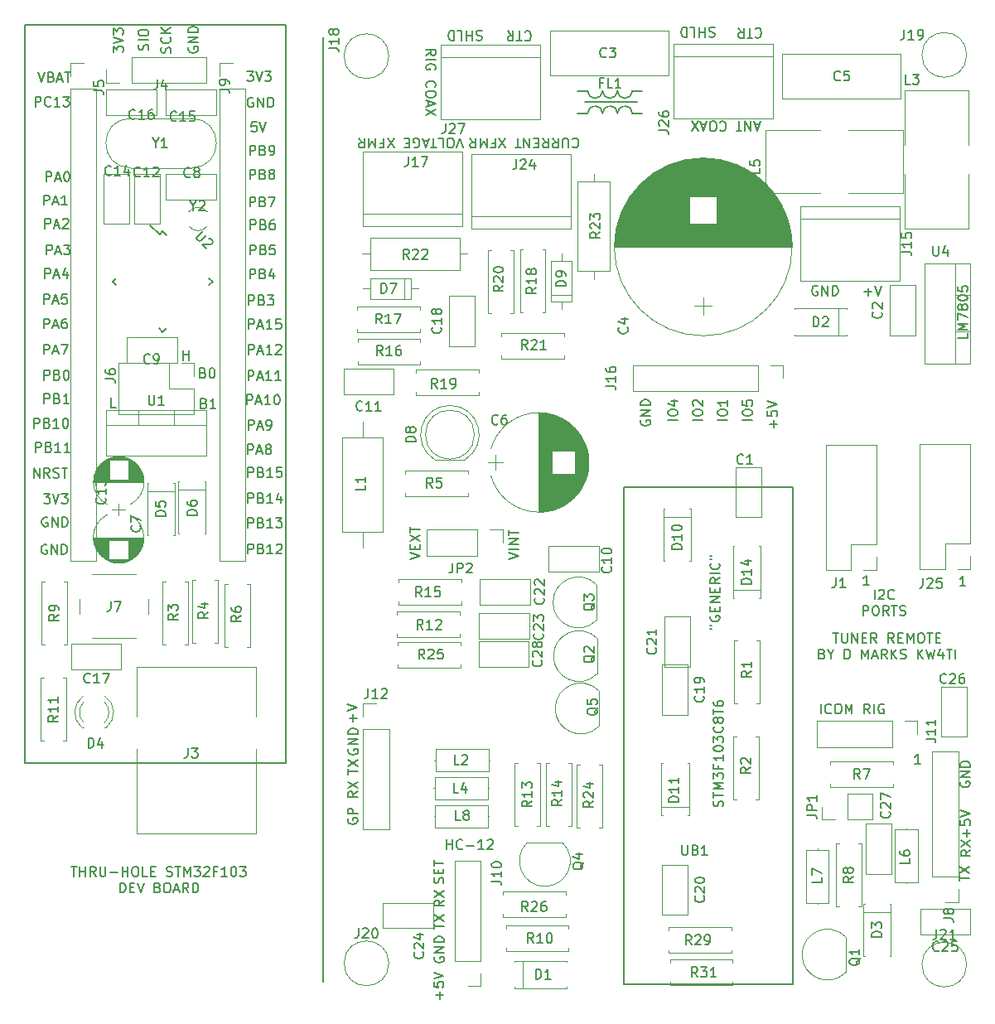
<source format=gbr>
G04 #@! TF.FileFunction,Legend,Top*
%FSLAX46Y46*%
G04 Gerber Fmt 4.6, Leading zero omitted, Abs format (unit mm)*
G04 Created by KiCad (PCBNEW 4.0.7) date 09/22/18 14:56:15*
%MOMM*%
%LPD*%
G01*
G04 APERTURE LIST*
%ADD10C,0.100000*%
%ADD11C,0.150000*%
%ADD12C,0.200000*%
%ADD13C,0.120000*%
G04 APERTURE END LIST*
D10*
D11*
X88181560Y-110042295D02*
X88133941Y-110137533D01*
X88133941Y-110280390D01*
X88181560Y-110423248D01*
X88276798Y-110518486D01*
X88372036Y-110566105D01*
X88562512Y-110613724D01*
X88705370Y-110613724D01*
X88895846Y-110566105D01*
X88991084Y-110518486D01*
X89086322Y-110423248D01*
X89133941Y-110280390D01*
X89133941Y-110185152D01*
X89086322Y-110042295D01*
X89038703Y-109994676D01*
X88705370Y-109994676D01*
X88705370Y-110185152D01*
X89133941Y-109566105D02*
X88133941Y-109566105D01*
X88133941Y-109185152D01*
X88181560Y-109089914D01*
X88229179Y-109042295D01*
X88324417Y-108994676D01*
X88467274Y-108994676D01*
X88562512Y-109042295D01*
X88610131Y-109089914D01*
X88657750Y-109185152D01*
X88657750Y-109566105D01*
X141408115Y-86202781D02*
X140836686Y-86202781D01*
X141122400Y-86202781D02*
X141122400Y-85202781D01*
X141027162Y-85345638D01*
X140931924Y-85440876D01*
X140836686Y-85488495D01*
X151263315Y-86253581D02*
X150691886Y-86253581D01*
X150977600Y-86253581D02*
X150977600Y-85253581D01*
X150882362Y-85396438D01*
X150787124Y-85491676D01*
X150691886Y-85539295D01*
X151480781Y-60459666D02*
X151480781Y-60935857D01*
X150480781Y-60935857D01*
X151480781Y-60126333D02*
X150480781Y-60126333D01*
X151195067Y-59792999D01*
X150480781Y-59459666D01*
X151480781Y-59459666D01*
X150480781Y-59078714D02*
X150480781Y-58412047D01*
X151480781Y-58840619D01*
X150909352Y-57888238D02*
X150861733Y-57983476D01*
X150814114Y-58031095D01*
X150718876Y-58078714D01*
X150671257Y-58078714D01*
X150576019Y-58031095D01*
X150528400Y-57983476D01*
X150480781Y-57888238D01*
X150480781Y-57697761D01*
X150528400Y-57602523D01*
X150576019Y-57554904D01*
X150671257Y-57507285D01*
X150718876Y-57507285D01*
X150814114Y-57554904D01*
X150861733Y-57602523D01*
X150909352Y-57697761D01*
X150909352Y-57888238D01*
X150956971Y-57983476D01*
X151004590Y-58031095D01*
X151099829Y-58078714D01*
X151290305Y-58078714D01*
X151385543Y-58031095D01*
X151433162Y-57983476D01*
X151480781Y-57888238D01*
X151480781Y-57697761D01*
X151433162Y-57602523D01*
X151385543Y-57554904D01*
X151290305Y-57507285D01*
X151099829Y-57507285D01*
X151004590Y-57554904D01*
X150956971Y-57602523D01*
X150909352Y-57697761D01*
X150480781Y-56888238D02*
X150480781Y-56792999D01*
X150528400Y-56697761D01*
X150576019Y-56650142D01*
X150671257Y-56602523D01*
X150861733Y-56554904D01*
X151099829Y-56554904D01*
X151290305Y-56602523D01*
X151385543Y-56650142D01*
X151433162Y-56697761D01*
X151480781Y-56792999D01*
X151480781Y-56888238D01*
X151433162Y-56983476D01*
X151385543Y-57031095D01*
X151290305Y-57078714D01*
X151099829Y-57126333D01*
X150861733Y-57126333D01*
X150671257Y-57078714D01*
X150576019Y-57031095D01*
X150528400Y-56983476D01*
X150480781Y-56888238D01*
X150480781Y-55650142D02*
X150480781Y-56126333D01*
X150956971Y-56173952D01*
X150909352Y-56126333D01*
X150861733Y-56031095D01*
X150861733Y-55792999D01*
X150909352Y-55697761D01*
X150956971Y-55650142D01*
X151052210Y-55602523D01*
X151290305Y-55602523D01*
X151385543Y-55650142D01*
X151433162Y-55697761D01*
X151480781Y-55792999D01*
X151480781Y-56031095D01*
X151433162Y-56126333D01*
X151385543Y-56173952D01*
X111100571Y-40602897D02*
X111148190Y-40555278D01*
X111291047Y-40507659D01*
X111386285Y-40507659D01*
X111529143Y-40555278D01*
X111624381Y-40650516D01*
X111672000Y-40745754D01*
X111719619Y-40936230D01*
X111719619Y-41079088D01*
X111672000Y-41269564D01*
X111624381Y-41364802D01*
X111529143Y-41460040D01*
X111386285Y-41507659D01*
X111291047Y-41507659D01*
X111148190Y-41460040D01*
X111100571Y-41412421D01*
X110672000Y-41507659D02*
X110672000Y-40698135D01*
X110624381Y-40602897D01*
X110576762Y-40555278D01*
X110481524Y-40507659D01*
X110291047Y-40507659D01*
X110195809Y-40555278D01*
X110148190Y-40602897D01*
X110100571Y-40698135D01*
X110100571Y-41507659D01*
X109052952Y-40507659D02*
X109386286Y-40983850D01*
X109624381Y-40507659D02*
X109624381Y-41507659D01*
X109243428Y-41507659D01*
X109148190Y-41460040D01*
X109100571Y-41412421D01*
X109052952Y-41317183D01*
X109052952Y-41174326D01*
X109100571Y-41079088D01*
X109148190Y-41031469D01*
X109243428Y-40983850D01*
X109624381Y-40983850D01*
X108052952Y-40507659D02*
X108386286Y-40983850D01*
X108624381Y-40507659D02*
X108624381Y-41507659D01*
X108243428Y-41507659D01*
X108148190Y-41460040D01*
X108100571Y-41412421D01*
X108052952Y-41317183D01*
X108052952Y-41174326D01*
X108100571Y-41079088D01*
X108148190Y-41031469D01*
X108243428Y-40983850D01*
X108624381Y-40983850D01*
X107624381Y-41031469D02*
X107291047Y-41031469D01*
X107148190Y-40507659D02*
X107624381Y-40507659D01*
X107624381Y-41507659D01*
X107148190Y-41507659D01*
X106719619Y-40507659D02*
X106719619Y-41507659D01*
X106148190Y-40507659D01*
X106148190Y-41507659D01*
X105814857Y-41507659D02*
X105243428Y-41507659D01*
X105529143Y-40507659D02*
X105529143Y-41507659D01*
X104243428Y-41507659D02*
X103576761Y-40507659D01*
X103576761Y-41507659D02*
X104243428Y-40507659D01*
X102862475Y-41031469D02*
X103195809Y-41031469D01*
X103195809Y-40507659D02*
X103195809Y-41507659D01*
X102719618Y-41507659D01*
X102338666Y-40507659D02*
X102338666Y-41507659D01*
X102005332Y-40793373D01*
X101671999Y-41507659D01*
X101671999Y-40507659D01*
X100624380Y-40507659D02*
X100957714Y-40983850D01*
X101195809Y-40507659D02*
X101195809Y-41507659D01*
X100814856Y-41507659D01*
X100719618Y-41460040D01*
X100671999Y-41412421D01*
X100624380Y-41317183D01*
X100624380Y-41174326D01*
X100671999Y-41079088D01*
X100719618Y-41031469D01*
X100814856Y-40983850D01*
X101195809Y-40983850D01*
X99904513Y-41507659D02*
X99571180Y-40507659D01*
X99237846Y-41507659D01*
X98714037Y-41507659D02*
X98523560Y-41507659D01*
X98428322Y-41460040D01*
X98333084Y-41364802D01*
X98285465Y-41174326D01*
X98285465Y-40840992D01*
X98333084Y-40650516D01*
X98428322Y-40555278D01*
X98523560Y-40507659D01*
X98714037Y-40507659D01*
X98809275Y-40555278D01*
X98904513Y-40650516D01*
X98952132Y-40840992D01*
X98952132Y-41174326D01*
X98904513Y-41364802D01*
X98809275Y-41460040D01*
X98714037Y-41507659D01*
X97380703Y-40507659D02*
X97856894Y-40507659D01*
X97856894Y-41507659D01*
X97190227Y-41507659D02*
X96618798Y-41507659D01*
X96904513Y-40507659D02*
X96904513Y-41507659D01*
X96333084Y-40793373D02*
X95856893Y-40793373D01*
X96428322Y-40507659D02*
X96094989Y-41507659D01*
X95761655Y-40507659D01*
X94904512Y-41460040D02*
X94999750Y-41507659D01*
X95142607Y-41507659D01*
X95285465Y-41460040D01*
X95380703Y-41364802D01*
X95428322Y-41269564D01*
X95475941Y-41079088D01*
X95475941Y-40936230D01*
X95428322Y-40745754D01*
X95380703Y-40650516D01*
X95285465Y-40555278D01*
X95142607Y-40507659D01*
X95047369Y-40507659D01*
X94904512Y-40555278D01*
X94856893Y-40602897D01*
X94856893Y-40936230D01*
X95047369Y-40936230D01*
X94428322Y-41031469D02*
X94094988Y-41031469D01*
X93952131Y-40507659D02*
X94428322Y-40507659D01*
X94428322Y-41507659D01*
X93952131Y-41507659D01*
X92856893Y-41507659D02*
X92190226Y-40507659D01*
X92190226Y-41507659D02*
X92856893Y-40507659D01*
X91475940Y-41031469D02*
X91809274Y-41031469D01*
X91809274Y-40507659D02*
X91809274Y-41507659D01*
X91333083Y-41507659D01*
X90952131Y-40507659D02*
X90952131Y-41507659D01*
X90618797Y-40793373D01*
X90285464Y-41507659D01*
X90285464Y-40507659D01*
X89237845Y-40507659D02*
X89571179Y-40983850D01*
X89809274Y-40507659D02*
X89809274Y-41507659D01*
X89428321Y-41507659D01*
X89333083Y-41460040D01*
X89285464Y-41412421D01*
X89237845Y-41317183D01*
X89237845Y-41174326D01*
X89285464Y-41079088D01*
X89333083Y-41031469D01*
X89428321Y-40983850D01*
X89809274Y-40983850D01*
D12*
X85598000Y-30226000D02*
X85598000Y-126746000D01*
X55118000Y-28956000D02*
X55626000Y-28956000D01*
X55118000Y-104394000D02*
X55118000Y-28956000D01*
X81788000Y-104394000D02*
X55118000Y-104394000D01*
X81788000Y-28956000D02*
X81788000Y-104394000D01*
X55372000Y-28956000D02*
X81788000Y-28956000D01*
D11*
X97877262Y-116650948D02*
X97924881Y-116508091D01*
X97924881Y-116269995D01*
X97877262Y-116174757D01*
X97829643Y-116127138D01*
X97734405Y-116079519D01*
X97639167Y-116079519D01*
X97543929Y-116127138D01*
X97496310Y-116174757D01*
X97448690Y-116269995D01*
X97401071Y-116460472D01*
X97353452Y-116555710D01*
X97305833Y-116603329D01*
X97210595Y-116650948D01*
X97115357Y-116650948D01*
X97020119Y-116603329D01*
X96972500Y-116555710D01*
X96924881Y-116460472D01*
X96924881Y-116222376D01*
X96972500Y-116079519D01*
X97401071Y-115650948D02*
X97401071Y-115317614D01*
X97924881Y-115174757D02*
X97924881Y-115650948D01*
X96924881Y-115650948D01*
X96924881Y-115174757D01*
X96924881Y-114889043D02*
X96924881Y-114317614D01*
X97924881Y-114603329D02*
X96924881Y-114603329D01*
X104618541Y-83508030D02*
X105618541Y-83174697D01*
X104618541Y-82841363D01*
X105618541Y-82508030D02*
X104618541Y-82508030D01*
X105618541Y-82031840D02*
X104618541Y-82031840D01*
X105618541Y-81460411D01*
X104618541Y-81460411D01*
X104618541Y-81127078D02*
X104618541Y-80555649D01*
X105618541Y-80841364D02*
X104618541Y-80841364D01*
X94532201Y-83534997D02*
X95532201Y-83201664D01*
X94532201Y-82868330D01*
X95008391Y-82534997D02*
X95008391Y-82201663D01*
X95532201Y-82058806D02*
X95532201Y-82534997D01*
X94532201Y-82534997D01*
X94532201Y-82058806D01*
X94532201Y-81725473D02*
X95532201Y-81058806D01*
X94532201Y-81058806D02*
X95532201Y-81725473D01*
X94532201Y-80820711D02*
X94532201Y-80249282D01*
X95532201Y-80534997D02*
X94532201Y-80534997D01*
X89133941Y-107288626D02*
X88657750Y-107621960D01*
X89133941Y-107860055D02*
X88133941Y-107860055D01*
X88133941Y-107479102D01*
X88181560Y-107383864D01*
X88229179Y-107336245D01*
X88324417Y-107288626D01*
X88467274Y-107288626D01*
X88562512Y-107336245D01*
X88610131Y-107383864D01*
X88657750Y-107479102D01*
X88657750Y-107860055D01*
X88133941Y-106955293D02*
X89133941Y-106288626D01*
X88133941Y-106288626D02*
X89133941Y-106955293D01*
X88189821Y-105536905D02*
X88189821Y-104965476D01*
X89189821Y-105251191D02*
X88189821Y-105251191D01*
X88189821Y-104727381D02*
X89189821Y-104060714D01*
X88189821Y-104060714D02*
X89189821Y-104727381D01*
X88697109Y-100164164D02*
X88697109Y-99402259D01*
X89078061Y-99783211D02*
X88316156Y-99783211D01*
X88078061Y-99068926D02*
X89078061Y-98735593D01*
X88078061Y-98402259D01*
X88237440Y-102941024D02*
X88189821Y-103036262D01*
X88189821Y-103179119D01*
X88237440Y-103321977D01*
X88332678Y-103417215D01*
X88427916Y-103464834D01*
X88618392Y-103512453D01*
X88761250Y-103512453D01*
X88951726Y-103464834D01*
X89046964Y-103417215D01*
X89142202Y-103321977D01*
X89189821Y-103179119D01*
X89189821Y-103083881D01*
X89142202Y-102941024D01*
X89094583Y-102893405D01*
X88761250Y-102893405D01*
X88761250Y-103083881D01*
X89189821Y-102464834D02*
X88189821Y-102464834D01*
X89189821Y-101893405D01*
X88189821Y-101893405D01*
X89189821Y-101417215D02*
X88189821Y-101417215D01*
X88189821Y-101179120D01*
X88237440Y-101036262D01*
X88332678Y-100941024D01*
X88427916Y-100893405D01*
X88618392Y-100845786D01*
X88761250Y-100845786D01*
X88951726Y-100893405D01*
X89046964Y-100941024D01*
X89142202Y-101036262D01*
X89189821Y-101179120D01*
X89189821Y-101417215D01*
X59857809Y-114959381D02*
X60429238Y-114959381D01*
X60143523Y-115959381D02*
X60143523Y-114959381D01*
X60762571Y-115959381D02*
X60762571Y-114959381D01*
X60762571Y-115435571D02*
X61334000Y-115435571D01*
X61334000Y-115959381D02*
X61334000Y-114959381D01*
X62381619Y-115959381D02*
X62048285Y-115483190D01*
X61810190Y-115959381D02*
X61810190Y-114959381D01*
X62191143Y-114959381D01*
X62286381Y-115007000D01*
X62334000Y-115054619D01*
X62381619Y-115149857D01*
X62381619Y-115292714D01*
X62334000Y-115387952D01*
X62286381Y-115435571D01*
X62191143Y-115483190D01*
X61810190Y-115483190D01*
X62810190Y-114959381D02*
X62810190Y-115768905D01*
X62857809Y-115864143D01*
X62905428Y-115911762D01*
X63000666Y-115959381D01*
X63191143Y-115959381D01*
X63286381Y-115911762D01*
X63334000Y-115864143D01*
X63381619Y-115768905D01*
X63381619Y-114959381D01*
X63857809Y-115578429D02*
X64619714Y-115578429D01*
X65095904Y-115959381D02*
X65095904Y-114959381D01*
X65095904Y-115435571D02*
X65667333Y-115435571D01*
X65667333Y-115959381D02*
X65667333Y-114959381D01*
X66333999Y-114959381D02*
X66524476Y-114959381D01*
X66619714Y-115007000D01*
X66714952Y-115102238D01*
X66762571Y-115292714D01*
X66762571Y-115626048D01*
X66714952Y-115816524D01*
X66619714Y-115911762D01*
X66524476Y-115959381D01*
X66333999Y-115959381D01*
X66238761Y-115911762D01*
X66143523Y-115816524D01*
X66095904Y-115626048D01*
X66095904Y-115292714D01*
X66143523Y-115102238D01*
X66238761Y-115007000D01*
X66333999Y-114959381D01*
X67667333Y-115959381D02*
X67191142Y-115959381D01*
X67191142Y-114959381D01*
X68000666Y-115435571D02*
X68334000Y-115435571D01*
X68476857Y-115959381D02*
X68000666Y-115959381D01*
X68000666Y-114959381D01*
X68476857Y-114959381D01*
X69619714Y-115911762D02*
X69762571Y-115959381D01*
X70000667Y-115959381D01*
X70095905Y-115911762D01*
X70143524Y-115864143D01*
X70191143Y-115768905D01*
X70191143Y-115673667D01*
X70143524Y-115578429D01*
X70095905Y-115530810D01*
X70000667Y-115483190D01*
X69810190Y-115435571D01*
X69714952Y-115387952D01*
X69667333Y-115340333D01*
X69619714Y-115245095D01*
X69619714Y-115149857D01*
X69667333Y-115054619D01*
X69714952Y-115007000D01*
X69810190Y-114959381D01*
X70048286Y-114959381D01*
X70191143Y-115007000D01*
X70476857Y-114959381D02*
X71048286Y-114959381D01*
X70762571Y-115959381D02*
X70762571Y-114959381D01*
X71381619Y-115959381D02*
X71381619Y-114959381D01*
X71714953Y-115673667D01*
X72048286Y-114959381D01*
X72048286Y-115959381D01*
X72429238Y-114959381D02*
X73048286Y-114959381D01*
X72714952Y-115340333D01*
X72857810Y-115340333D01*
X72953048Y-115387952D01*
X73000667Y-115435571D01*
X73048286Y-115530810D01*
X73048286Y-115768905D01*
X73000667Y-115864143D01*
X72953048Y-115911762D01*
X72857810Y-115959381D01*
X72572095Y-115959381D01*
X72476857Y-115911762D01*
X72429238Y-115864143D01*
X73429238Y-115054619D02*
X73476857Y-115007000D01*
X73572095Y-114959381D01*
X73810191Y-114959381D01*
X73905429Y-115007000D01*
X73953048Y-115054619D01*
X74000667Y-115149857D01*
X74000667Y-115245095D01*
X73953048Y-115387952D01*
X73381619Y-115959381D01*
X74000667Y-115959381D01*
X74762572Y-115435571D02*
X74429238Y-115435571D01*
X74429238Y-115959381D02*
X74429238Y-114959381D01*
X74905429Y-114959381D01*
X75810191Y-115959381D02*
X75238762Y-115959381D01*
X75524476Y-115959381D02*
X75524476Y-114959381D01*
X75429238Y-115102238D01*
X75334000Y-115197476D01*
X75238762Y-115245095D01*
X76429238Y-114959381D02*
X76524477Y-114959381D01*
X76619715Y-115007000D01*
X76667334Y-115054619D01*
X76714953Y-115149857D01*
X76762572Y-115340333D01*
X76762572Y-115578429D01*
X76714953Y-115768905D01*
X76667334Y-115864143D01*
X76619715Y-115911762D01*
X76524477Y-115959381D01*
X76429238Y-115959381D01*
X76334000Y-115911762D01*
X76286381Y-115864143D01*
X76238762Y-115768905D01*
X76191143Y-115578429D01*
X76191143Y-115340333D01*
X76238762Y-115149857D01*
X76286381Y-115054619D01*
X76334000Y-115007000D01*
X76429238Y-114959381D01*
X77095905Y-114959381D02*
X77714953Y-114959381D01*
X77381619Y-115340333D01*
X77524477Y-115340333D01*
X77619715Y-115387952D01*
X77667334Y-115435571D01*
X77714953Y-115530810D01*
X77714953Y-115768905D01*
X77667334Y-115864143D01*
X77619715Y-115911762D01*
X77524477Y-115959381D01*
X77238762Y-115959381D01*
X77143524Y-115911762D01*
X77095905Y-115864143D01*
X64857809Y-117609381D02*
X64857809Y-116609381D01*
X65095904Y-116609381D01*
X65238762Y-116657000D01*
X65334000Y-116752238D01*
X65381619Y-116847476D01*
X65429238Y-117037952D01*
X65429238Y-117180810D01*
X65381619Y-117371286D01*
X65334000Y-117466524D01*
X65238762Y-117561762D01*
X65095904Y-117609381D01*
X64857809Y-117609381D01*
X65857809Y-117085571D02*
X66191143Y-117085571D01*
X66334000Y-117609381D02*
X65857809Y-117609381D01*
X65857809Y-116609381D01*
X66334000Y-116609381D01*
X66619714Y-116609381D02*
X66953047Y-117609381D01*
X67286381Y-116609381D01*
X68714953Y-117085571D02*
X68857810Y-117133190D01*
X68905429Y-117180810D01*
X68953048Y-117276048D01*
X68953048Y-117418905D01*
X68905429Y-117514143D01*
X68857810Y-117561762D01*
X68762572Y-117609381D01*
X68381619Y-117609381D01*
X68381619Y-116609381D01*
X68714953Y-116609381D01*
X68810191Y-116657000D01*
X68857810Y-116704619D01*
X68905429Y-116799857D01*
X68905429Y-116895095D01*
X68857810Y-116990333D01*
X68810191Y-117037952D01*
X68714953Y-117085571D01*
X68381619Y-117085571D01*
X69572095Y-116609381D02*
X69762572Y-116609381D01*
X69857810Y-116657000D01*
X69953048Y-116752238D01*
X70000667Y-116942714D01*
X70000667Y-117276048D01*
X69953048Y-117466524D01*
X69857810Y-117561762D01*
X69762572Y-117609381D01*
X69572095Y-117609381D01*
X69476857Y-117561762D01*
X69381619Y-117466524D01*
X69334000Y-117276048D01*
X69334000Y-116942714D01*
X69381619Y-116752238D01*
X69476857Y-116657000D01*
X69572095Y-116609381D01*
X70381619Y-117323667D02*
X70857810Y-117323667D01*
X70286381Y-117609381D02*
X70619714Y-116609381D01*
X70953048Y-117609381D01*
X71857810Y-117609381D02*
X71524476Y-117133190D01*
X71286381Y-117609381D02*
X71286381Y-116609381D01*
X71667334Y-116609381D01*
X71762572Y-116657000D01*
X71810191Y-116704619D01*
X71857810Y-116799857D01*
X71857810Y-116942714D01*
X71810191Y-117037952D01*
X71762572Y-117085571D01*
X71667334Y-117133190D01*
X71286381Y-117133190D01*
X72286381Y-117609381D02*
X72286381Y-116609381D01*
X72524476Y-116609381D01*
X72667334Y-116657000D01*
X72762572Y-116752238D01*
X72810191Y-116847476D01*
X72857810Y-117037952D01*
X72857810Y-117180810D01*
X72810191Y-117371286D01*
X72762572Y-117466524D01*
X72667334Y-117561762D01*
X72524476Y-117609381D01*
X72286381Y-117609381D01*
X136485715Y-99321881D02*
X136485715Y-98321881D01*
X137533334Y-99226643D02*
X137485715Y-99274262D01*
X137342858Y-99321881D01*
X137247620Y-99321881D01*
X137104762Y-99274262D01*
X137009524Y-99179024D01*
X136961905Y-99083786D01*
X136914286Y-98893310D01*
X136914286Y-98750452D01*
X136961905Y-98559976D01*
X137009524Y-98464738D01*
X137104762Y-98369500D01*
X137247620Y-98321881D01*
X137342858Y-98321881D01*
X137485715Y-98369500D01*
X137533334Y-98417119D01*
X138152381Y-98321881D02*
X138342858Y-98321881D01*
X138438096Y-98369500D01*
X138533334Y-98464738D01*
X138580953Y-98655214D01*
X138580953Y-98988548D01*
X138533334Y-99179024D01*
X138438096Y-99274262D01*
X138342858Y-99321881D01*
X138152381Y-99321881D01*
X138057143Y-99274262D01*
X137961905Y-99179024D01*
X137914286Y-98988548D01*
X137914286Y-98655214D01*
X137961905Y-98464738D01*
X138057143Y-98369500D01*
X138152381Y-98321881D01*
X139009524Y-99321881D02*
X139009524Y-98321881D01*
X139342858Y-99036167D01*
X139676191Y-98321881D01*
X139676191Y-99321881D01*
X141485715Y-99321881D02*
X141152381Y-98845690D01*
X140914286Y-99321881D02*
X140914286Y-98321881D01*
X141295239Y-98321881D01*
X141390477Y-98369500D01*
X141438096Y-98417119D01*
X141485715Y-98512357D01*
X141485715Y-98655214D01*
X141438096Y-98750452D01*
X141390477Y-98798071D01*
X141295239Y-98845690D01*
X140914286Y-98845690D01*
X141914286Y-99321881D02*
X141914286Y-98321881D01*
X142914286Y-98369500D02*
X142819048Y-98321881D01*
X142676191Y-98321881D01*
X142533333Y-98369500D01*
X142438095Y-98464738D01*
X142390476Y-98559976D01*
X142342857Y-98750452D01*
X142342857Y-98893310D01*
X142390476Y-99083786D01*
X142438095Y-99179024D01*
X142533333Y-99274262D01*
X142676191Y-99321881D01*
X142771429Y-99321881D01*
X142914286Y-99274262D01*
X142961905Y-99226643D01*
X142961905Y-98893310D01*
X142771429Y-98893310D01*
X140922476Y-56205429D02*
X141684381Y-56205429D01*
X141303429Y-56586381D02*
X141303429Y-55824476D01*
X142017714Y-55586381D02*
X142351047Y-56586381D01*
X142684381Y-55586381D01*
X136144096Y-55634000D02*
X136048858Y-55586381D01*
X135906001Y-55586381D01*
X135763143Y-55634000D01*
X135667905Y-55729238D01*
X135620286Y-55824476D01*
X135572667Y-56014952D01*
X135572667Y-56157810D01*
X135620286Y-56348286D01*
X135667905Y-56443524D01*
X135763143Y-56538762D01*
X135906001Y-56586381D01*
X136001239Y-56586381D01*
X136144096Y-56538762D01*
X136191715Y-56491143D01*
X136191715Y-56157810D01*
X136001239Y-56157810D01*
X136620286Y-56586381D02*
X136620286Y-55586381D01*
X137191715Y-56586381D01*
X137191715Y-55586381D01*
X137667905Y-56586381D02*
X137667905Y-55586381D01*
X137906000Y-55586381D01*
X138048858Y-55634000D01*
X138144096Y-55729238D01*
X138191715Y-55824476D01*
X138239334Y-56014952D01*
X138239334Y-56157810D01*
X138191715Y-56348286D01*
X138144096Y-56443524D01*
X138048858Y-56538762D01*
X137906000Y-56586381D01*
X137667905Y-56586381D01*
X73458439Y-67594171D02*
X73601296Y-67641790D01*
X73648915Y-67689410D01*
X73696534Y-67784648D01*
X73696534Y-67927505D01*
X73648915Y-68022743D01*
X73601296Y-68070362D01*
X73506058Y-68117981D01*
X73125105Y-68117981D01*
X73125105Y-67117981D01*
X73458439Y-67117981D01*
X73553677Y-67165600D01*
X73601296Y-67213219D01*
X73648915Y-67308457D01*
X73648915Y-67403695D01*
X73601296Y-67498933D01*
X73553677Y-67546552D01*
X73458439Y-67594171D01*
X73125105Y-67594171D01*
X74648915Y-68117981D02*
X74077486Y-68117981D01*
X74363200Y-68117981D02*
X74363200Y-67117981D01*
X74267962Y-67260838D01*
X74172724Y-67356076D01*
X74077486Y-67403695D01*
X73356839Y-64495371D02*
X73499696Y-64542990D01*
X73547315Y-64590610D01*
X73594934Y-64685848D01*
X73594934Y-64828705D01*
X73547315Y-64923943D01*
X73499696Y-64971562D01*
X73404458Y-65019181D01*
X73023505Y-65019181D01*
X73023505Y-64019181D01*
X73356839Y-64019181D01*
X73452077Y-64066800D01*
X73499696Y-64114419D01*
X73547315Y-64209657D01*
X73547315Y-64304895D01*
X73499696Y-64400133D01*
X73452077Y-64447752D01*
X73356839Y-64495371D01*
X73023505Y-64495371D01*
X74213981Y-64019181D02*
X74309220Y-64019181D01*
X74404458Y-64066800D01*
X74452077Y-64114419D01*
X74499696Y-64209657D01*
X74547315Y-64400133D01*
X74547315Y-64638229D01*
X74499696Y-64828705D01*
X74452077Y-64923943D01*
X74404458Y-64971562D01*
X74309220Y-65019181D01*
X74213981Y-65019181D01*
X74118743Y-64971562D01*
X74071124Y-64923943D01*
X74023505Y-64828705D01*
X73975886Y-64638229D01*
X73975886Y-64400133D01*
X74023505Y-64209657D01*
X74071124Y-64114419D01*
X74118743Y-64066800D01*
X74213981Y-64019181D01*
X64419124Y-68016381D02*
X63942933Y-68016381D01*
X63942933Y-67016381D01*
X71291486Y-63190381D02*
X71291486Y-62190381D01*
X71291486Y-62666571D02*
X71862915Y-62666571D01*
X71862915Y-63190381D02*
X71862915Y-62190381D01*
X70000762Y-31791114D02*
X70048381Y-31648257D01*
X70048381Y-31410161D01*
X70000762Y-31314923D01*
X69953143Y-31267304D01*
X69857905Y-31219685D01*
X69762667Y-31219685D01*
X69667429Y-31267304D01*
X69619810Y-31314923D01*
X69572190Y-31410161D01*
X69524571Y-31600638D01*
X69476952Y-31695876D01*
X69429333Y-31743495D01*
X69334095Y-31791114D01*
X69238857Y-31791114D01*
X69143619Y-31743495D01*
X69096000Y-31695876D01*
X69048381Y-31600638D01*
X69048381Y-31362542D01*
X69096000Y-31219685D01*
X69953143Y-30219685D02*
X70000762Y-30267304D01*
X70048381Y-30410161D01*
X70048381Y-30505399D01*
X70000762Y-30648257D01*
X69905524Y-30743495D01*
X69810286Y-30791114D01*
X69619810Y-30838733D01*
X69476952Y-30838733D01*
X69286476Y-30791114D01*
X69191238Y-30743495D01*
X69096000Y-30648257D01*
X69048381Y-30505399D01*
X69048381Y-30410161D01*
X69096000Y-30267304D01*
X69143619Y-30219685D01*
X70048381Y-29791114D02*
X69048381Y-29791114D01*
X70048381Y-29219685D02*
X69476952Y-29648257D01*
X69048381Y-29219685D02*
X69619810Y-29791114D01*
X67714762Y-31502219D02*
X67762381Y-31359362D01*
X67762381Y-31121266D01*
X67714762Y-31026028D01*
X67667143Y-30978409D01*
X67571905Y-30930790D01*
X67476667Y-30930790D01*
X67381429Y-30978409D01*
X67333810Y-31026028D01*
X67286190Y-31121266D01*
X67238571Y-31311743D01*
X67190952Y-31406981D01*
X67143333Y-31454600D01*
X67048095Y-31502219D01*
X66952857Y-31502219D01*
X66857619Y-31454600D01*
X66810000Y-31406981D01*
X66762381Y-31311743D01*
X66762381Y-31073647D01*
X66810000Y-30930790D01*
X67762381Y-30502219D02*
X66762381Y-30502219D01*
X66762381Y-29835553D02*
X66762381Y-29645076D01*
X66810000Y-29549838D01*
X66905238Y-29454600D01*
X67095714Y-29406981D01*
X67429048Y-29406981D01*
X67619524Y-29454600D01*
X67714762Y-29549838D01*
X67762381Y-29645076D01*
X67762381Y-29835553D01*
X67714762Y-29930791D01*
X67619524Y-30026029D01*
X67429048Y-30073648D01*
X67095714Y-30073648D01*
X66905238Y-30026029D01*
X66810000Y-29930791D01*
X66762381Y-29835553D01*
X71890000Y-31216504D02*
X71842381Y-31311742D01*
X71842381Y-31454599D01*
X71890000Y-31597457D01*
X71985238Y-31692695D01*
X72080476Y-31740314D01*
X72270952Y-31787933D01*
X72413810Y-31787933D01*
X72604286Y-31740314D01*
X72699524Y-31692695D01*
X72794762Y-31597457D01*
X72842381Y-31454599D01*
X72842381Y-31359361D01*
X72794762Y-31216504D01*
X72747143Y-31168885D01*
X72413810Y-31168885D01*
X72413810Y-31359361D01*
X72842381Y-30740314D02*
X71842381Y-30740314D01*
X72842381Y-30168885D01*
X71842381Y-30168885D01*
X72842381Y-29692695D02*
X71842381Y-29692695D01*
X71842381Y-29454600D01*
X71890000Y-29311742D01*
X71985238Y-29216504D01*
X72080476Y-29168885D01*
X72270952Y-29121266D01*
X72413810Y-29121266D01*
X72604286Y-29168885D01*
X72699524Y-29216504D01*
X72794762Y-29311742D01*
X72842381Y-29454600D01*
X72842381Y-29692695D01*
X64184281Y-31743495D02*
X64184281Y-31124447D01*
X64565233Y-31457781D01*
X64565233Y-31314923D01*
X64612852Y-31219685D01*
X64660471Y-31172066D01*
X64755710Y-31124447D01*
X64993805Y-31124447D01*
X65089043Y-31172066D01*
X65136662Y-31219685D01*
X65184281Y-31314923D01*
X65184281Y-31600638D01*
X65136662Y-31695876D01*
X65089043Y-31743495D01*
X64184281Y-30838733D02*
X65184281Y-30505400D01*
X64184281Y-30172066D01*
X64184281Y-29933971D02*
X64184281Y-29314923D01*
X64565233Y-29648257D01*
X64565233Y-29505399D01*
X64612852Y-29410161D01*
X64660471Y-29362542D01*
X64755710Y-29314923D01*
X64993805Y-29314923D01*
X65089043Y-29362542D01*
X65136662Y-29410161D01*
X65184281Y-29505399D01*
X65184281Y-29791114D01*
X65136662Y-29886352D01*
X65089043Y-29933971D01*
X77857505Y-33691581D02*
X78476553Y-33691581D01*
X78143219Y-34072533D01*
X78286077Y-34072533D01*
X78381315Y-34120152D01*
X78428934Y-34167771D01*
X78476553Y-34263010D01*
X78476553Y-34501105D01*
X78428934Y-34596343D01*
X78381315Y-34643962D01*
X78286077Y-34691581D01*
X78000362Y-34691581D01*
X77905124Y-34643962D01*
X77857505Y-34596343D01*
X78762267Y-33691581D02*
X79095600Y-34691581D01*
X79428934Y-33691581D01*
X79667029Y-33691581D02*
X80286077Y-33691581D01*
X79952743Y-34072533D01*
X80095601Y-34072533D01*
X80190839Y-34120152D01*
X80238458Y-34167771D01*
X80286077Y-34263010D01*
X80286077Y-34501105D01*
X80238458Y-34596343D01*
X80190839Y-34643962D01*
X80095601Y-34691581D01*
X79809886Y-34691581D01*
X79714648Y-34643962D01*
X79667029Y-34596343D01*
X78460696Y-36406200D02*
X78365458Y-36358581D01*
X78222601Y-36358581D01*
X78079743Y-36406200D01*
X77984505Y-36501438D01*
X77936886Y-36596676D01*
X77889267Y-36787152D01*
X77889267Y-36930010D01*
X77936886Y-37120486D01*
X77984505Y-37215724D01*
X78079743Y-37310962D01*
X78222601Y-37358581D01*
X78317839Y-37358581D01*
X78460696Y-37310962D01*
X78508315Y-37263343D01*
X78508315Y-36930010D01*
X78317839Y-36930010D01*
X78936886Y-37358581D02*
X78936886Y-36358581D01*
X79508315Y-37358581D01*
X79508315Y-36358581D01*
X79984505Y-37358581D02*
X79984505Y-36358581D01*
X80222600Y-36358581D01*
X80365458Y-36406200D01*
X80460696Y-36501438D01*
X80508315Y-36596676D01*
X80555934Y-36787152D01*
X80555934Y-36930010D01*
X80508315Y-37120486D01*
X80460696Y-37215724D01*
X80365458Y-37310962D01*
X80222600Y-37358581D01*
X79984505Y-37358581D01*
X78803524Y-38847781D02*
X78327333Y-38847781D01*
X78279714Y-39323971D01*
X78327333Y-39276352D01*
X78422571Y-39228733D01*
X78660667Y-39228733D01*
X78755905Y-39276352D01*
X78803524Y-39323971D01*
X78851143Y-39419210D01*
X78851143Y-39657305D01*
X78803524Y-39752543D01*
X78755905Y-39800162D01*
X78660667Y-39847781D01*
X78422571Y-39847781D01*
X78327333Y-39800162D01*
X78279714Y-39752543D01*
X79136857Y-38847781D02*
X79470190Y-39847781D01*
X79803524Y-38847781D01*
X78136905Y-42260781D02*
X78136905Y-41260781D01*
X78517858Y-41260781D01*
X78613096Y-41308400D01*
X78660715Y-41356019D01*
X78708334Y-41451257D01*
X78708334Y-41594114D01*
X78660715Y-41689352D01*
X78613096Y-41736971D01*
X78517858Y-41784590D01*
X78136905Y-41784590D01*
X79470239Y-41736971D02*
X79613096Y-41784590D01*
X79660715Y-41832210D01*
X79708334Y-41927448D01*
X79708334Y-42070305D01*
X79660715Y-42165543D01*
X79613096Y-42213162D01*
X79517858Y-42260781D01*
X79136905Y-42260781D01*
X79136905Y-41260781D01*
X79470239Y-41260781D01*
X79565477Y-41308400D01*
X79613096Y-41356019D01*
X79660715Y-41451257D01*
X79660715Y-41546495D01*
X79613096Y-41641733D01*
X79565477Y-41689352D01*
X79470239Y-41736971D01*
X79136905Y-41736971D01*
X80184524Y-42260781D02*
X80375000Y-42260781D01*
X80470239Y-42213162D01*
X80517858Y-42165543D01*
X80613096Y-42022686D01*
X80660715Y-41832210D01*
X80660715Y-41451257D01*
X80613096Y-41356019D01*
X80565477Y-41308400D01*
X80470239Y-41260781D01*
X80279762Y-41260781D01*
X80184524Y-41308400D01*
X80136905Y-41356019D01*
X80089286Y-41451257D01*
X80089286Y-41689352D01*
X80136905Y-41784590D01*
X80184524Y-41832210D01*
X80279762Y-41879829D01*
X80470239Y-41879829D01*
X80565477Y-41832210D01*
X80613096Y-41784590D01*
X80660715Y-41689352D01*
X78136905Y-44711881D02*
X78136905Y-43711881D01*
X78517858Y-43711881D01*
X78613096Y-43759500D01*
X78660715Y-43807119D01*
X78708334Y-43902357D01*
X78708334Y-44045214D01*
X78660715Y-44140452D01*
X78613096Y-44188071D01*
X78517858Y-44235690D01*
X78136905Y-44235690D01*
X79470239Y-44188071D02*
X79613096Y-44235690D01*
X79660715Y-44283310D01*
X79708334Y-44378548D01*
X79708334Y-44521405D01*
X79660715Y-44616643D01*
X79613096Y-44664262D01*
X79517858Y-44711881D01*
X79136905Y-44711881D01*
X79136905Y-43711881D01*
X79470239Y-43711881D01*
X79565477Y-43759500D01*
X79613096Y-43807119D01*
X79660715Y-43902357D01*
X79660715Y-43997595D01*
X79613096Y-44092833D01*
X79565477Y-44140452D01*
X79470239Y-44188071D01*
X79136905Y-44188071D01*
X80279762Y-44140452D02*
X80184524Y-44092833D01*
X80136905Y-44045214D01*
X80089286Y-43949976D01*
X80089286Y-43902357D01*
X80136905Y-43807119D01*
X80184524Y-43759500D01*
X80279762Y-43711881D01*
X80470239Y-43711881D01*
X80565477Y-43759500D01*
X80613096Y-43807119D01*
X80660715Y-43902357D01*
X80660715Y-43949976D01*
X80613096Y-44045214D01*
X80565477Y-44092833D01*
X80470239Y-44140452D01*
X80279762Y-44140452D01*
X80184524Y-44188071D01*
X80136905Y-44235690D01*
X80089286Y-44330929D01*
X80089286Y-44521405D01*
X80136905Y-44616643D01*
X80184524Y-44664262D01*
X80279762Y-44711881D01*
X80470239Y-44711881D01*
X80565477Y-44664262D01*
X80613096Y-44616643D01*
X80660715Y-44521405D01*
X80660715Y-44330929D01*
X80613096Y-44235690D01*
X80565477Y-44188071D01*
X80470239Y-44140452D01*
X78136905Y-47505881D02*
X78136905Y-46505881D01*
X78517858Y-46505881D01*
X78613096Y-46553500D01*
X78660715Y-46601119D01*
X78708334Y-46696357D01*
X78708334Y-46839214D01*
X78660715Y-46934452D01*
X78613096Y-46982071D01*
X78517858Y-47029690D01*
X78136905Y-47029690D01*
X79470239Y-46982071D02*
X79613096Y-47029690D01*
X79660715Y-47077310D01*
X79708334Y-47172548D01*
X79708334Y-47315405D01*
X79660715Y-47410643D01*
X79613096Y-47458262D01*
X79517858Y-47505881D01*
X79136905Y-47505881D01*
X79136905Y-46505881D01*
X79470239Y-46505881D01*
X79565477Y-46553500D01*
X79613096Y-46601119D01*
X79660715Y-46696357D01*
X79660715Y-46791595D01*
X79613096Y-46886833D01*
X79565477Y-46934452D01*
X79470239Y-46982071D01*
X79136905Y-46982071D01*
X80041667Y-46505881D02*
X80708334Y-46505881D01*
X80279762Y-47505881D01*
X78187705Y-49855381D02*
X78187705Y-48855381D01*
X78568658Y-48855381D01*
X78663896Y-48903000D01*
X78711515Y-48950619D01*
X78759134Y-49045857D01*
X78759134Y-49188714D01*
X78711515Y-49283952D01*
X78663896Y-49331571D01*
X78568658Y-49379190D01*
X78187705Y-49379190D01*
X79521039Y-49331571D02*
X79663896Y-49379190D01*
X79711515Y-49426810D01*
X79759134Y-49522048D01*
X79759134Y-49664905D01*
X79711515Y-49760143D01*
X79663896Y-49807762D01*
X79568658Y-49855381D01*
X79187705Y-49855381D01*
X79187705Y-48855381D01*
X79521039Y-48855381D01*
X79616277Y-48903000D01*
X79663896Y-48950619D01*
X79711515Y-49045857D01*
X79711515Y-49141095D01*
X79663896Y-49236333D01*
X79616277Y-49283952D01*
X79521039Y-49331571D01*
X79187705Y-49331571D01*
X80616277Y-48855381D02*
X80425800Y-48855381D01*
X80330562Y-48903000D01*
X80282943Y-48950619D01*
X80187705Y-49093476D01*
X80140086Y-49283952D01*
X80140086Y-49664905D01*
X80187705Y-49760143D01*
X80235324Y-49807762D01*
X80330562Y-49855381D01*
X80521039Y-49855381D01*
X80616277Y-49807762D01*
X80663896Y-49760143D01*
X80711515Y-49664905D01*
X80711515Y-49426810D01*
X80663896Y-49331571D01*
X80616277Y-49283952D01*
X80521039Y-49236333D01*
X80330562Y-49236333D01*
X80235324Y-49283952D01*
X80187705Y-49331571D01*
X80140086Y-49426810D01*
X78187705Y-52420781D02*
X78187705Y-51420781D01*
X78568658Y-51420781D01*
X78663896Y-51468400D01*
X78711515Y-51516019D01*
X78759134Y-51611257D01*
X78759134Y-51754114D01*
X78711515Y-51849352D01*
X78663896Y-51896971D01*
X78568658Y-51944590D01*
X78187705Y-51944590D01*
X79521039Y-51896971D02*
X79663896Y-51944590D01*
X79711515Y-51992210D01*
X79759134Y-52087448D01*
X79759134Y-52230305D01*
X79711515Y-52325543D01*
X79663896Y-52373162D01*
X79568658Y-52420781D01*
X79187705Y-52420781D01*
X79187705Y-51420781D01*
X79521039Y-51420781D01*
X79616277Y-51468400D01*
X79663896Y-51516019D01*
X79711515Y-51611257D01*
X79711515Y-51706495D01*
X79663896Y-51801733D01*
X79616277Y-51849352D01*
X79521039Y-51896971D01*
X79187705Y-51896971D01*
X80663896Y-51420781D02*
X80187705Y-51420781D01*
X80140086Y-51896971D01*
X80187705Y-51849352D01*
X80282943Y-51801733D01*
X80521039Y-51801733D01*
X80616277Y-51849352D01*
X80663896Y-51896971D01*
X80711515Y-51992210D01*
X80711515Y-52230305D01*
X80663896Y-52325543D01*
X80616277Y-52373162D01*
X80521039Y-52420781D01*
X80282943Y-52420781D01*
X80187705Y-52373162D01*
X80140086Y-52325543D01*
X78136905Y-54884581D02*
X78136905Y-53884581D01*
X78517858Y-53884581D01*
X78613096Y-53932200D01*
X78660715Y-53979819D01*
X78708334Y-54075057D01*
X78708334Y-54217914D01*
X78660715Y-54313152D01*
X78613096Y-54360771D01*
X78517858Y-54408390D01*
X78136905Y-54408390D01*
X79470239Y-54360771D02*
X79613096Y-54408390D01*
X79660715Y-54456010D01*
X79708334Y-54551248D01*
X79708334Y-54694105D01*
X79660715Y-54789343D01*
X79613096Y-54836962D01*
X79517858Y-54884581D01*
X79136905Y-54884581D01*
X79136905Y-53884581D01*
X79470239Y-53884581D01*
X79565477Y-53932200D01*
X79613096Y-53979819D01*
X79660715Y-54075057D01*
X79660715Y-54170295D01*
X79613096Y-54265533D01*
X79565477Y-54313152D01*
X79470239Y-54360771D01*
X79136905Y-54360771D01*
X80565477Y-54217914D02*
X80565477Y-54884581D01*
X80327381Y-53836962D02*
X80089286Y-54551248D01*
X80708334Y-54551248D01*
X78022605Y-57564281D02*
X78022605Y-56564281D01*
X78403558Y-56564281D01*
X78498796Y-56611900D01*
X78546415Y-56659519D01*
X78594034Y-56754757D01*
X78594034Y-56897614D01*
X78546415Y-56992852D01*
X78498796Y-57040471D01*
X78403558Y-57088090D01*
X78022605Y-57088090D01*
X79355939Y-57040471D02*
X79498796Y-57088090D01*
X79546415Y-57135710D01*
X79594034Y-57230948D01*
X79594034Y-57373805D01*
X79546415Y-57469043D01*
X79498796Y-57516662D01*
X79403558Y-57564281D01*
X79022605Y-57564281D01*
X79022605Y-56564281D01*
X79355939Y-56564281D01*
X79451177Y-56611900D01*
X79498796Y-56659519D01*
X79546415Y-56754757D01*
X79546415Y-56849995D01*
X79498796Y-56945233D01*
X79451177Y-56992852D01*
X79355939Y-57040471D01*
X79022605Y-57040471D01*
X79927367Y-56564281D02*
X80546415Y-56564281D01*
X80213081Y-56945233D01*
X80355939Y-56945233D01*
X80451177Y-56992852D01*
X80498796Y-57040471D01*
X80546415Y-57135710D01*
X80546415Y-57373805D01*
X80498796Y-57469043D01*
X80451177Y-57516662D01*
X80355939Y-57564281D01*
X80070224Y-57564281D01*
X79974986Y-57516662D01*
X79927367Y-57469043D01*
X78011543Y-60015381D02*
X78011543Y-59015381D01*
X78392496Y-59015381D01*
X78487734Y-59063000D01*
X78535353Y-59110619D01*
X78582972Y-59205857D01*
X78582972Y-59348714D01*
X78535353Y-59443952D01*
X78487734Y-59491571D01*
X78392496Y-59539190D01*
X78011543Y-59539190D01*
X78963924Y-59729667D02*
X79440115Y-59729667D01*
X78868686Y-60015381D02*
X79202019Y-59015381D01*
X79535353Y-60015381D01*
X80392496Y-60015381D02*
X79821067Y-60015381D01*
X80106781Y-60015381D02*
X80106781Y-59015381D01*
X80011543Y-59158238D01*
X79916305Y-59253476D01*
X79821067Y-59301095D01*
X81297258Y-59015381D02*
X80821067Y-59015381D01*
X80773448Y-59491571D01*
X80821067Y-59443952D01*
X80916305Y-59396333D01*
X81154401Y-59396333D01*
X81249639Y-59443952D01*
X81297258Y-59491571D01*
X81344877Y-59586810D01*
X81344877Y-59824905D01*
X81297258Y-59920143D01*
X81249639Y-59967762D01*
X81154401Y-60015381D01*
X80916305Y-60015381D01*
X80821067Y-59967762D01*
X80773448Y-59920143D01*
X78011543Y-62593481D02*
X78011543Y-61593481D01*
X78392496Y-61593481D01*
X78487734Y-61641100D01*
X78535353Y-61688719D01*
X78582972Y-61783957D01*
X78582972Y-61926814D01*
X78535353Y-62022052D01*
X78487734Y-62069671D01*
X78392496Y-62117290D01*
X78011543Y-62117290D01*
X78963924Y-62307767D02*
X79440115Y-62307767D01*
X78868686Y-62593481D02*
X79202019Y-61593481D01*
X79535353Y-62593481D01*
X80392496Y-62593481D02*
X79821067Y-62593481D01*
X80106781Y-62593481D02*
X80106781Y-61593481D01*
X80011543Y-61736338D01*
X79916305Y-61831576D01*
X79821067Y-61879195D01*
X80773448Y-61688719D02*
X80821067Y-61641100D01*
X80916305Y-61593481D01*
X81154401Y-61593481D01*
X81249639Y-61641100D01*
X81297258Y-61688719D01*
X81344877Y-61783957D01*
X81344877Y-61879195D01*
X81297258Y-62022052D01*
X80725829Y-62593481D01*
X81344877Y-62593481D01*
X77960743Y-65273181D02*
X77960743Y-64273181D01*
X78341696Y-64273181D01*
X78436934Y-64320800D01*
X78484553Y-64368419D01*
X78532172Y-64463657D01*
X78532172Y-64606514D01*
X78484553Y-64701752D01*
X78436934Y-64749371D01*
X78341696Y-64796990D01*
X77960743Y-64796990D01*
X78913124Y-64987467D02*
X79389315Y-64987467D01*
X78817886Y-65273181D02*
X79151219Y-64273181D01*
X79484553Y-65273181D01*
X80341696Y-65273181D02*
X79770267Y-65273181D01*
X80055981Y-65273181D02*
X80055981Y-64273181D01*
X79960743Y-64416038D01*
X79865505Y-64511276D01*
X79770267Y-64558895D01*
X81294077Y-65273181D02*
X80722648Y-65273181D01*
X81008362Y-65273181D02*
X81008362Y-64273181D01*
X80913124Y-64416038D01*
X80817886Y-64511276D01*
X80722648Y-64558895D01*
X77846443Y-67736981D02*
X77846443Y-66736981D01*
X78227396Y-66736981D01*
X78322634Y-66784600D01*
X78370253Y-66832219D01*
X78417872Y-66927457D01*
X78417872Y-67070314D01*
X78370253Y-67165552D01*
X78322634Y-67213171D01*
X78227396Y-67260790D01*
X77846443Y-67260790D01*
X78798824Y-67451267D02*
X79275015Y-67451267D01*
X78703586Y-67736981D02*
X79036919Y-66736981D01*
X79370253Y-67736981D01*
X80227396Y-67736981D02*
X79655967Y-67736981D01*
X79941681Y-67736981D02*
X79941681Y-66736981D01*
X79846443Y-66879838D01*
X79751205Y-66975076D01*
X79655967Y-67022695D01*
X80846443Y-66736981D02*
X80941682Y-66736981D01*
X81036920Y-66784600D01*
X81084539Y-66832219D01*
X81132158Y-66927457D01*
X81179777Y-67117933D01*
X81179777Y-67356029D01*
X81132158Y-67546505D01*
X81084539Y-67641743D01*
X81036920Y-67689362D01*
X80941682Y-67736981D01*
X80846443Y-67736981D01*
X80751205Y-67689362D01*
X80703586Y-67641743D01*
X80655967Y-67546505D01*
X80608348Y-67356029D01*
X80608348Y-67117933D01*
X80655967Y-66927457D01*
X80703586Y-66832219D01*
X80751205Y-66784600D01*
X80846443Y-66736981D01*
X77979733Y-70302381D02*
X77979733Y-69302381D01*
X78360686Y-69302381D01*
X78455924Y-69350000D01*
X78503543Y-69397619D01*
X78551162Y-69492857D01*
X78551162Y-69635714D01*
X78503543Y-69730952D01*
X78455924Y-69778571D01*
X78360686Y-69826190D01*
X77979733Y-69826190D01*
X78932114Y-70016667D02*
X79408305Y-70016667D01*
X78836876Y-70302381D02*
X79170209Y-69302381D01*
X79503543Y-70302381D01*
X79884495Y-70302381D02*
X80074971Y-70302381D01*
X80170210Y-70254762D01*
X80217829Y-70207143D01*
X80313067Y-70064286D01*
X80360686Y-69873810D01*
X80360686Y-69492857D01*
X80313067Y-69397619D01*
X80265448Y-69350000D01*
X80170210Y-69302381D01*
X79979733Y-69302381D01*
X79884495Y-69350000D01*
X79836876Y-69397619D01*
X79789257Y-69492857D01*
X79789257Y-69730952D01*
X79836876Y-69826190D01*
X79884495Y-69873810D01*
X79979733Y-69921429D01*
X80170210Y-69921429D01*
X80265448Y-69873810D01*
X80313067Y-69826190D01*
X80360686Y-69730952D01*
X77928933Y-72816981D02*
X77928933Y-71816981D01*
X78309886Y-71816981D01*
X78405124Y-71864600D01*
X78452743Y-71912219D01*
X78500362Y-72007457D01*
X78500362Y-72150314D01*
X78452743Y-72245552D01*
X78405124Y-72293171D01*
X78309886Y-72340790D01*
X77928933Y-72340790D01*
X78881314Y-72531267D02*
X79357505Y-72531267D01*
X78786076Y-72816981D02*
X79119409Y-71816981D01*
X79452743Y-72816981D01*
X79928933Y-72245552D02*
X79833695Y-72197933D01*
X79786076Y-72150314D01*
X79738457Y-72055076D01*
X79738457Y-72007457D01*
X79786076Y-71912219D01*
X79833695Y-71864600D01*
X79928933Y-71816981D01*
X80119410Y-71816981D01*
X80214648Y-71864600D01*
X80262267Y-71912219D01*
X80309886Y-72007457D01*
X80309886Y-72055076D01*
X80262267Y-72150314D01*
X80214648Y-72197933D01*
X80119410Y-72245552D01*
X79928933Y-72245552D01*
X79833695Y-72293171D01*
X79786076Y-72340790D01*
X79738457Y-72436029D01*
X79738457Y-72626505D01*
X79786076Y-72721743D01*
X79833695Y-72769362D01*
X79928933Y-72816981D01*
X80119410Y-72816981D01*
X80214648Y-72769362D01*
X80262267Y-72721743D01*
X80309886Y-72626505D01*
X80309886Y-72436029D01*
X80262267Y-72340790D01*
X80214648Y-72293171D01*
X80119410Y-72245552D01*
X77940114Y-75166481D02*
X77940114Y-74166481D01*
X78321067Y-74166481D01*
X78416305Y-74214100D01*
X78463924Y-74261719D01*
X78511543Y-74356957D01*
X78511543Y-74499814D01*
X78463924Y-74595052D01*
X78416305Y-74642671D01*
X78321067Y-74690290D01*
X77940114Y-74690290D01*
X79273448Y-74642671D02*
X79416305Y-74690290D01*
X79463924Y-74737910D01*
X79511543Y-74833148D01*
X79511543Y-74976005D01*
X79463924Y-75071243D01*
X79416305Y-75118862D01*
X79321067Y-75166481D01*
X78940114Y-75166481D01*
X78940114Y-74166481D01*
X79273448Y-74166481D01*
X79368686Y-74214100D01*
X79416305Y-74261719D01*
X79463924Y-74356957D01*
X79463924Y-74452195D01*
X79416305Y-74547433D01*
X79368686Y-74595052D01*
X79273448Y-74642671D01*
X78940114Y-74642671D01*
X80463924Y-75166481D02*
X79892495Y-75166481D01*
X80178209Y-75166481D02*
X80178209Y-74166481D01*
X80082971Y-74309338D01*
X79987733Y-74404576D01*
X79892495Y-74452195D01*
X81368686Y-74166481D02*
X80892495Y-74166481D01*
X80844876Y-74642671D01*
X80892495Y-74595052D01*
X80987733Y-74547433D01*
X81225829Y-74547433D01*
X81321067Y-74595052D01*
X81368686Y-74642671D01*
X81416305Y-74737910D01*
X81416305Y-74976005D01*
X81368686Y-75071243D01*
X81321067Y-75118862D01*
X81225829Y-75166481D01*
X80987733Y-75166481D01*
X80892495Y-75118862D01*
X80844876Y-75071243D01*
X77940114Y-77795381D02*
X77940114Y-76795381D01*
X78321067Y-76795381D01*
X78416305Y-76843000D01*
X78463924Y-76890619D01*
X78511543Y-76985857D01*
X78511543Y-77128714D01*
X78463924Y-77223952D01*
X78416305Y-77271571D01*
X78321067Y-77319190D01*
X77940114Y-77319190D01*
X79273448Y-77271571D02*
X79416305Y-77319190D01*
X79463924Y-77366810D01*
X79511543Y-77462048D01*
X79511543Y-77604905D01*
X79463924Y-77700143D01*
X79416305Y-77747762D01*
X79321067Y-77795381D01*
X78940114Y-77795381D01*
X78940114Y-76795381D01*
X79273448Y-76795381D01*
X79368686Y-76843000D01*
X79416305Y-76890619D01*
X79463924Y-76985857D01*
X79463924Y-77081095D01*
X79416305Y-77176333D01*
X79368686Y-77223952D01*
X79273448Y-77271571D01*
X78940114Y-77271571D01*
X80463924Y-77795381D02*
X79892495Y-77795381D01*
X80178209Y-77795381D02*
X80178209Y-76795381D01*
X80082971Y-76938238D01*
X79987733Y-77033476D01*
X79892495Y-77081095D01*
X81321067Y-77128714D02*
X81321067Y-77795381D01*
X81082971Y-76747762D02*
X80844876Y-77462048D01*
X81463924Y-77462048D01*
X77940114Y-80309981D02*
X77940114Y-79309981D01*
X78321067Y-79309981D01*
X78416305Y-79357600D01*
X78463924Y-79405219D01*
X78511543Y-79500457D01*
X78511543Y-79643314D01*
X78463924Y-79738552D01*
X78416305Y-79786171D01*
X78321067Y-79833790D01*
X77940114Y-79833790D01*
X79273448Y-79786171D02*
X79416305Y-79833790D01*
X79463924Y-79881410D01*
X79511543Y-79976648D01*
X79511543Y-80119505D01*
X79463924Y-80214743D01*
X79416305Y-80262362D01*
X79321067Y-80309981D01*
X78940114Y-80309981D01*
X78940114Y-79309981D01*
X79273448Y-79309981D01*
X79368686Y-79357600D01*
X79416305Y-79405219D01*
X79463924Y-79500457D01*
X79463924Y-79595695D01*
X79416305Y-79690933D01*
X79368686Y-79738552D01*
X79273448Y-79786171D01*
X78940114Y-79786171D01*
X80463924Y-80309981D02*
X79892495Y-80309981D01*
X80178209Y-80309981D02*
X80178209Y-79309981D01*
X80082971Y-79452838D01*
X79987733Y-79548076D01*
X79892495Y-79595695D01*
X80797257Y-79309981D02*
X81416305Y-79309981D01*
X81082971Y-79690933D01*
X81225829Y-79690933D01*
X81321067Y-79738552D01*
X81368686Y-79786171D01*
X81416305Y-79881410D01*
X81416305Y-80119505D01*
X81368686Y-80214743D01*
X81321067Y-80262362D01*
X81225829Y-80309981D01*
X80940114Y-80309981D01*
X80844876Y-80262362D01*
X80797257Y-80214743D01*
X77940114Y-82989681D02*
X77940114Y-81989681D01*
X78321067Y-81989681D01*
X78416305Y-82037300D01*
X78463924Y-82084919D01*
X78511543Y-82180157D01*
X78511543Y-82323014D01*
X78463924Y-82418252D01*
X78416305Y-82465871D01*
X78321067Y-82513490D01*
X77940114Y-82513490D01*
X79273448Y-82465871D02*
X79416305Y-82513490D01*
X79463924Y-82561110D01*
X79511543Y-82656348D01*
X79511543Y-82799205D01*
X79463924Y-82894443D01*
X79416305Y-82942062D01*
X79321067Y-82989681D01*
X78940114Y-82989681D01*
X78940114Y-81989681D01*
X79273448Y-81989681D01*
X79368686Y-82037300D01*
X79416305Y-82084919D01*
X79463924Y-82180157D01*
X79463924Y-82275395D01*
X79416305Y-82370633D01*
X79368686Y-82418252D01*
X79273448Y-82465871D01*
X78940114Y-82465871D01*
X80463924Y-82989681D02*
X79892495Y-82989681D01*
X80178209Y-82989681D02*
X80178209Y-81989681D01*
X80082971Y-82132538D01*
X79987733Y-82227776D01*
X79892495Y-82275395D01*
X80844876Y-82084919D02*
X80892495Y-82037300D01*
X80987733Y-81989681D01*
X81225829Y-81989681D01*
X81321067Y-82037300D01*
X81368686Y-82084919D01*
X81416305Y-82180157D01*
X81416305Y-82275395D01*
X81368686Y-82418252D01*
X80797257Y-82989681D01*
X81416305Y-82989681D01*
X57378696Y-82090640D02*
X57283458Y-82043021D01*
X57140601Y-82043021D01*
X56997743Y-82090640D01*
X56902505Y-82185878D01*
X56854886Y-82281116D01*
X56807267Y-82471592D01*
X56807267Y-82614450D01*
X56854886Y-82804926D01*
X56902505Y-82900164D01*
X56997743Y-82995402D01*
X57140601Y-83043021D01*
X57235839Y-83043021D01*
X57378696Y-82995402D01*
X57426315Y-82947783D01*
X57426315Y-82614450D01*
X57235839Y-82614450D01*
X57854886Y-83043021D02*
X57854886Y-82043021D01*
X58426315Y-83043021D01*
X58426315Y-82043021D01*
X58902505Y-83043021D02*
X58902505Y-82043021D01*
X59140600Y-82043021D01*
X59283458Y-82090640D01*
X59378696Y-82185878D01*
X59426315Y-82281116D01*
X59473934Y-82471592D01*
X59473934Y-82614450D01*
X59426315Y-82804926D01*
X59378696Y-82900164D01*
X59283458Y-82995402D01*
X59140600Y-83043021D01*
X58902505Y-83043021D01*
X57434576Y-79296640D02*
X57339338Y-79249021D01*
X57196481Y-79249021D01*
X57053623Y-79296640D01*
X56958385Y-79391878D01*
X56910766Y-79487116D01*
X56863147Y-79677592D01*
X56863147Y-79820450D01*
X56910766Y-80010926D01*
X56958385Y-80106164D01*
X57053623Y-80201402D01*
X57196481Y-80249021D01*
X57291719Y-80249021D01*
X57434576Y-80201402D01*
X57482195Y-80153783D01*
X57482195Y-79820450D01*
X57291719Y-79820450D01*
X57910766Y-80249021D02*
X57910766Y-79249021D01*
X58482195Y-80249021D01*
X58482195Y-79249021D01*
X58958385Y-80249021D02*
X58958385Y-79249021D01*
X59196480Y-79249021D01*
X59339338Y-79296640D01*
X59434576Y-79391878D01*
X59482195Y-79487116D01*
X59529814Y-79677592D01*
X59529814Y-79820450D01*
X59482195Y-80010926D01*
X59434576Y-80106164D01*
X59339338Y-80201402D01*
X59196480Y-80249021D01*
X58958385Y-80249021D01*
X57070145Y-76846181D02*
X57689193Y-76846181D01*
X57355859Y-77227133D01*
X57498717Y-77227133D01*
X57593955Y-77274752D01*
X57641574Y-77322371D01*
X57689193Y-77417610D01*
X57689193Y-77655705D01*
X57641574Y-77750943D01*
X57593955Y-77798562D01*
X57498717Y-77846181D01*
X57213002Y-77846181D01*
X57117764Y-77798562D01*
X57070145Y-77750943D01*
X57974907Y-76846181D02*
X58308240Y-77846181D01*
X58641574Y-76846181D01*
X58879669Y-76846181D02*
X59498717Y-76846181D01*
X59165383Y-77227133D01*
X59308241Y-77227133D01*
X59403479Y-77274752D01*
X59451098Y-77322371D01*
X59498717Y-77417610D01*
X59498717Y-77655705D01*
X59451098Y-77750943D01*
X59403479Y-77798562D01*
X59308241Y-77846181D01*
X59022526Y-77846181D01*
X58927288Y-77798562D01*
X58879669Y-77750943D01*
X56050703Y-75219821D02*
X56050703Y-74219821D01*
X56622132Y-75219821D01*
X56622132Y-74219821D01*
X57669751Y-75219821D02*
X57336417Y-74743630D01*
X57098322Y-75219821D02*
X57098322Y-74219821D01*
X57479275Y-74219821D01*
X57574513Y-74267440D01*
X57622132Y-74315059D01*
X57669751Y-74410297D01*
X57669751Y-74553154D01*
X57622132Y-74648392D01*
X57574513Y-74696011D01*
X57479275Y-74743630D01*
X57098322Y-74743630D01*
X58050703Y-75172202D02*
X58193560Y-75219821D01*
X58431656Y-75219821D01*
X58526894Y-75172202D01*
X58574513Y-75124583D01*
X58622132Y-75029345D01*
X58622132Y-74934107D01*
X58574513Y-74838869D01*
X58526894Y-74791250D01*
X58431656Y-74743630D01*
X58241179Y-74696011D01*
X58145941Y-74648392D01*
X58098322Y-74600773D01*
X58050703Y-74505535D01*
X58050703Y-74410297D01*
X58098322Y-74315059D01*
X58145941Y-74267440D01*
X58241179Y-74219821D01*
X58479275Y-74219821D01*
X58622132Y-74267440D01*
X58907846Y-74219821D02*
X59479275Y-74219821D01*
X59193560Y-75219821D02*
X59193560Y-74219821D01*
X56258674Y-72593461D02*
X56258674Y-71593461D01*
X56639627Y-71593461D01*
X56734865Y-71641080D01*
X56782484Y-71688699D01*
X56830103Y-71783937D01*
X56830103Y-71926794D01*
X56782484Y-72022032D01*
X56734865Y-72069651D01*
X56639627Y-72117270D01*
X56258674Y-72117270D01*
X57592008Y-72069651D02*
X57734865Y-72117270D01*
X57782484Y-72164890D01*
X57830103Y-72260128D01*
X57830103Y-72402985D01*
X57782484Y-72498223D01*
X57734865Y-72545842D01*
X57639627Y-72593461D01*
X57258674Y-72593461D01*
X57258674Y-71593461D01*
X57592008Y-71593461D01*
X57687246Y-71641080D01*
X57734865Y-71688699D01*
X57782484Y-71783937D01*
X57782484Y-71879175D01*
X57734865Y-71974413D01*
X57687246Y-72022032D01*
X57592008Y-72069651D01*
X57258674Y-72069651D01*
X58782484Y-72593461D02*
X58211055Y-72593461D01*
X58496769Y-72593461D02*
X58496769Y-71593461D01*
X58401531Y-71736318D01*
X58306293Y-71831556D01*
X58211055Y-71879175D01*
X59734865Y-72593461D02*
X59163436Y-72593461D01*
X59449150Y-72593461D02*
X59449150Y-71593461D01*
X59353912Y-71736318D01*
X59258674Y-71831556D01*
X59163436Y-71879175D01*
X56091034Y-70134741D02*
X56091034Y-69134741D01*
X56471987Y-69134741D01*
X56567225Y-69182360D01*
X56614844Y-69229979D01*
X56662463Y-69325217D01*
X56662463Y-69468074D01*
X56614844Y-69563312D01*
X56567225Y-69610931D01*
X56471987Y-69658550D01*
X56091034Y-69658550D01*
X57424368Y-69610931D02*
X57567225Y-69658550D01*
X57614844Y-69706170D01*
X57662463Y-69801408D01*
X57662463Y-69944265D01*
X57614844Y-70039503D01*
X57567225Y-70087122D01*
X57471987Y-70134741D01*
X57091034Y-70134741D01*
X57091034Y-69134741D01*
X57424368Y-69134741D01*
X57519606Y-69182360D01*
X57567225Y-69229979D01*
X57614844Y-69325217D01*
X57614844Y-69420455D01*
X57567225Y-69515693D01*
X57519606Y-69563312D01*
X57424368Y-69610931D01*
X57091034Y-69610931D01*
X58614844Y-70134741D02*
X58043415Y-70134741D01*
X58329129Y-70134741D02*
X58329129Y-69134741D01*
X58233891Y-69277598D01*
X58138653Y-69372836D01*
X58043415Y-69420455D01*
X59233891Y-69134741D02*
X59329130Y-69134741D01*
X59424368Y-69182360D01*
X59471987Y-69229979D01*
X59519606Y-69325217D01*
X59567225Y-69515693D01*
X59567225Y-69753789D01*
X59519606Y-69944265D01*
X59471987Y-70039503D01*
X59424368Y-70087122D01*
X59329130Y-70134741D01*
X59233891Y-70134741D01*
X59138653Y-70087122D01*
X59091034Y-70039503D01*
X59043415Y-69944265D01*
X58995796Y-69753789D01*
X58995796Y-69515693D01*
X59043415Y-69325217D01*
X59091034Y-69229979D01*
X59138653Y-69182360D01*
X59233891Y-69134741D01*
X57126025Y-67620141D02*
X57126025Y-66620141D01*
X57506978Y-66620141D01*
X57602216Y-66667760D01*
X57649835Y-66715379D01*
X57697454Y-66810617D01*
X57697454Y-66953474D01*
X57649835Y-67048712D01*
X57602216Y-67096331D01*
X57506978Y-67143950D01*
X57126025Y-67143950D01*
X58459359Y-67096331D02*
X58602216Y-67143950D01*
X58649835Y-67191570D01*
X58697454Y-67286808D01*
X58697454Y-67429665D01*
X58649835Y-67524903D01*
X58602216Y-67572522D01*
X58506978Y-67620141D01*
X58126025Y-67620141D01*
X58126025Y-66620141D01*
X58459359Y-66620141D01*
X58554597Y-66667760D01*
X58602216Y-66715379D01*
X58649835Y-66810617D01*
X58649835Y-66905855D01*
X58602216Y-67001093D01*
X58554597Y-67048712D01*
X58459359Y-67096331D01*
X58126025Y-67096331D01*
X59649835Y-67620141D02*
X59078406Y-67620141D01*
X59364120Y-67620141D02*
X59364120Y-66620141D01*
X59268882Y-66762998D01*
X59173644Y-66858236D01*
X59078406Y-66905855D01*
X57126025Y-65217301D02*
X57126025Y-64217301D01*
X57506978Y-64217301D01*
X57602216Y-64264920D01*
X57649835Y-64312539D01*
X57697454Y-64407777D01*
X57697454Y-64550634D01*
X57649835Y-64645872D01*
X57602216Y-64693491D01*
X57506978Y-64741110D01*
X57126025Y-64741110D01*
X58459359Y-64693491D02*
X58602216Y-64741110D01*
X58649835Y-64788730D01*
X58697454Y-64883968D01*
X58697454Y-65026825D01*
X58649835Y-65122063D01*
X58602216Y-65169682D01*
X58506978Y-65217301D01*
X58126025Y-65217301D01*
X58126025Y-64217301D01*
X58459359Y-64217301D01*
X58554597Y-64264920D01*
X58602216Y-64312539D01*
X58649835Y-64407777D01*
X58649835Y-64503015D01*
X58602216Y-64598253D01*
X58554597Y-64645872D01*
X58459359Y-64693491D01*
X58126025Y-64693491D01*
X59316501Y-64217301D02*
X59411740Y-64217301D01*
X59506978Y-64264920D01*
X59554597Y-64312539D01*
X59602216Y-64407777D01*
X59649835Y-64598253D01*
X59649835Y-64836349D01*
X59602216Y-65026825D01*
X59554597Y-65122063D01*
X59506978Y-65169682D01*
X59411740Y-65217301D01*
X59316501Y-65217301D01*
X59221263Y-65169682D01*
X59173644Y-65122063D01*
X59126025Y-65026825D01*
X59078406Y-64836349D01*
X59078406Y-64598253D01*
X59126025Y-64407777D01*
X59173644Y-64312539D01*
X59221263Y-64264920D01*
X59316501Y-64217301D01*
X57085693Y-62590941D02*
X57085693Y-61590941D01*
X57466646Y-61590941D01*
X57561884Y-61638560D01*
X57609503Y-61686179D01*
X57657122Y-61781417D01*
X57657122Y-61924274D01*
X57609503Y-62019512D01*
X57561884Y-62067131D01*
X57466646Y-62114750D01*
X57085693Y-62114750D01*
X58038074Y-62305227D02*
X58514265Y-62305227D01*
X57942836Y-62590941D02*
X58276169Y-61590941D01*
X58609503Y-62590941D01*
X58847598Y-61590941D02*
X59514265Y-61590941D01*
X59085693Y-62590941D01*
X57085693Y-59964581D02*
X57085693Y-58964581D01*
X57466646Y-58964581D01*
X57561884Y-59012200D01*
X57609503Y-59059819D01*
X57657122Y-59155057D01*
X57657122Y-59297914D01*
X57609503Y-59393152D01*
X57561884Y-59440771D01*
X57466646Y-59488390D01*
X57085693Y-59488390D01*
X58038074Y-59678867D02*
X58514265Y-59678867D01*
X57942836Y-59964581D02*
X58276169Y-58964581D01*
X58609503Y-59964581D01*
X59371408Y-58964581D02*
X59180931Y-58964581D01*
X59085693Y-59012200D01*
X59038074Y-59059819D01*
X58942836Y-59202676D01*
X58895217Y-59393152D01*
X58895217Y-59774105D01*
X58942836Y-59869343D01*
X58990455Y-59916962D01*
X59085693Y-59964581D01*
X59276170Y-59964581D01*
X59371408Y-59916962D01*
X59419027Y-59869343D01*
X59466646Y-59774105D01*
X59466646Y-59536010D01*
X59419027Y-59440771D01*
X59371408Y-59393152D01*
X59276170Y-59345533D01*
X59085693Y-59345533D01*
X58990455Y-59393152D01*
X58942836Y-59440771D01*
X58895217Y-59536010D01*
X57085693Y-57449981D02*
X57085693Y-56449981D01*
X57466646Y-56449981D01*
X57561884Y-56497600D01*
X57609503Y-56545219D01*
X57657122Y-56640457D01*
X57657122Y-56783314D01*
X57609503Y-56878552D01*
X57561884Y-56926171D01*
X57466646Y-56973790D01*
X57085693Y-56973790D01*
X58038074Y-57164267D02*
X58514265Y-57164267D01*
X57942836Y-57449981D02*
X58276169Y-56449981D01*
X58609503Y-57449981D01*
X59419027Y-56449981D02*
X58942836Y-56449981D01*
X58895217Y-56926171D01*
X58942836Y-56878552D01*
X59038074Y-56830933D01*
X59276170Y-56830933D01*
X59371408Y-56878552D01*
X59419027Y-56926171D01*
X59466646Y-57021410D01*
X59466646Y-57259505D01*
X59419027Y-57354743D01*
X59371408Y-57402362D01*
X59276170Y-57449981D01*
X59038074Y-57449981D01*
X58942836Y-57402362D01*
X58895217Y-57354743D01*
X57197453Y-54823621D02*
X57197453Y-53823621D01*
X57578406Y-53823621D01*
X57673644Y-53871240D01*
X57721263Y-53918859D01*
X57768882Y-54014097D01*
X57768882Y-54156954D01*
X57721263Y-54252192D01*
X57673644Y-54299811D01*
X57578406Y-54347430D01*
X57197453Y-54347430D01*
X58149834Y-54537907D02*
X58626025Y-54537907D01*
X58054596Y-54823621D02*
X58387929Y-53823621D01*
X58721263Y-54823621D01*
X59483168Y-54156954D02*
X59483168Y-54823621D01*
X59245072Y-53776002D02*
X59006977Y-54490288D01*
X59626025Y-54490288D01*
X57365093Y-52420781D02*
X57365093Y-51420781D01*
X57746046Y-51420781D01*
X57841284Y-51468400D01*
X57888903Y-51516019D01*
X57936522Y-51611257D01*
X57936522Y-51754114D01*
X57888903Y-51849352D01*
X57841284Y-51896971D01*
X57746046Y-51944590D01*
X57365093Y-51944590D01*
X58317474Y-52135067D02*
X58793665Y-52135067D01*
X58222236Y-52420781D02*
X58555569Y-51420781D01*
X58888903Y-52420781D01*
X59126998Y-51420781D02*
X59746046Y-51420781D01*
X59412712Y-51801733D01*
X59555570Y-51801733D01*
X59650808Y-51849352D01*
X59698427Y-51896971D01*
X59746046Y-51992210D01*
X59746046Y-52230305D01*
X59698427Y-52325543D01*
X59650808Y-52373162D01*
X59555570Y-52420781D01*
X59269855Y-52420781D01*
X59174617Y-52373162D01*
X59126998Y-52325543D01*
X57202533Y-49728381D02*
X57202533Y-48728381D01*
X57583486Y-48728381D01*
X57678724Y-48776000D01*
X57726343Y-48823619D01*
X57773962Y-48918857D01*
X57773962Y-49061714D01*
X57726343Y-49156952D01*
X57678724Y-49204571D01*
X57583486Y-49252190D01*
X57202533Y-49252190D01*
X58154914Y-49442667D02*
X58631105Y-49442667D01*
X58059676Y-49728381D02*
X58393009Y-48728381D01*
X58726343Y-49728381D01*
X59012057Y-48823619D02*
X59059676Y-48776000D01*
X59154914Y-48728381D01*
X59393010Y-48728381D01*
X59488248Y-48776000D01*
X59535867Y-48823619D01*
X59583486Y-48918857D01*
X59583486Y-49014095D01*
X59535867Y-49156952D01*
X58964438Y-49728381D01*
X59583486Y-49728381D01*
X57075533Y-47340781D02*
X57075533Y-46340781D01*
X57456486Y-46340781D01*
X57551724Y-46388400D01*
X57599343Y-46436019D01*
X57646962Y-46531257D01*
X57646962Y-46674114D01*
X57599343Y-46769352D01*
X57551724Y-46816971D01*
X57456486Y-46864590D01*
X57075533Y-46864590D01*
X58027914Y-47055067D02*
X58504105Y-47055067D01*
X57932676Y-47340781D02*
X58266009Y-46340781D01*
X58599343Y-47340781D01*
X59456486Y-47340781D02*
X58885057Y-47340781D01*
X59170771Y-47340781D02*
X59170771Y-46340781D01*
X59075533Y-46483638D01*
X58980295Y-46578876D01*
X58885057Y-46626495D01*
X57304133Y-44927781D02*
X57304133Y-43927781D01*
X57685086Y-43927781D01*
X57780324Y-43975400D01*
X57827943Y-44023019D01*
X57875562Y-44118257D01*
X57875562Y-44261114D01*
X57827943Y-44356352D01*
X57780324Y-44403971D01*
X57685086Y-44451590D01*
X57304133Y-44451590D01*
X58256514Y-44642067D02*
X58732705Y-44642067D01*
X58161276Y-44927781D02*
X58494609Y-43927781D01*
X58827943Y-44927781D01*
X59351752Y-43927781D02*
X59446991Y-43927781D01*
X59542229Y-43975400D01*
X59589848Y-44023019D01*
X59637467Y-44118257D01*
X59685086Y-44308733D01*
X59685086Y-44546829D01*
X59637467Y-44737305D01*
X59589848Y-44832543D01*
X59542229Y-44880162D01*
X59446991Y-44927781D01*
X59351752Y-44927781D01*
X59256514Y-44880162D01*
X59208895Y-44832543D01*
X59161276Y-44737305D01*
X59113657Y-44546829D01*
X59113657Y-44308733D01*
X59161276Y-44118257D01*
X59208895Y-44023019D01*
X59256514Y-43975400D01*
X59351752Y-43927781D01*
X56197714Y-37282381D02*
X56197714Y-36282381D01*
X56578667Y-36282381D01*
X56673905Y-36330000D01*
X56721524Y-36377619D01*
X56769143Y-36472857D01*
X56769143Y-36615714D01*
X56721524Y-36710952D01*
X56673905Y-36758571D01*
X56578667Y-36806190D01*
X56197714Y-36806190D01*
X57769143Y-37187143D02*
X57721524Y-37234762D01*
X57578667Y-37282381D01*
X57483429Y-37282381D01*
X57340571Y-37234762D01*
X57245333Y-37139524D01*
X57197714Y-37044286D01*
X57150095Y-36853810D01*
X57150095Y-36710952D01*
X57197714Y-36520476D01*
X57245333Y-36425238D01*
X57340571Y-36330000D01*
X57483429Y-36282381D01*
X57578667Y-36282381D01*
X57721524Y-36330000D01*
X57769143Y-36377619D01*
X58721524Y-37282381D02*
X58150095Y-37282381D01*
X58435809Y-37282381D02*
X58435809Y-36282381D01*
X58340571Y-36425238D01*
X58245333Y-36520476D01*
X58150095Y-36568095D01*
X59054857Y-36282381D02*
X59673905Y-36282381D01*
X59340571Y-36663333D01*
X59483429Y-36663333D01*
X59578667Y-36710952D01*
X59626286Y-36758571D01*
X59673905Y-36853810D01*
X59673905Y-37091905D01*
X59626286Y-37187143D01*
X59578667Y-37234762D01*
X59483429Y-37282381D01*
X59197714Y-37282381D01*
X59102476Y-37234762D01*
X59054857Y-37187143D01*
X56497743Y-33767781D02*
X56831076Y-34767781D01*
X57164410Y-33767781D01*
X57831077Y-34243971D02*
X57973934Y-34291590D01*
X58021553Y-34339210D01*
X58069172Y-34434448D01*
X58069172Y-34577305D01*
X58021553Y-34672543D01*
X57973934Y-34720162D01*
X57878696Y-34767781D01*
X57497743Y-34767781D01*
X57497743Y-33767781D01*
X57831077Y-33767781D01*
X57926315Y-33815400D01*
X57973934Y-33863019D01*
X58021553Y-33958257D01*
X58021553Y-34053495D01*
X57973934Y-34148733D01*
X57926315Y-34196352D01*
X57831077Y-34243971D01*
X57497743Y-34243971D01*
X58450124Y-34482067D02*
X58926315Y-34482067D01*
X58354886Y-34767781D02*
X58688219Y-33767781D01*
X59021553Y-34767781D01*
X59212029Y-33767781D02*
X59783458Y-33767781D01*
X59497743Y-34767781D02*
X59497743Y-33767781D01*
X97543929Y-128476214D02*
X97543929Y-127714309D01*
X97924881Y-128095261D02*
X97162976Y-128095261D01*
X96924881Y-126761928D02*
X96924881Y-127238119D01*
X97401071Y-127285738D01*
X97353452Y-127238119D01*
X97305833Y-127142881D01*
X97305833Y-126904785D01*
X97353452Y-126809547D01*
X97401071Y-126761928D01*
X97496310Y-126714309D01*
X97734405Y-126714309D01*
X97829643Y-126761928D01*
X97877262Y-126809547D01*
X97924881Y-126904785D01*
X97924881Y-127142881D01*
X97877262Y-127238119D01*
X97829643Y-127285738D01*
X96924881Y-126428595D02*
X97924881Y-126095262D01*
X96924881Y-125761928D01*
X97036000Y-124205904D02*
X96988381Y-124301142D01*
X96988381Y-124443999D01*
X97036000Y-124586857D01*
X97131238Y-124682095D01*
X97226476Y-124729714D01*
X97416952Y-124777333D01*
X97559810Y-124777333D01*
X97750286Y-124729714D01*
X97845524Y-124682095D01*
X97940762Y-124586857D01*
X97988381Y-124443999D01*
X97988381Y-124348761D01*
X97940762Y-124205904D01*
X97893143Y-124158285D01*
X97559810Y-124158285D01*
X97559810Y-124348761D01*
X97988381Y-123729714D02*
X96988381Y-123729714D01*
X97988381Y-123158285D01*
X96988381Y-123158285D01*
X97988381Y-122682095D02*
X96988381Y-122682095D01*
X96988381Y-122444000D01*
X97036000Y-122301142D01*
X97131238Y-122205904D01*
X97226476Y-122158285D01*
X97416952Y-122110666D01*
X97559810Y-122110666D01*
X97750286Y-122158285D01*
X97845524Y-122205904D01*
X97940762Y-122301142D01*
X97988381Y-122444000D01*
X97988381Y-122682095D01*
X96988381Y-121348405D02*
X96988381Y-120776976D01*
X97988381Y-121062691D02*
X96988381Y-121062691D01*
X96988381Y-120538881D02*
X97988381Y-119872214D01*
X96988381Y-119872214D02*
X97988381Y-120538881D01*
X97988381Y-118403666D02*
X97512190Y-118737000D01*
X97988381Y-118975095D02*
X96988381Y-118975095D01*
X96988381Y-118594142D01*
X97036000Y-118498904D01*
X97083619Y-118451285D01*
X97178857Y-118403666D01*
X97321714Y-118403666D01*
X97416952Y-118451285D01*
X97464571Y-118498904D01*
X97512190Y-118594142D01*
X97512190Y-118975095D01*
X96988381Y-118070333D02*
X97988381Y-117403666D01*
X96988381Y-117403666D02*
X97988381Y-118070333D01*
X98226857Y-113190281D02*
X98226857Y-112190281D01*
X98226857Y-112666471D02*
X98798286Y-112666471D01*
X98798286Y-113190281D02*
X98798286Y-112190281D01*
X99845905Y-113095043D02*
X99798286Y-113142662D01*
X99655429Y-113190281D01*
X99560191Y-113190281D01*
X99417333Y-113142662D01*
X99322095Y-113047424D01*
X99274476Y-112952186D01*
X99226857Y-112761710D01*
X99226857Y-112618852D01*
X99274476Y-112428376D01*
X99322095Y-112333138D01*
X99417333Y-112237900D01*
X99560191Y-112190281D01*
X99655429Y-112190281D01*
X99798286Y-112237900D01*
X99845905Y-112285519D01*
X100274476Y-112809329D02*
X101036381Y-112809329D01*
X102036381Y-113190281D02*
X101464952Y-113190281D01*
X101750666Y-113190281D02*
X101750666Y-112190281D01*
X101655428Y-112333138D01*
X101560190Y-112428376D01*
X101464952Y-112475995D01*
X102417333Y-112285519D02*
X102464952Y-112237900D01*
X102560190Y-112190281D01*
X102798286Y-112190281D01*
X102893524Y-112237900D01*
X102941143Y-112285519D01*
X102988762Y-112380757D01*
X102988762Y-112475995D01*
X102941143Y-112618852D01*
X102369714Y-113190281D01*
X102988762Y-113190281D01*
X130223781Y-39076333D02*
X129747590Y-39076333D01*
X130319019Y-38790619D02*
X129985686Y-39790619D01*
X129652352Y-38790619D01*
X129319019Y-38790619D02*
X129319019Y-39790619D01*
X128747590Y-38790619D01*
X128747590Y-39790619D01*
X128414257Y-39790619D02*
X127842828Y-39790619D01*
X128128543Y-38790619D02*
X128128543Y-39790619D01*
X126176161Y-38885857D02*
X126223780Y-38838238D01*
X126366637Y-38790619D01*
X126461875Y-38790619D01*
X126604733Y-38838238D01*
X126699971Y-38933476D01*
X126747590Y-39028714D01*
X126795209Y-39219190D01*
X126795209Y-39362048D01*
X126747590Y-39552524D01*
X126699971Y-39647762D01*
X126604733Y-39743000D01*
X126461875Y-39790619D01*
X126366637Y-39790619D01*
X126223780Y-39743000D01*
X126176161Y-39695381D01*
X125557114Y-39790619D02*
X125366637Y-39790619D01*
X125271399Y-39743000D01*
X125176161Y-39647762D01*
X125128542Y-39457286D01*
X125128542Y-39123952D01*
X125176161Y-38933476D01*
X125271399Y-38838238D01*
X125366637Y-38790619D01*
X125557114Y-38790619D01*
X125652352Y-38838238D01*
X125747590Y-38933476D01*
X125795209Y-39123952D01*
X125795209Y-39457286D01*
X125747590Y-39647762D01*
X125652352Y-39743000D01*
X125557114Y-39790619D01*
X124747590Y-39076333D02*
X124271399Y-39076333D01*
X124842828Y-38790619D02*
X124509495Y-39790619D01*
X124176161Y-38790619D01*
X123938066Y-39790619D02*
X123271399Y-38790619D01*
X123271399Y-39790619D02*
X123938066Y-38790619D01*
X96118419Y-32059905D02*
X96594610Y-31726571D01*
X96118419Y-31488476D02*
X97118419Y-31488476D01*
X97118419Y-31869429D01*
X97070800Y-31964667D01*
X97023181Y-32012286D01*
X96927943Y-32059905D01*
X96785086Y-32059905D01*
X96689848Y-32012286D01*
X96642229Y-31964667D01*
X96594610Y-31869429D01*
X96594610Y-31488476D01*
X96118419Y-32488476D02*
X97118419Y-32488476D01*
X97070800Y-33488476D02*
X97118419Y-33393238D01*
X97118419Y-33250381D01*
X97070800Y-33107523D01*
X96975562Y-33012285D01*
X96880324Y-32964666D01*
X96689848Y-32917047D01*
X96546990Y-32917047D01*
X96356514Y-32964666D01*
X96261276Y-33012285D01*
X96166038Y-33107523D01*
X96118419Y-33250381D01*
X96118419Y-33345619D01*
X96166038Y-33488476D01*
X96213657Y-33536095D01*
X96546990Y-33536095D01*
X96546990Y-33345619D01*
X96213657Y-35298000D02*
X96166038Y-35250381D01*
X96118419Y-35107524D01*
X96118419Y-35012286D01*
X96166038Y-34869428D01*
X96261276Y-34774190D01*
X96356514Y-34726571D01*
X96546990Y-34678952D01*
X96689848Y-34678952D01*
X96880324Y-34726571D01*
X96975562Y-34774190D01*
X97070800Y-34869428D01*
X97118419Y-35012286D01*
X97118419Y-35107524D01*
X97070800Y-35250381D01*
X97023181Y-35298000D01*
X97118419Y-35917047D02*
X97118419Y-36107524D01*
X97070800Y-36202762D01*
X96975562Y-36298000D01*
X96785086Y-36345619D01*
X96451752Y-36345619D01*
X96261276Y-36298000D01*
X96166038Y-36202762D01*
X96118419Y-36107524D01*
X96118419Y-35917047D01*
X96166038Y-35821809D01*
X96261276Y-35726571D01*
X96451752Y-35678952D01*
X96785086Y-35678952D01*
X96975562Y-35726571D01*
X97070800Y-35821809D01*
X97118419Y-35917047D01*
X96404133Y-36726571D02*
X96404133Y-37202762D01*
X96118419Y-36631333D02*
X97118419Y-36964666D01*
X96118419Y-37298000D01*
X97118419Y-37536095D02*
X96118419Y-38202762D01*
X97118419Y-38202762D02*
X96118419Y-37536095D01*
X137713461Y-91083381D02*
X138284890Y-91083381D01*
X137999175Y-92083381D02*
X137999175Y-91083381D01*
X138618223Y-91083381D02*
X138618223Y-91892905D01*
X138665842Y-91988143D01*
X138713461Y-92035762D01*
X138808699Y-92083381D01*
X138999176Y-92083381D01*
X139094414Y-92035762D01*
X139142033Y-91988143D01*
X139189652Y-91892905D01*
X139189652Y-91083381D01*
X139665842Y-92083381D02*
X139665842Y-91083381D01*
X140237271Y-92083381D01*
X140237271Y-91083381D01*
X140713461Y-91559571D02*
X141046795Y-91559571D01*
X141189652Y-92083381D02*
X140713461Y-92083381D01*
X140713461Y-91083381D01*
X141189652Y-91083381D01*
X142189652Y-92083381D02*
X141856318Y-91607190D01*
X141618223Y-92083381D02*
X141618223Y-91083381D01*
X141999176Y-91083381D01*
X142094414Y-91131000D01*
X142142033Y-91178619D01*
X142189652Y-91273857D01*
X142189652Y-91416714D01*
X142142033Y-91511952D01*
X142094414Y-91559571D01*
X141999176Y-91607190D01*
X141618223Y-91607190D01*
X143951557Y-92083381D02*
X143618223Y-91607190D01*
X143380128Y-92083381D02*
X143380128Y-91083381D01*
X143761081Y-91083381D01*
X143856319Y-91131000D01*
X143903938Y-91178619D01*
X143951557Y-91273857D01*
X143951557Y-91416714D01*
X143903938Y-91511952D01*
X143856319Y-91559571D01*
X143761081Y-91607190D01*
X143380128Y-91607190D01*
X144380128Y-91559571D02*
X144713462Y-91559571D01*
X144856319Y-92083381D02*
X144380128Y-92083381D01*
X144380128Y-91083381D01*
X144856319Y-91083381D01*
X145284890Y-92083381D02*
X145284890Y-91083381D01*
X145618224Y-91797667D01*
X145951557Y-91083381D01*
X145951557Y-92083381D01*
X146618223Y-91083381D02*
X146808700Y-91083381D01*
X146903938Y-91131000D01*
X146999176Y-91226238D01*
X147046795Y-91416714D01*
X147046795Y-91750048D01*
X146999176Y-91940524D01*
X146903938Y-92035762D01*
X146808700Y-92083381D01*
X146618223Y-92083381D01*
X146522985Y-92035762D01*
X146427747Y-91940524D01*
X146380128Y-91750048D01*
X146380128Y-91416714D01*
X146427747Y-91226238D01*
X146522985Y-91131000D01*
X146618223Y-91083381D01*
X147332509Y-91083381D02*
X147903938Y-91083381D01*
X147618223Y-92083381D02*
X147618223Y-91083381D01*
X148237271Y-91559571D02*
X148570605Y-91559571D01*
X148713462Y-92083381D02*
X148237271Y-92083381D01*
X148237271Y-91083381D01*
X148713462Y-91083381D01*
X136618223Y-93209571D02*
X136761080Y-93257190D01*
X136808699Y-93304810D01*
X136856318Y-93400048D01*
X136856318Y-93542905D01*
X136808699Y-93638143D01*
X136761080Y-93685762D01*
X136665842Y-93733381D01*
X136284889Y-93733381D01*
X136284889Y-92733381D01*
X136618223Y-92733381D01*
X136713461Y-92781000D01*
X136761080Y-92828619D01*
X136808699Y-92923857D01*
X136808699Y-93019095D01*
X136761080Y-93114333D01*
X136713461Y-93161952D01*
X136618223Y-93209571D01*
X136284889Y-93209571D01*
X137475365Y-93257190D02*
X137475365Y-93733381D01*
X137142032Y-92733381D02*
X137475365Y-93257190D01*
X137808699Y-92733381D01*
X138903937Y-93733381D02*
X138903937Y-92733381D01*
X139142032Y-92733381D01*
X139284890Y-92781000D01*
X139380128Y-92876238D01*
X139427747Y-92971476D01*
X139475366Y-93161952D01*
X139475366Y-93304810D01*
X139427747Y-93495286D01*
X139380128Y-93590524D01*
X139284890Y-93685762D01*
X139142032Y-93733381D01*
X138903937Y-93733381D01*
X140665842Y-93733381D02*
X140665842Y-92733381D01*
X140999176Y-93447667D01*
X141332509Y-92733381D01*
X141332509Y-93733381D01*
X141761080Y-93447667D02*
X142237271Y-93447667D01*
X141665842Y-93733381D02*
X141999175Y-92733381D01*
X142332509Y-93733381D01*
X143237271Y-93733381D02*
X142903937Y-93257190D01*
X142665842Y-93733381D02*
X142665842Y-92733381D01*
X143046795Y-92733381D01*
X143142033Y-92781000D01*
X143189652Y-92828619D01*
X143237271Y-92923857D01*
X143237271Y-93066714D01*
X143189652Y-93161952D01*
X143142033Y-93209571D01*
X143046795Y-93257190D01*
X142665842Y-93257190D01*
X143665842Y-93733381D02*
X143665842Y-92733381D01*
X144237271Y-93733381D02*
X143808699Y-93161952D01*
X144237271Y-92733381D02*
X143665842Y-93304810D01*
X144618223Y-93685762D02*
X144761080Y-93733381D01*
X144999176Y-93733381D01*
X145094414Y-93685762D01*
X145142033Y-93638143D01*
X145189652Y-93542905D01*
X145189652Y-93447667D01*
X145142033Y-93352429D01*
X145094414Y-93304810D01*
X144999176Y-93257190D01*
X144808699Y-93209571D01*
X144713461Y-93161952D01*
X144665842Y-93114333D01*
X144618223Y-93019095D01*
X144618223Y-92923857D01*
X144665842Y-92828619D01*
X144713461Y-92781000D01*
X144808699Y-92733381D01*
X145046795Y-92733381D01*
X145189652Y-92781000D01*
X146380128Y-93733381D02*
X146380128Y-92733381D01*
X146951557Y-93733381D02*
X146522985Y-93161952D01*
X146951557Y-92733381D02*
X146380128Y-93304810D01*
X147284890Y-92733381D02*
X147522985Y-93733381D01*
X147713462Y-93019095D01*
X147903938Y-93733381D01*
X148142033Y-92733381D01*
X148951557Y-93066714D02*
X148951557Y-93733381D01*
X148713461Y-92685762D02*
X148475366Y-93400048D01*
X149094414Y-93400048D01*
X149332509Y-92733381D02*
X149903938Y-92733381D01*
X149618223Y-93733381D02*
X149618223Y-92733381D01*
X150237271Y-93733381D02*
X150237271Y-92733381D01*
X141962310Y-87638381D02*
X141962310Y-86638381D01*
X142390881Y-86733619D02*
X142438500Y-86686000D01*
X142533738Y-86638381D01*
X142771834Y-86638381D01*
X142867072Y-86686000D01*
X142914691Y-86733619D01*
X142962310Y-86828857D01*
X142962310Y-86924095D01*
X142914691Y-87066952D01*
X142343262Y-87638381D01*
X142962310Y-87638381D01*
X143962310Y-87543143D02*
X143914691Y-87590762D01*
X143771834Y-87638381D01*
X143676596Y-87638381D01*
X143533738Y-87590762D01*
X143438500Y-87495524D01*
X143390881Y-87400286D01*
X143343262Y-87209810D01*
X143343262Y-87066952D01*
X143390881Y-86876476D01*
X143438500Y-86781238D01*
X143533738Y-86686000D01*
X143676596Y-86638381D01*
X143771834Y-86638381D01*
X143914691Y-86686000D01*
X143962310Y-86733619D01*
X140795643Y-89288381D02*
X140795643Y-88288381D01*
X141176596Y-88288381D01*
X141271834Y-88336000D01*
X141319453Y-88383619D01*
X141367072Y-88478857D01*
X141367072Y-88621714D01*
X141319453Y-88716952D01*
X141271834Y-88764571D01*
X141176596Y-88812190D01*
X140795643Y-88812190D01*
X141986119Y-88288381D02*
X142176596Y-88288381D01*
X142271834Y-88336000D01*
X142367072Y-88431238D01*
X142414691Y-88621714D01*
X142414691Y-88955048D01*
X142367072Y-89145524D01*
X142271834Y-89240762D01*
X142176596Y-89288381D01*
X141986119Y-89288381D01*
X141890881Y-89240762D01*
X141795643Y-89145524D01*
X141748024Y-88955048D01*
X141748024Y-88621714D01*
X141795643Y-88431238D01*
X141890881Y-88336000D01*
X141986119Y-88288381D01*
X143414691Y-89288381D02*
X143081357Y-88812190D01*
X142843262Y-89288381D02*
X142843262Y-88288381D01*
X143224215Y-88288381D01*
X143319453Y-88336000D01*
X143367072Y-88383619D01*
X143414691Y-88478857D01*
X143414691Y-88621714D01*
X143367072Y-88716952D01*
X143319453Y-88764571D01*
X143224215Y-88812190D01*
X142843262Y-88812190D01*
X143700405Y-88288381D02*
X144271834Y-88288381D01*
X143986119Y-89288381D02*
X143986119Y-88288381D01*
X144557548Y-89240762D02*
X144700405Y-89288381D01*
X144938501Y-89288381D01*
X145033739Y-89240762D01*
X145081358Y-89193143D01*
X145128977Y-89097905D01*
X145128977Y-89002667D01*
X145081358Y-88907429D01*
X145033739Y-88859810D01*
X144938501Y-88812190D01*
X144748024Y-88764571D01*
X144652786Y-88716952D01*
X144605167Y-88669333D01*
X144557548Y-88574095D01*
X144557548Y-88478857D01*
X144605167Y-88383619D01*
X144652786Y-88336000D01*
X144748024Y-88288381D01*
X144986120Y-88288381D01*
X145128977Y-88336000D01*
X106235428Y-29665657D02*
X106283047Y-29618038D01*
X106425904Y-29570419D01*
X106521142Y-29570419D01*
X106664000Y-29618038D01*
X106759238Y-29713276D01*
X106806857Y-29808514D01*
X106854476Y-29998990D01*
X106854476Y-30141848D01*
X106806857Y-30332324D01*
X106759238Y-30427562D01*
X106664000Y-30522800D01*
X106521142Y-30570419D01*
X106425904Y-30570419D01*
X106283047Y-30522800D01*
X106235428Y-30475181D01*
X105949714Y-30570419D02*
X105378285Y-30570419D01*
X105664000Y-29570419D02*
X105664000Y-30570419D01*
X104473523Y-29570419D02*
X104806857Y-30046610D01*
X105044952Y-29570419D02*
X105044952Y-30570419D01*
X104663999Y-30570419D01*
X104568761Y-30522800D01*
X104521142Y-30475181D01*
X104473523Y-30379943D01*
X104473523Y-30237086D01*
X104521142Y-30141848D01*
X104568761Y-30094229D01*
X104663999Y-30046610D01*
X105044952Y-30046610D01*
X101841086Y-29567238D02*
X101698229Y-29519619D01*
X101460133Y-29519619D01*
X101364895Y-29567238D01*
X101317276Y-29614857D01*
X101269657Y-29710095D01*
X101269657Y-29805333D01*
X101317276Y-29900571D01*
X101364895Y-29948190D01*
X101460133Y-29995810D01*
X101650610Y-30043429D01*
X101745848Y-30091048D01*
X101793467Y-30138667D01*
X101841086Y-30233905D01*
X101841086Y-30329143D01*
X101793467Y-30424381D01*
X101745848Y-30472000D01*
X101650610Y-30519619D01*
X101412514Y-30519619D01*
X101269657Y-30472000D01*
X100841086Y-29519619D02*
X100841086Y-30519619D01*
X100841086Y-30043429D02*
X100269657Y-30043429D01*
X100269657Y-29519619D02*
X100269657Y-30519619D01*
X99317276Y-29519619D02*
X99793467Y-29519619D01*
X99793467Y-30519619D01*
X98983943Y-29519619D02*
X98983943Y-30519619D01*
X98745848Y-30519619D01*
X98602990Y-30472000D01*
X98507752Y-30376762D01*
X98460133Y-30281524D01*
X98412514Y-30091048D01*
X98412514Y-29948190D01*
X98460133Y-29757714D01*
X98507752Y-29662476D01*
X98602990Y-29567238D01*
X98745848Y-29519619D01*
X98983943Y-29519619D01*
X129781228Y-29348157D02*
X129828847Y-29300538D01*
X129971704Y-29252919D01*
X130066942Y-29252919D01*
X130209800Y-29300538D01*
X130305038Y-29395776D01*
X130352657Y-29491014D01*
X130400276Y-29681490D01*
X130400276Y-29824348D01*
X130352657Y-30014824D01*
X130305038Y-30110062D01*
X130209800Y-30205300D01*
X130066942Y-30252919D01*
X129971704Y-30252919D01*
X129828847Y-30205300D01*
X129781228Y-30157681D01*
X129495514Y-30252919D02*
X128924085Y-30252919D01*
X129209800Y-29252919D02*
X129209800Y-30252919D01*
X128019323Y-29252919D02*
X128352657Y-29729110D01*
X128590752Y-29252919D02*
X128590752Y-30252919D01*
X128209799Y-30252919D01*
X128114561Y-30205300D01*
X128066942Y-30157681D01*
X128019323Y-30062443D01*
X128019323Y-29919586D01*
X128066942Y-29824348D01*
X128114561Y-29776729D01*
X128209799Y-29729110D01*
X128590752Y-29729110D01*
X125628186Y-29224338D02*
X125485329Y-29176719D01*
X125247233Y-29176719D01*
X125151995Y-29224338D01*
X125104376Y-29271957D01*
X125056757Y-29367195D01*
X125056757Y-29462433D01*
X125104376Y-29557671D01*
X125151995Y-29605290D01*
X125247233Y-29652910D01*
X125437710Y-29700529D01*
X125532948Y-29748148D01*
X125580567Y-29795767D01*
X125628186Y-29891005D01*
X125628186Y-29986243D01*
X125580567Y-30081481D01*
X125532948Y-30129100D01*
X125437710Y-30176719D01*
X125199614Y-30176719D01*
X125056757Y-30129100D01*
X124628186Y-29176719D02*
X124628186Y-30176719D01*
X124628186Y-29700529D02*
X124056757Y-29700529D01*
X124056757Y-29176719D02*
X124056757Y-30176719D01*
X123104376Y-29176719D02*
X123580567Y-29176719D01*
X123580567Y-30176719D01*
X122771043Y-29176719D02*
X122771043Y-30176719D01*
X122532948Y-30176719D01*
X122390090Y-30129100D01*
X122294852Y-30033862D01*
X122247233Y-29938624D01*
X122199614Y-29748148D01*
X122199614Y-29605290D01*
X122247233Y-29414814D01*
X122294852Y-29319576D01*
X122390090Y-29224338D01*
X122532948Y-29176719D01*
X122771043Y-29176719D01*
X118118000Y-69341904D02*
X118070381Y-69437142D01*
X118070381Y-69579999D01*
X118118000Y-69722857D01*
X118213238Y-69818095D01*
X118308476Y-69865714D01*
X118498952Y-69913333D01*
X118641810Y-69913333D01*
X118832286Y-69865714D01*
X118927524Y-69818095D01*
X119022762Y-69722857D01*
X119070381Y-69579999D01*
X119070381Y-69484761D01*
X119022762Y-69341904D01*
X118975143Y-69294285D01*
X118641810Y-69294285D01*
X118641810Y-69484761D01*
X119070381Y-68865714D02*
X118070381Y-68865714D01*
X119070381Y-68294285D01*
X118070381Y-68294285D01*
X119070381Y-67818095D02*
X118070381Y-67818095D01*
X118070381Y-67580000D01*
X118118000Y-67437142D01*
X118213238Y-67341904D01*
X118308476Y-67294285D01*
X118498952Y-67246666D01*
X118641810Y-67246666D01*
X118832286Y-67294285D01*
X118927524Y-67341904D01*
X119022762Y-67437142D01*
X119070381Y-67580000D01*
X119070381Y-67818095D01*
X131643429Y-70119714D02*
X131643429Y-69357809D01*
X132024381Y-69738761D02*
X131262476Y-69738761D01*
X131024381Y-68405428D02*
X131024381Y-68881619D01*
X131500571Y-68929238D01*
X131452952Y-68881619D01*
X131405333Y-68786381D01*
X131405333Y-68548285D01*
X131452952Y-68453047D01*
X131500571Y-68405428D01*
X131595810Y-68357809D01*
X131833905Y-68357809D01*
X131929143Y-68405428D01*
X131976762Y-68453047D01*
X132024381Y-68548285D01*
X132024381Y-68786381D01*
X131976762Y-68881619D01*
X131929143Y-68929238D01*
X131024381Y-68072095D02*
X132024381Y-67738762D01*
X131024381Y-67405428D01*
X121864381Y-69326000D02*
X120864381Y-69326000D01*
X120864381Y-68659334D02*
X120864381Y-68468857D01*
X120912000Y-68373619D01*
X121007238Y-68278381D01*
X121197714Y-68230762D01*
X121531048Y-68230762D01*
X121721524Y-68278381D01*
X121816762Y-68373619D01*
X121864381Y-68468857D01*
X121864381Y-68659334D01*
X121816762Y-68754572D01*
X121721524Y-68849810D01*
X121531048Y-68897429D01*
X121197714Y-68897429D01*
X121007238Y-68849810D01*
X120912000Y-68754572D01*
X120864381Y-68659334D01*
X121197714Y-67373619D02*
X121864381Y-67373619D01*
X120816762Y-67611715D02*
X121531048Y-67849810D01*
X121531048Y-67230762D01*
X126944381Y-69326000D02*
X125944381Y-69326000D01*
X125944381Y-68659334D02*
X125944381Y-68468857D01*
X125992000Y-68373619D01*
X126087238Y-68278381D01*
X126277714Y-68230762D01*
X126611048Y-68230762D01*
X126801524Y-68278381D01*
X126896762Y-68373619D01*
X126944381Y-68468857D01*
X126944381Y-68659334D01*
X126896762Y-68754572D01*
X126801524Y-68849810D01*
X126611048Y-68897429D01*
X126277714Y-68897429D01*
X126087238Y-68849810D01*
X125992000Y-68754572D01*
X125944381Y-68659334D01*
X126944381Y-67278381D02*
X126944381Y-67849810D01*
X126944381Y-67564096D02*
X125944381Y-67564096D01*
X126087238Y-67659334D01*
X126182476Y-67754572D01*
X126230095Y-67849810D01*
X124404381Y-69326000D02*
X123404381Y-69326000D01*
X123404381Y-68659334D02*
X123404381Y-68468857D01*
X123452000Y-68373619D01*
X123547238Y-68278381D01*
X123737714Y-68230762D01*
X124071048Y-68230762D01*
X124261524Y-68278381D01*
X124356762Y-68373619D01*
X124404381Y-68468857D01*
X124404381Y-68659334D01*
X124356762Y-68754572D01*
X124261524Y-68849810D01*
X124071048Y-68897429D01*
X123737714Y-68897429D01*
X123547238Y-68849810D01*
X123452000Y-68754572D01*
X123404381Y-68659334D01*
X123499619Y-67849810D02*
X123452000Y-67802191D01*
X123404381Y-67706953D01*
X123404381Y-67468857D01*
X123452000Y-67373619D01*
X123499619Y-67326000D01*
X123594857Y-67278381D01*
X123690095Y-67278381D01*
X123832952Y-67326000D01*
X124404381Y-67897429D01*
X124404381Y-67278381D01*
X129484381Y-69326000D02*
X128484381Y-69326000D01*
X128484381Y-68659334D02*
X128484381Y-68468857D01*
X128532000Y-68373619D01*
X128627238Y-68278381D01*
X128817714Y-68230762D01*
X129151048Y-68230762D01*
X129341524Y-68278381D01*
X129436762Y-68373619D01*
X129484381Y-68468857D01*
X129484381Y-68659334D01*
X129436762Y-68754572D01*
X129341524Y-68849810D01*
X129151048Y-68897429D01*
X128817714Y-68897429D01*
X128627238Y-68849810D01*
X128532000Y-68754572D01*
X128484381Y-68659334D01*
X128484381Y-67326000D02*
X128484381Y-67802191D01*
X128960571Y-67849810D01*
X128912952Y-67802191D01*
X128865333Y-67706953D01*
X128865333Y-67468857D01*
X128912952Y-67373619D01*
X128960571Y-67326000D01*
X129055810Y-67278381D01*
X129293905Y-67278381D01*
X129389143Y-67326000D01*
X129436762Y-67373619D01*
X129484381Y-67468857D01*
X129484381Y-67706953D01*
X129436762Y-67802191D01*
X129389143Y-67849810D01*
X150635721Y-116405565D02*
X150635721Y-115834136D01*
X151635721Y-116119851D02*
X150635721Y-116119851D01*
X150635721Y-115596041D02*
X151635721Y-114929374D01*
X150635721Y-114929374D02*
X151635721Y-115596041D01*
X151775421Y-113267786D02*
X151299230Y-113601120D01*
X151775421Y-113839215D02*
X150775421Y-113839215D01*
X150775421Y-113458262D01*
X150823040Y-113363024D01*
X150870659Y-113315405D01*
X150965897Y-113267786D01*
X151108754Y-113267786D01*
X151203992Y-113315405D01*
X151251611Y-113363024D01*
X151299230Y-113458262D01*
X151299230Y-113839215D01*
X150775421Y-112934453D02*
X151775421Y-112267786D01*
X150775421Y-112267786D02*
X151775421Y-112934453D01*
X151366529Y-111928114D02*
X151366529Y-111166209D01*
X151747481Y-111547161D02*
X150985576Y-111547161D01*
X150747481Y-110213828D02*
X150747481Y-110690019D01*
X151223671Y-110737638D01*
X151176052Y-110690019D01*
X151128433Y-110594781D01*
X151128433Y-110356685D01*
X151176052Y-110261447D01*
X151223671Y-110213828D01*
X151318910Y-110166209D01*
X151557005Y-110166209D01*
X151652243Y-110213828D01*
X151699862Y-110261447D01*
X151747481Y-110356685D01*
X151747481Y-110594781D01*
X151699862Y-110690019D01*
X151652243Y-110737638D01*
X150747481Y-109880495D02*
X151747481Y-109547162D01*
X150747481Y-109213828D01*
X150767160Y-106291284D02*
X150719541Y-106386522D01*
X150719541Y-106529379D01*
X150767160Y-106672237D01*
X150862398Y-106767475D01*
X150957636Y-106815094D01*
X151148112Y-106862713D01*
X151290970Y-106862713D01*
X151481446Y-106815094D01*
X151576684Y-106767475D01*
X151671922Y-106672237D01*
X151719541Y-106529379D01*
X151719541Y-106434141D01*
X151671922Y-106291284D01*
X151624303Y-106243665D01*
X151290970Y-106243665D01*
X151290970Y-106434141D01*
X151719541Y-105815094D02*
X150719541Y-105815094D01*
X151719541Y-105243665D01*
X150719541Y-105243665D01*
X151719541Y-104767475D02*
X150719541Y-104767475D01*
X150719541Y-104529380D01*
X150767160Y-104386522D01*
X150862398Y-104291284D01*
X150957636Y-104243665D01*
X151148112Y-104196046D01*
X151290970Y-104196046D01*
X151481446Y-104243665D01*
X151576684Y-104291284D01*
X151671922Y-104386522D01*
X151719541Y-104529380D01*
X151719541Y-104767475D01*
X146653215Y-104465381D02*
X146081786Y-104465381D01*
X146367500Y-104465381D02*
X146367500Y-103465381D01*
X146272262Y-103608238D01*
X146177024Y-103703476D01*
X146081786Y-103751095D01*
D13*
X101560000Y-89037800D02*
X106680000Y-89037800D01*
X101560000Y-91657800D02*
X106680000Y-91657800D01*
X101560000Y-89037800D02*
X101560000Y-91657800D01*
X106680000Y-89037800D02*
X106680000Y-91657800D01*
X99603000Y-91175400D02*
X99603000Y-91505400D01*
X99603000Y-91505400D02*
X93183000Y-91505400D01*
X93183000Y-91505400D02*
X93183000Y-91175400D01*
X99603000Y-89215400D02*
X99603000Y-88885400D01*
X99603000Y-88885400D02*
X93183000Y-88885400D01*
X93183000Y-88885400D02*
X93183000Y-89215400D01*
D12*
X116332000Y-127000000D02*
X133604000Y-127000000D01*
X133604000Y-127000000D02*
X133604000Y-76200000D01*
X133604000Y-76200000D02*
X116332000Y-76200000D01*
X116332000Y-76200000D02*
X116332000Y-127000000D01*
D13*
X133550000Y-51622000D02*
G75*
G03X133550000Y-51622000I-9090000J0D01*
G01*
X115410000Y-51622000D02*
X133510000Y-51622000D01*
X115410000Y-51582000D02*
X133510000Y-51582000D01*
X115410000Y-51542000D02*
X133510000Y-51542000D01*
X115410000Y-51502000D02*
X133510000Y-51502000D01*
X115411000Y-51462000D02*
X133509000Y-51462000D01*
X115412000Y-51422000D02*
X133508000Y-51422000D01*
X115413000Y-51382000D02*
X133507000Y-51382000D01*
X115414000Y-51342000D02*
X133506000Y-51342000D01*
X115415000Y-51302000D02*
X133505000Y-51302000D01*
X115417000Y-51262000D02*
X133503000Y-51262000D01*
X115418000Y-51222000D02*
X133502000Y-51222000D01*
X115420000Y-51182000D02*
X133500000Y-51182000D01*
X115422000Y-51142000D02*
X133498000Y-51142000D01*
X115424000Y-51102000D02*
X133496000Y-51102000D01*
X115427000Y-51062000D02*
X133493000Y-51062000D01*
X115429000Y-51022000D02*
X133491000Y-51022000D01*
X115432000Y-50982000D02*
X133488000Y-50982000D01*
X115435000Y-50942000D02*
X133485000Y-50942000D01*
X115438000Y-50901000D02*
X133482000Y-50901000D01*
X115441000Y-50861000D02*
X133479000Y-50861000D01*
X115445000Y-50821000D02*
X133475000Y-50821000D01*
X115448000Y-50781000D02*
X133472000Y-50781000D01*
X115452000Y-50741000D02*
X133468000Y-50741000D01*
X115456000Y-50701000D02*
X133464000Y-50701000D01*
X115460000Y-50661000D02*
X133460000Y-50661000D01*
X115465000Y-50621000D02*
X133455000Y-50621000D01*
X115469000Y-50581000D02*
X133451000Y-50581000D01*
X115474000Y-50541000D02*
X133446000Y-50541000D01*
X115479000Y-50501000D02*
X133441000Y-50501000D01*
X115484000Y-50461000D02*
X133436000Y-50461000D01*
X115489000Y-50421000D02*
X133431000Y-50421000D01*
X115494000Y-50381000D02*
X133426000Y-50381000D01*
X115500000Y-50341000D02*
X133420000Y-50341000D01*
X115506000Y-50301000D02*
X133414000Y-50301000D01*
X115512000Y-50261000D02*
X133408000Y-50261000D01*
X115518000Y-50221000D02*
X133402000Y-50221000D01*
X115524000Y-50181000D02*
X133396000Y-50181000D01*
X115531000Y-50141000D02*
X133389000Y-50141000D01*
X115537000Y-50101000D02*
X133383000Y-50101000D01*
X115544000Y-50061000D02*
X133376000Y-50061000D01*
X115551000Y-50021000D02*
X133369000Y-50021000D01*
X115559000Y-49981000D02*
X133361000Y-49981000D01*
X115566000Y-49941000D02*
X133354000Y-49941000D01*
X115574000Y-49901000D02*
X133346000Y-49901000D01*
X115582000Y-49861000D02*
X133338000Y-49861000D01*
X115590000Y-49821000D02*
X133330000Y-49821000D01*
X115598000Y-49781000D02*
X133322000Y-49781000D01*
X115606000Y-49741000D02*
X133314000Y-49741000D01*
X115615000Y-49701000D02*
X133305000Y-49701000D01*
X115623000Y-49661000D02*
X133297000Y-49661000D01*
X115632000Y-49621000D02*
X133288000Y-49621000D01*
X115641000Y-49581000D02*
X133279000Y-49581000D01*
X115651000Y-49541000D02*
X133269000Y-49541000D01*
X115660000Y-49501000D02*
X133260000Y-49501000D01*
X115670000Y-49461000D02*
X133250000Y-49461000D01*
X115680000Y-49421000D02*
X133240000Y-49421000D01*
X115690000Y-49381000D02*
X133230000Y-49381000D01*
X115700000Y-49341000D02*
X133220000Y-49341000D01*
X115711000Y-49301000D02*
X133209000Y-49301000D01*
X115721000Y-49261000D02*
X133199000Y-49261000D01*
X115732000Y-49221000D02*
X123080000Y-49221000D01*
X125840000Y-49221000D02*
X133188000Y-49221000D01*
X115743000Y-49181000D02*
X123080000Y-49181000D01*
X125840000Y-49181000D02*
X133177000Y-49181000D01*
X115754000Y-49141000D02*
X123080000Y-49141000D01*
X125840000Y-49141000D02*
X133166000Y-49141000D01*
X115766000Y-49101000D02*
X123080000Y-49101000D01*
X125840000Y-49101000D02*
X133154000Y-49101000D01*
X115777000Y-49061000D02*
X123080000Y-49061000D01*
X125840000Y-49061000D02*
X133143000Y-49061000D01*
X115789000Y-49021000D02*
X123080000Y-49021000D01*
X125840000Y-49021000D02*
X133131000Y-49021000D01*
X115801000Y-48981000D02*
X123080000Y-48981000D01*
X125840000Y-48981000D02*
X133119000Y-48981000D01*
X115814000Y-48941000D02*
X123080000Y-48941000D01*
X125840000Y-48941000D02*
X133106000Y-48941000D01*
X115826000Y-48901000D02*
X123080000Y-48901000D01*
X125840000Y-48901000D02*
X133094000Y-48901000D01*
X115839000Y-48861000D02*
X123080000Y-48861000D01*
X125840000Y-48861000D02*
X133081000Y-48861000D01*
X115851000Y-48821000D02*
X123080000Y-48821000D01*
X125840000Y-48821000D02*
X133069000Y-48821000D01*
X115865000Y-48781000D02*
X123080000Y-48781000D01*
X125840000Y-48781000D02*
X133055000Y-48781000D01*
X115878000Y-48741000D02*
X123080000Y-48741000D01*
X125840000Y-48741000D02*
X133042000Y-48741000D01*
X115891000Y-48701000D02*
X123080000Y-48701000D01*
X125840000Y-48701000D02*
X133029000Y-48701000D01*
X115905000Y-48661000D02*
X123080000Y-48661000D01*
X125840000Y-48661000D02*
X133015000Y-48661000D01*
X115919000Y-48621000D02*
X123080000Y-48621000D01*
X125840000Y-48621000D02*
X133001000Y-48621000D01*
X115933000Y-48581000D02*
X123080000Y-48581000D01*
X125840000Y-48581000D02*
X132987000Y-48581000D01*
X115947000Y-48541000D02*
X123080000Y-48541000D01*
X125840000Y-48541000D02*
X132973000Y-48541000D01*
X115962000Y-48501000D02*
X123080000Y-48501000D01*
X125840000Y-48501000D02*
X132958000Y-48501000D01*
X115976000Y-48461000D02*
X123080000Y-48461000D01*
X125840000Y-48461000D02*
X132944000Y-48461000D01*
X115991000Y-48421000D02*
X123080000Y-48421000D01*
X125840000Y-48421000D02*
X132929000Y-48421000D01*
X116007000Y-48381000D02*
X123080000Y-48381000D01*
X125840000Y-48381000D02*
X132913000Y-48381000D01*
X116022000Y-48341000D02*
X123080000Y-48341000D01*
X125840000Y-48341000D02*
X132898000Y-48341000D01*
X116037000Y-48301000D02*
X123080000Y-48301000D01*
X125840000Y-48301000D02*
X132883000Y-48301000D01*
X116053000Y-48261000D02*
X123080000Y-48261000D01*
X125840000Y-48261000D02*
X132867000Y-48261000D01*
X116069000Y-48221000D02*
X123080000Y-48221000D01*
X125840000Y-48221000D02*
X132851000Y-48221000D01*
X116086000Y-48181000D02*
X123080000Y-48181000D01*
X125840000Y-48181000D02*
X132834000Y-48181000D01*
X116102000Y-48141000D02*
X123080000Y-48141000D01*
X125840000Y-48141000D02*
X132818000Y-48141000D01*
X116119000Y-48101000D02*
X123080000Y-48101000D01*
X125840000Y-48101000D02*
X132801000Y-48101000D01*
X116136000Y-48061000D02*
X123080000Y-48061000D01*
X125840000Y-48061000D02*
X132784000Y-48061000D01*
X116153000Y-48021000D02*
X123080000Y-48021000D01*
X125840000Y-48021000D02*
X132767000Y-48021000D01*
X116170000Y-47981000D02*
X123080000Y-47981000D01*
X125840000Y-47981000D02*
X132750000Y-47981000D01*
X116188000Y-47941000D02*
X123080000Y-47941000D01*
X125840000Y-47941000D02*
X132732000Y-47941000D01*
X116206000Y-47901000D02*
X123080000Y-47901000D01*
X125840000Y-47901000D02*
X132714000Y-47901000D01*
X116224000Y-47861000D02*
X123080000Y-47861000D01*
X125840000Y-47861000D02*
X132696000Y-47861000D01*
X116242000Y-47821000D02*
X123080000Y-47821000D01*
X125840000Y-47821000D02*
X132678000Y-47821000D01*
X116260000Y-47781000D02*
X123080000Y-47781000D01*
X125840000Y-47781000D02*
X132660000Y-47781000D01*
X116279000Y-47741000D02*
X123080000Y-47741000D01*
X125840000Y-47741000D02*
X132641000Y-47741000D01*
X116298000Y-47701000D02*
X123080000Y-47701000D01*
X125840000Y-47701000D02*
X132622000Y-47701000D01*
X116317000Y-47661000D02*
X123080000Y-47661000D01*
X125840000Y-47661000D02*
X132603000Y-47661000D01*
X116337000Y-47621000D02*
X123080000Y-47621000D01*
X125840000Y-47621000D02*
X132583000Y-47621000D01*
X116357000Y-47581000D02*
X123080000Y-47581000D01*
X125840000Y-47581000D02*
X132563000Y-47581000D01*
X116377000Y-47541000D02*
X123080000Y-47541000D01*
X125840000Y-47541000D02*
X132543000Y-47541000D01*
X116397000Y-47501000D02*
X123080000Y-47501000D01*
X125840000Y-47501000D02*
X132523000Y-47501000D01*
X116417000Y-47461000D02*
X123080000Y-47461000D01*
X125840000Y-47461000D02*
X132503000Y-47461000D01*
X116438000Y-47421000D02*
X123080000Y-47421000D01*
X125840000Y-47421000D02*
X132482000Y-47421000D01*
X116459000Y-47381000D02*
X123080000Y-47381000D01*
X125840000Y-47381000D02*
X132461000Y-47381000D01*
X116480000Y-47341000D02*
X123080000Y-47341000D01*
X125840000Y-47341000D02*
X132440000Y-47341000D01*
X116502000Y-47301000D02*
X123080000Y-47301000D01*
X125840000Y-47301000D02*
X132418000Y-47301000D01*
X116523000Y-47261000D02*
X123080000Y-47261000D01*
X125840000Y-47261000D02*
X132397000Y-47261000D01*
X116545000Y-47221000D02*
X123080000Y-47221000D01*
X125840000Y-47221000D02*
X132375000Y-47221000D01*
X116568000Y-47181000D02*
X123080000Y-47181000D01*
X125840000Y-47181000D02*
X132352000Y-47181000D01*
X116590000Y-47141000D02*
X123080000Y-47141000D01*
X125840000Y-47141000D02*
X132330000Y-47141000D01*
X116613000Y-47101000D02*
X123080000Y-47101000D01*
X125840000Y-47101000D02*
X132307000Y-47101000D01*
X116636000Y-47061000D02*
X123080000Y-47061000D01*
X125840000Y-47061000D02*
X132284000Y-47061000D01*
X116659000Y-47021000D02*
X123080000Y-47021000D01*
X125840000Y-47021000D02*
X132261000Y-47021000D01*
X116683000Y-46981000D02*
X123080000Y-46981000D01*
X125840000Y-46981000D02*
X132237000Y-46981000D01*
X116707000Y-46941000D02*
X123080000Y-46941000D01*
X125840000Y-46941000D02*
X132213000Y-46941000D01*
X116731000Y-46901000D02*
X123080000Y-46901000D01*
X125840000Y-46901000D02*
X132189000Y-46901000D01*
X116755000Y-46861000D02*
X123080000Y-46861000D01*
X125840000Y-46861000D02*
X132165000Y-46861000D01*
X116780000Y-46821000D02*
X123080000Y-46821000D01*
X125840000Y-46821000D02*
X132140000Y-46821000D01*
X116805000Y-46781000D02*
X123080000Y-46781000D01*
X125840000Y-46781000D02*
X132115000Y-46781000D01*
X116830000Y-46741000D02*
X123080000Y-46741000D01*
X125840000Y-46741000D02*
X132090000Y-46741000D01*
X116856000Y-46701000D02*
X123080000Y-46701000D01*
X125840000Y-46701000D02*
X132064000Y-46701000D01*
X116882000Y-46661000D02*
X123080000Y-46661000D01*
X125840000Y-46661000D02*
X132038000Y-46661000D01*
X116908000Y-46621000D02*
X123080000Y-46621000D01*
X125840000Y-46621000D02*
X132012000Y-46621000D01*
X116935000Y-46581000D02*
X123080000Y-46581000D01*
X125840000Y-46581000D02*
X131985000Y-46581000D01*
X116961000Y-46541000D02*
X123080000Y-46541000D01*
X125840000Y-46541000D02*
X131959000Y-46541000D01*
X116989000Y-46501000D02*
X123080000Y-46501000D01*
X125840000Y-46501000D02*
X131931000Y-46501000D01*
X117016000Y-46461000D02*
X131904000Y-46461000D01*
X117044000Y-46421000D02*
X131876000Y-46421000D01*
X117072000Y-46381000D02*
X131848000Y-46381000D01*
X117100000Y-46341000D02*
X131820000Y-46341000D01*
X117129000Y-46301000D02*
X131791000Y-46301000D01*
X117158000Y-46261000D02*
X131762000Y-46261000D01*
X117187000Y-46221000D02*
X131733000Y-46221000D01*
X117217000Y-46181000D02*
X131703000Y-46181000D01*
X117247000Y-46141000D02*
X131673000Y-46141000D01*
X117277000Y-46101000D02*
X131643000Y-46101000D01*
X117308000Y-46061000D02*
X131612000Y-46061000D01*
X117339000Y-46021000D02*
X131581000Y-46021000D01*
X117371000Y-45981000D02*
X131549000Y-45981000D01*
X117403000Y-45941000D02*
X131517000Y-45941000D01*
X117435000Y-45901000D02*
X131485000Y-45901000D01*
X117467000Y-45861000D02*
X131453000Y-45861000D01*
X117500000Y-45821000D02*
X131420000Y-45821000D01*
X117534000Y-45781000D02*
X131386000Y-45781000D01*
X117567000Y-45741000D02*
X131353000Y-45741000D01*
X117602000Y-45701000D02*
X131318000Y-45701000D01*
X117636000Y-45661000D02*
X131284000Y-45661000D01*
X117671000Y-45621000D02*
X131249000Y-45621000D01*
X117706000Y-45581000D02*
X131214000Y-45581000D01*
X117742000Y-45541000D02*
X131178000Y-45541000D01*
X117778000Y-45501000D02*
X131142000Y-45501000D01*
X117815000Y-45461000D02*
X131105000Y-45461000D01*
X117852000Y-45421000D02*
X131068000Y-45421000D01*
X117890000Y-45381000D02*
X131030000Y-45381000D01*
X117928000Y-45341000D02*
X130992000Y-45341000D01*
X117966000Y-45301000D02*
X130954000Y-45301000D01*
X118005000Y-45261000D02*
X130915000Y-45261000D01*
X118044000Y-45221000D02*
X130876000Y-45221000D01*
X118084000Y-45181000D02*
X130836000Y-45181000D01*
X118125000Y-45141000D02*
X130795000Y-45141000D01*
X118166000Y-45101000D02*
X130754000Y-45101000D01*
X118207000Y-45061000D02*
X130713000Y-45061000D01*
X118249000Y-45021000D02*
X130671000Y-45021000D01*
X118292000Y-44981000D02*
X130628000Y-44981000D01*
X118335000Y-44941000D02*
X130585000Y-44941000D01*
X118378000Y-44901000D02*
X130542000Y-44901000D01*
X118422000Y-44861000D02*
X130498000Y-44861000D01*
X118467000Y-44821000D02*
X130453000Y-44821000D01*
X118513000Y-44781000D02*
X130407000Y-44781000D01*
X118559000Y-44741000D02*
X130361000Y-44741000D01*
X118605000Y-44701000D02*
X130315000Y-44701000D01*
X118653000Y-44661000D02*
X130267000Y-44661000D01*
X118701000Y-44621000D02*
X130219000Y-44621000D01*
X118749000Y-44581000D02*
X130171000Y-44581000D01*
X118798000Y-44541000D02*
X130122000Y-44541000D01*
X118849000Y-44501000D02*
X130071000Y-44501000D01*
X118899000Y-44461000D02*
X130021000Y-44461000D01*
X118951000Y-44421000D02*
X129969000Y-44421000D01*
X119003000Y-44381000D02*
X129917000Y-44381000D01*
X119056000Y-44341000D02*
X129864000Y-44341000D01*
X119110000Y-44301000D02*
X129810000Y-44301000D01*
X119165000Y-44261000D02*
X129755000Y-44261000D01*
X119220000Y-44221000D02*
X129700000Y-44221000D01*
X119277000Y-44181000D02*
X129643000Y-44181000D01*
X119334000Y-44141000D02*
X129586000Y-44141000D01*
X119393000Y-44101000D02*
X129527000Y-44101000D01*
X119452000Y-44061000D02*
X129468000Y-44061000D01*
X119513000Y-44021000D02*
X129407000Y-44021000D01*
X119574000Y-43981000D02*
X129346000Y-43981000D01*
X119637000Y-43941000D02*
X129283000Y-43941000D01*
X119701000Y-43901000D02*
X129219000Y-43901000D01*
X119766000Y-43861000D02*
X129154000Y-43861000D01*
X119832000Y-43821000D02*
X129088000Y-43821000D01*
X119899000Y-43781000D02*
X129021000Y-43781000D01*
X119968000Y-43741000D02*
X128952000Y-43741000D01*
X120038000Y-43701000D02*
X128882000Y-43701000D01*
X120110000Y-43661000D02*
X128810000Y-43661000D01*
X120183000Y-43621000D02*
X128737000Y-43621000D01*
X120258000Y-43581000D02*
X128662000Y-43581000D01*
X120335000Y-43541000D02*
X128585000Y-43541000D01*
X120414000Y-43501000D02*
X128506000Y-43501000D01*
X120494000Y-43461000D02*
X128426000Y-43461000D01*
X120577000Y-43422000D02*
X128343000Y-43422000D01*
X120661000Y-43382000D02*
X128259000Y-43382000D01*
X120749000Y-43342000D02*
X128171000Y-43342000D01*
X120838000Y-43302000D02*
X128082000Y-43302000D01*
X120930000Y-43262000D02*
X127990000Y-43262000D01*
X121026000Y-43222000D02*
X127894000Y-43222000D01*
X121124000Y-43182000D02*
X127796000Y-43182000D01*
X121226000Y-43142000D02*
X127694000Y-43142000D01*
X121331000Y-43102000D02*
X127589000Y-43102000D01*
X121441000Y-43062000D02*
X127479000Y-43062000D01*
X121555000Y-43022000D02*
X127365000Y-43022000D01*
X121675000Y-42982000D02*
X127245000Y-42982000D01*
X121800000Y-42942000D02*
X127120000Y-42942000D01*
X121932000Y-42902000D02*
X126988000Y-42902000D01*
X122072000Y-42862000D02*
X126848000Y-42862000D01*
X122222000Y-42822000D02*
X126698000Y-42822000D01*
X122382000Y-42782000D02*
X126538000Y-42782000D01*
X122557000Y-42742000D02*
X126363000Y-42742000D01*
X122750000Y-42702000D02*
X126170000Y-42702000D01*
X122968000Y-42662000D02*
X125952000Y-42662000D01*
X123224000Y-42622000D02*
X125696000Y-42622000D01*
X123547000Y-42582000D02*
X125373000Y-42582000D01*
X124073000Y-42542000D02*
X124847000Y-42542000D01*
X124460000Y-58572000D02*
X124460000Y-56772000D01*
X123560000Y-57672000D02*
X125360000Y-57672000D01*
X95564400Y-63337000D02*
X95564400Y-63667000D01*
X95564400Y-63667000D02*
X89144400Y-63667000D01*
X89144400Y-63667000D02*
X89144400Y-63337000D01*
X95564400Y-61377000D02*
X95564400Y-61047000D01*
X95564400Y-61047000D02*
X89144400Y-61047000D01*
X89144400Y-61047000D02*
X89144400Y-61377000D01*
D11*
X69215000Y-50054976D02*
X68896802Y-50373174D01*
X74341524Y-55181500D02*
X73970293Y-55552731D01*
X69215000Y-60308024D02*
X69586231Y-59936793D01*
X64088476Y-55181500D02*
X64459707Y-54810269D01*
X69215000Y-50054976D02*
X69586231Y-50426207D01*
X64088476Y-55181500D02*
X64459707Y-55552731D01*
X69215000Y-60308024D02*
X68843769Y-59936793D01*
X74341524Y-55181500D02*
X73970293Y-54810269D01*
X68896802Y-50373174D02*
X67924530Y-49400902D01*
D13*
X110080200Y-112538900D02*
X106480200Y-112538900D01*
X110118678Y-112550422D02*
G75*
G02X108280200Y-116988900I-1838478J-1838478D01*
G01*
X106441722Y-112550422D02*
G75*
G03X108280200Y-116988900I1838478J-1838478D01*
G01*
X121462800Y-32131000D02*
X131622800Y-32131000D01*
X121462800Y-30861000D02*
X121462800Y-38481000D01*
X121462800Y-38481000D02*
X131622800Y-38481000D01*
X131622800Y-38481000D02*
X131622800Y-30861000D01*
X131622800Y-30861000D02*
X121462800Y-30861000D01*
X120960480Y-34086200D02*
X108840480Y-34086200D01*
X120960480Y-29566200D02*
X108840480Y-29566200D01*
X120960480Y-34086200D02*
X120960480Y-29566200D01*
X108840480Y-34086200D02*
X108840480Y-29566200D01*
X92329000Y-32131000D02*
G75*
G03X92329000Y-32131000I-2286000J0D01*
G01*
X151384000Y-32004000D02*
G75*
G03X151384000Y-32004000I-2286000J0D01*
G01*
X92329000Y-124841000D02*
G75*
G03X92329000Y-124841000I-2286000J0D01*
G01*
X151384000Y-124968000D02*
G75*
G03X151384000Y-124968000I-2286000J0D01*
G01*
X117288000Y-63694000D02*
X117288000Y-66354000D01*
X130048000Y-63694000D02*
X117288000Y-63694000D01*
X130048000Y-66354000D02*
X117288000Y-66354000D01*
X130048000Y-63694000D02*
X130048000Y-66354000D01*
X131318000Y-63694000D02*
X132648000Y-63694000D01*
X132648000Y-63694000D02*
X132648000Y-65024000D01*
X150529600Y-103203700D02*
X147869600Y-103203700D01*
X150529600Y-115963700D02*
X150529600Y-103203700D01*
X147869600Y-115963700D02*
X147869600Y-103203700D01*
X150529600Y-115963700D02*
X147869600Y-115963700D01*
X150529600Y-117233700D02*
X150529600Y-118563700D01*
X150529600Y-118563700D02*
X149199600Y-118563700D01*
X141792000Y-110169000D02*
X141792000Y-107509000D01*
X139192000Y-110169000D02*
X141792000Y-110169000D01*
X139192000Y-107509000D02*
X141792000Y-107509000D01*
X139192000Y-110169000D02*
X139192000Y-107509000D01*
X137922000Y-110169000D02*
X136592000Y-110169000D01*
X136592000Y-110169000D02*
X136592000Y-108839000D01*
X101723500Y-114367000D02*
X99063500Y-114367000D01*
X101723500Y-124587000D02*
X101723500Y-114367000D01*
X99063500Y-124587000D02*
X99063500Y-114367000D01*
X101723500Y-124587000D02*
X99063500Y-124587000D01*
X101723500Y-125857000D02*
X101723500Y-127187000D01*
X101723500Y-127187000D02*
X100393500Y-127187000D01*
X97637600Y-32258000D02*
X107797600Y-32258000D01*
X97637600Y-30988000D02*
X97637600Y-38608000D01*
X97637600Y-38608000D02*
X107797600Y-38608000D01*
X107797600Y-38608000D02*
X107797600Y-30988000D01*
X107797600Y-30988000D02*
X97637600Y-30988000D01*
X145064440Y-49737320D02*
X145064440Y-44162320D01*
X145064440Y-41222320D02*
X145064440Y-35647320D01*
X151534440Y-49737320D02*
X151534440Y-44162320D01*
X151534440Y-41222320D02*
X151534440Y-35647320D01*
X145064440Y-49737320D02*
X151534440Y-49737320D01*
X145064440Y-35647320D02*
X151534440Y-35647320D01*
X130810960Y-39674760D02*
X136385960Y-39674760D01*
X139325960Y-39674760D02*
X144900960Y-39674760D01*
X130810960Y-46144760D02*
X136385960Y-46144760D01*
X139325960Y-46144760D02*
X144900960Y-46144760D01*
X130810960Y-39674760D02*
X130810960Y-46144760D01*
X144900960Y-39674760D02*
X144900960Y-46144760D01*
X98572782Y-67825200D02*
G75*
G03X97027490Y-73375200I-462J-2990000D01*
G01*
X98571858Y-67825200D02*
G75*
G02X100117150Y-73375200I462J-2990000D01*
G01*
X101072320Y-70815200D02*
G75*
G03X101072320Y-70815200I-2500000J0D01*
G01*
X97027320Y-73375200D02*
X100117320Y-73375200D01*
X144628200Y-36448400D02*
X132508200Y-36448400D01*
X144628200Y-31928400D02*
X132508200Y-31928400D01*
X144628200Y-36448400D02*
X144628200Y-31928400D01*
X132508200Y-36448400D02*
X132508200Y-31928400D01*
X127614840Y-87511240D02*
X127484840Y-87511240D01*
X127484840Y-87511240D02*
X127484840Y-82191240D01*
X127484840Y-82191240D02*
X127614840Y-82191240D01*
X130174840Y-87511240D02*
X130304840Y-87511240D01*
X130304840Y-87511240D02*
X130304840Y-82191240D01*
X130304840Y-82191240D02*
X130174840Y-82191240D01*
X127484840Y-86671240D02*
X130304840Y-86671240D01*
X105163000Y-124704000D02*
X105163000Y-124574000D01*
X105163000Y-124574000D02*
X110483000Y-124574000D01*
X110483000Y-124574000D02*
X110483000Y-124704000D01*
X105163000Y-127264000D02*
X105163000Y-127394000D01*
X105163000Y-127394000D02*
X110483000Y-127394000D01*
X110483000Y-127394000D02*
X110483000Y-127264000D01*
X106003000Y-124574000D02*
X106003000Y-127394000D01*
X129910400Y-91852040D02*
X130240400Y-91852040D01*
X130240400Y-91852040D02*
X130240400Y-98272040D01*
X130240400Y-98272040D02*
X129910400Y-98272040D01*
X127950400Y-91852040D02*
X127620400Y-91852040D01*
X127620400Y-91852040D02*
X127620400Y-98272040D01*
X127620400Y-98272040D02*
X127950400Y-98272040D01*
X127874200Y-108101840D02*
X127544200Y-108101840D01*
X127544200Y-108101840D02*
X127544200Y-101681840D01*
X127544200Y-101681840D02*
X127874200Y-101681840D01*
X129834200Y-108101840D02*
X130164200Y-108101840D01*
X130164200Y-108101840D02*
X130164200Y-101681840D01*
X130164200Y-101681840D02*
X129834200Y-101681840D01*
X100431040Y-76753280D02*
X100431040Y-77083280D01*
X100431040Y-77083280D02*
X94011040Y-77083280D01*
X94011040Y-77083280D02*
X94011040Y-76753280D01*
X100431040Y-74793280D02*
X100431040Y-74463280D01*
X100431040Y-74463280D02*
X94011040Y-74463280D01*
X94011040Y-74463280D02*
X94011040Y-74793280D01*
X110715500Y-123281000D02*
X110715500Y-123611000D01*
X110715500Y-123611000D02*
X104295500Y-123611000D01*
X104295500Y-123611000D02*
X104295500Y-123281000D01*
X110715500Y-121321000D02*
X110715500Y-120991000D01*
X110715500Y-120991000D02*
X104295500Y-120991000D01*
X104295500Y-120991000D02*
X104295500Y-121321000D01*
X110398000Y-119788500D02*
X110398000Y-120118500D01*
X110398000Y-120118500D02*
X103978000Y-120118500D01*
X103978000Y-120118500D02*
X103978000Y-119788500D01*
X110398000Y-117828500D02*
X110398000Y-117498500D01*
X110398000Y-117498500D02*
X103978000Y-117498500D01*
X103978000Y-117498500D02*
X103978000Y-117828500D01*
X127365200Y-123468960D02*
X127365200Y-123798960D01*
X127365200Y-123798960D02*
X120945200Y-123798960D01*
X120945200Y-123798960D02*
X120945200Y-123468960D01*
X127365200Y-121508960D02*
X127365200Y-121178960D01*
X127365200Y-121178960D02*
X120945200Y-121178960D01*
X120945200Y-121178960D02*
X120945200Y-121508960D01*
X127476960Y-126765880D02*
X127476960Y-127095880D01*
X127476960Y-127095880D02*
X121056960Y-127095880D01*
X121056960Y-127095880D02*
X121056960Y-126765880D01*
X127476960Y-124805880D02*
X127476960Y-124475880D01*
X127476960Y-124475880D02*
X121056960Y-124475880D01*
X121056960Y-124475880D02*
X121056960Y-124805880D01*
X134366000Y-48768000D02*
X144526000Y-48768000D01*
X134366000Y-47498000D02*
X134366000Y-55118000D01*
X134366000Y-55118000D02*
X144526000Y-55118000D01*
X144526000Y-55118000D02*
X144526000Y-47498000D01*
X144526000Y-47498000D02*
X134366000Y-47498000D01*
X59780000Y-83748000D02*
X62440000Y-83748000D01*
X59780000Y-35428000D02*
X59780000Y-83748000D01*
X62440000Y-35428000D02*
X62440000Y-83748000D01*
X59780000Y-35428000D02*
X62440000Y-35428000D01*
X59780000Y-34158000D02*
X59780000Y-32828000D01*
X59780000Y-32828000D02*
X61110000Y-32828000D01*
X75020000Y-83748000D02*
X77680000Y-83748000D01*
X75020000Y-35428000D02*
X75020000Y-83748000D01*
X77680000Y-35428000D02*
X77680000Y-83748000D01*
X75020000Y-35428000D02*
X77680000Y-35428000D01*
X75020000Y-34158000D02*
X75020000Y-32828000D01*
X75020000Y-32828000D02*
X76350000Y-32828000D01*
X143520000Y-118752000D02*
X143650000Y-118752000D01*
X143650000Y-118752000D02*
X143650000Y-124072000D01*
X143650000Y-124072000D02*
X143520000Y-124072000D01*
X140960000Y-118752000D02*
X140830000Y-118752000D01*
X140830000Y-118752000D02*
X140830000Y-124072000D01*
X140830000Y-124072000D02*
X140960000Y-124072000D01*
X143650000Y-119592000D02*
X140830000Y-119592000D01*
X139010000Y-125752000D02*
X139010000Y-122152000D01*
X138998478Y-125790478D02*
G75*
G02X134560000Y-123952000I-1838478J1838478D01*
G01*
X138998478Y-122113522D02*
G75*
G03X134560000Y-123952000I-1838478J-1838478D01*
G01*
X143862500Y-106517000D02*
X143862500Y-106847000D01*
X143862500Y-106847000D02*
X137442500Y-106847000D01*
X137442500Y-106847000D02*
X137442500Y-106517000D01*
X143862500Y-104557000D02*
X143862500Y-104227000D01*
X143862500Y-104227000D02*
X137442500Y-104227000D01*
X137442500Y-104227000D02*
X137442500Y-104557000D01*
X138339000Y-119034000D02*
X138009000Y-119034000D01*
X138009000Y-119034000D02*
X138009000Y-112614000D01*
X138009000Y-112614000D02*
X138339000Y-112614000D01*
X140299000Y-119034000D02*
X140629000Y-119034000D01*
X140629000Y-119034000D02*
X140629000Y-112614000D01*
X140629000Y-112614000D02*
X140299000Y-112614000D01*
X113610000Y-95246600D02*
X113610000Y-91646600D01*
X113598478Y-95285078D02*
G75*
G02X109160000Y-93446600I-1838478J1838478D01*
G01*
X113598478Y-91608122D02*
G75*
G03X109160000Y-93446600I-1838478J-1838478D01*
G01*
X113559200Y-89760200D02*
X113559200Y-86160200D01*
X113547678Y-89798678D02*
G75*
G02X109109200Y-87960200I-1838478J1838478D01*
G01*
X113547678Y-86121722D02*
G75*
G03X109109200Y-87960200I-1838478J-1838478D01*
G01*
X107469500Y-104384400D02*
X107799500Y-104384400D01*
X107799500Y-104384400D02*
X107799500Y-110804400D01*
X107799500Y-110804400D02*
X107469500Y-110804400D01*
X105509500Y-104384400D02*
X105179500Y-104384400D01*
X105179500Y-104384400D02*
X105179500Y-110804400D01*
X105179500Y-110804400D02*
X105509500Y-110804400D01*
X110669900Y-104384400D02*
X110999900Y-104384400D01*
X110999900Y-104384400D02*
X110999900Y-110804400D01*
X110999900Y-110804400D02*
X110669900Y-110804400D01*
X108709900Y-104384400D02*
X108379900Y-104384400D01*
X108379900Y-104384400D02*
X108379900Y-110804400D01*
X108379900Y-110804400D02*
X108709900Y-110804400D01*
X99730000Y-87898800D02*
X99730000Y-88228800D01*
X99730000Y-88228800D02*
X93310000Y-88228800D01*
X93310000Y-88228800D02*
X93310000Y-87898800D01*
X99730000Y-85938800D02*
X99730000Y-85608800D01*
X99730000Y-85608800D02*
X93310000Y-85608800D01*
X93310000Y-85608800D02*
X93310000Y-85938800D01*
X96241560Y-80534200D02*
X96241560Y-83194200D01*
X101381560Y-80534200D02*
X96241560Y-80534200D01*
X101381560Y-83194200D02*
X96241560Y-83194200D01*
X101381560Y-80534200D02*
X101381560Y-83194200D01*
X102651560Y-80534200D02*
X103981560Y-80534200D01*
X103981560Y-80534200D02*
X103981560Y-81864200D01*
X68937500Y-44156000D02*
X68937500Y-49276000D01*
X66317500Y-44156000D02*
X66317500Y-49276000D01*
X68937500Y-44156000D02*
X66317500Y-44156000D01*
X68937500Y-49276000D02*
X66317500Y-49276000D01*
X65826000Y-44156000D02*
X65826000Y-49276000D01*
X63206000Y-44156000D02*
X63206000Y-49276000D01*
X65826000Y-44156000D02*
X63206000Y-44156000D01*
X65826000Y-49276000D02*
X63206000Y-49276000D01*
X69556000Y-35520000D02*
X74676000Y-35520000D01*
X69556000Y-38140000D02*
X74676000Y-38140000D01*
X69556000Y-35520000D02*
X69556000Y-38140000D01*
X74676000Y-35520000D02*
X74676000Y-38140000D01*
X63460000Y-35520000D02*
X68580000Y-35520000D01*
X63460000Y-38140000D02*
X68580000Y-38140000D01*
X63460000Y-35520000D02*
X63460000Y-38140000D01*
X68580000Y-35520000D02*
X68580000Y-38140000D01*
X73720000Y-34858000D02*
X73720000Y-32198000D01*
X66040000Y-34858000D02*
X73720000Y-34858000D01*
X66040000Y-32198000D02*
X73720000Y-32198000D01*
X66040000Y-34858000D02*
X66040000Y-32198000D01*
X64770000Y-34858000D02*
X63440000Y-34858000D01*
X63440000Y-34858000D02*
X63440000Y-33528000D01*
X72186000Y-43546000D02*
X65936000Y-43546000D01*
X72186000Y-38496000D02*
X65936000Y-38496000D01*
X72186000Y-38496000D02*
G75*
G02X72186000Y-43546000I0J-2525000D01*
G01*
X65936000Y-38496000D02*
G75*
G03X65936000Y-43546000I0J-2525000D01*
G01*
X73782217Y-48035137D02*
G75*
G03X71882000Y-48034856I-950217J-732863D01*
G01*
X73782217Y-49500863D02*
G75*
G02X71882000Y-49501144I-950217J732863D01*
G01*
X69556000Y-44156000D02*
X74676000Y-44156000D01*
X69556000Y-46776000D02*
X74676000Y-46776000D01*
X69556000Y-44156000D02*
X69556000Y-46776000D01*
X74676000Y-44156000D02*
X74676000Y-46776000D01*
X65888763Y-83631762D02*
G75*
G03X65889040Y-79020460I-1179723J2305722D01*
G01*
X63529317Y-83631762D02*
G75*
G02X63529040Y-79020460I1179723J2305722D01*
G01*
X63529317Y-83631762D02*
G75*
G03X65889040Y-83631620I1179723J2305722D01*
G01*
X67259040Y-81326040D02*
X62159040Y-81326040D01*
X67259040Y-81366040D02*
X62159040Y-81366040D01*
X67258040Y-81406040D02*
X62160040Y-81406040D01*
X67257040Y-81446040D02*
X62161040Y-81446040D01*
X67255040Y-81486040D02*
X62163040Y-81486040D01*
X67252040Y-81526040D02*
X62166040Y-81526040D01*
X67248040Y-81566040D02*
X62170040Y-81566040D01*
X67244040Y-81606040D02*
X65689040Y-81606040D01*
X63729040Y-81606040D02*
X62174040Y-81606040D01*
X67240040Y-81646040D02*
X65689040Y-81646040D01*
X63729040Y-81646040D02*
X62178040Y-81646040D01*
X67234040Y-81686040D02*
X65689040Y-81686040D01*
X63729040Y-81686040D02*
X62184040Y-81686040D01*
X67228040Y-81726040D02*
X65689040Y-81726040D01*
X63729040Y-81726040D02*
X62190040Y-81726040D01*
X67222040Y-81766040D02*
X65689040Y-81766040D01*
X63729040Y-81766040D02*
X62196040Y-81766040D01*
X67215040Y-81806040D02*
X65689040Y-81806040D01*
X63729040Y-81806040D02*
X62203040Y-81806040D01*
X67207040Y-81846040D02*
X65689040Y-81846040D01*
X63729040Y-81846040D02*
X62211040Y-81846040D01*
X67198040Y-81886040D02*
X65689040Y-81886040D01*
X63729040Y-81886040D02*
X62220040Y-81886040D01*
X67189040Y-81926040D02*
X65689040Y-81926040D01*
X63729040Y-81926040D02*
X62229040Y-81926040D01*
X67179040Y-81966040D02*
X65689040Y-81966040D01*
X63729040Y-81966040D02*
X62239040Y-81966040D01*
X67169040Y-82006040D02*
X65689040Y-82006040D01*
X63729040Y-82006040D02*
X62249040Y-82006040D01*
X67157040Y-82047040D02*
X65689040Y-82047040D01*
X63729040Y-82047040D02*
X62261040Y-82047040D01*
X67145040Y-82087040D02*
X65689040Y-82087040D01*
X63729040Y-82087040D02*
X62273040Y-82087040D01*
X67133040Y-82127040D02*
X65689040Y-82127040D01*
X63729040Y-82127040D02*
X62285040Y-82127040D01*
X67119040Y-82167040D02*
X65689040Y-82167040D01*
X63729040Y-82167040D02*
X62299040Y-82167040D01*
X67105040Y-82207040D02*
X65689040Y-82207040D01*
X63729040Y-82207040D02*
X62313040Y-82207040D01*
X67091040Y-82247040D02*
X65689040Y-82247040D01*
X63729040Y-82247040D02*
X62327040Y-82247040D01*
X67075040Y-82287040D02*
X65689040Y-82287040D01*
X63729040Y-82287040D02*
X62343040Y-82287040D01*
X67059040Y-82327040D02*
X65689040Y-82327040D01*
X63729040Y-82327040D02*
X62359040Y-82327040D01*
X67042040Y-82367040D02*
X65689040Y-82367040D01*
X63729040Y-82367040D02*
X62376040Y-82367040D01*
X67024040Y-82407040D02*
X65689040Y-82407040D01*
X63729040Y-82407040D02*
X62394040Y-82407040D01*
X67005040Y-82447040D02*
X65689040Y-82447040D01*
X63729040Y-82447040D02*
X62413040Y-82447040D01*
X66985040Y-82487040D02*
X65689040Y-82487040D01*
X63729040Y-82487040D02*
X62433040Y-82487040D01*
X66965040Y-82527040D02*
X65689040Y-82527040D01*
X63729040Y-82527040D02*
X62453040Y-82527040D01*
X66943040Y-82567040D02*
X65689040Y-82567040D01*
X63729040Y-82567040D02*
X62475040Y-82567040D01*
X66921040Y-82607040D02*
X65689040Y-82607040D01*
X63729040Y-82607040D02*
X62497040Y-82607040D01*
X66898040Y-82647040D02*
X65689040Y-82647040D01*
X63729040Y-82647040D02*
X62520040Y-82647040D01*
X66874040Y-82687040D02*
X65689040Y-82687040D01*
X63729040Y-82687040D02*
X62544040Y-82687040D01*
X66849040Y-82727040D02*
X65689040Y-82727040D01*
X63729040Y-82727040D02*
X62569040Y-82727040D01*
X66822040Y-82767040D02*
X65689040Y-82767040D01*
X63729040Y-82767040D02*
X62596040Y-82767040D01*
X66795040Y-82807040D02*
X65689040Y-82807040D01*
X63729040Y-82807040D02*
X62623040Y-82807040D01*
X66767040Y-82847040D02*
X65689040Y-82847040D01*
X63729040Y-82847040D02*
X62651040Y-82847040D01*
X66737040Y-82887040D02*
X65689040Y-82887040D01*
X63729040Y-82887040D02*
X62681040Y-82887040D01*
X66706040Y-82927040D02*
X65689040Y-82927040D01*
X63729040Y-82927040D02*
X62712040Y-82927040D01*
X66674040Y-82967040D02*
X65689040Y-82967040D01*
X63729040Y-82967040D02*
X62744040Y-82967040D01*
X66641040Y-83007040D02*
X65689040Y-83007040D01*
X63729040Y-83007040D02*
X62777040Y-83007040D01*
X66606040Y-83047040D02*
X65689040Y-83047040D01*
X63729040Y-83047040D02*
X62812040Y-83047040D01*
X66570040Y-83087040D02*
X65689040Y-83087040D01*
X63729040Y-83087040D02*
X62848040Y-83087040D01*
X66532040Y-83127040D02*
X65689040Y-83127040D01*
X63729040Y-83127040D02*
X62886040Y-83127040D01*
X66492040Y-83167040D02*
X65689040Y-83167040D01*
X63729040Y-83167040D02*
X62926040Y-83167040D01*
X66451040Y-83207040D02*
X65689040Y-83207040D01*
X63729040Y-83207040D02*
X62967040Y-83207040D01*
X66408040Y-83247040D02*
X65689040Y-83247040D01*
X63729040Y-83247040D02*
X63010040Y-83247040D01*
X66363040Y-83287040D02*
X65689040Y-83287040D01*
X63729040Y-83287040D02*
X63055040Y-83287040D01*
X66315040Y-83327040D02*
X65689040Y-83327040D01*
X63729040Y-83327040D02*
X63103040Y-83327040D01*
X66265040Y-83367040D02*
X65689040Y-83367040D01*
X63729040Y-83367040D02*
X63153040Y-83367040D01*
X66213040Y-83407040D02*
X65689040Y-83407040D01*
X63729040Y-83407040D02*
X63205040Y-83407040D01*
X66157040Y-83447040D02*
X65689040Y-83447040D01*
X63729040Y-83447040D02*
X63261040Y-83447040D01*
X66099040Y-83487040D02*
X65689040Y-83487040D01*
X63729040Y-83487040D02*
X63319040Y-83487040D01*
X66036040Y-83527040D02*
X65689040Y-83527040D01*
X63729040Y-83527040D02*
X63382040Y-83527040D01*
X65970040Y-83567040D02*
X63448040Y-83567040D01*
X65898040Y-83607040D02*
X63520040Y-83607040D01*
X65821040Y-83647040D02*
X63597040Y-83647040D01*
X65737040Y-83687040D02*
X63681040Y-83687040D01*
X65643040Y-83727040D02*
X63775040Y-83727040D01*
X65538040Y-83767040D02*
X63880040Y-83767040D01*
X65416040Y-83807040D02*
X64002040Y-83807040D01*
X65268040Y-83847040D02*
X64150040Y-83847040D01*
X65063040Y-83887040D02*
X64355040Y-83887040D01*
X64709040Y-77876040D02*
X64709040Y-79076040D01*
X65359040Y-78476040D02*
X64059040Y-78476040D01*
X65555500Y-60856500D02*
X70675500Y-60856500D01*
X65555500Y-63476500D02*
X70675500Y-63476500D01*
X65555500Y-60856500D02*
X65555500Y-63476500D01*
X70675500Y-60856500D02*
X70675500Y-63476500D01*
X63552177Y-73330078D02*
G75*
G03X63551900Y-77941380I1179723J-2305722D01*
G01*
X65911623Y-73330078D02*
G75*
G02X65911900Y-77941380I-1179723J-2305722D01*
G01*
X65911623Y-73330078D02*
G75*
G03X63551900Y-73330220I-1179723J-2305722D01*
G01*
X62181900Y-75635800D02*
X67281900Y-75635800D01*
X62181900Y-75595800D02*
X67281900Y-75595800D01*
X62182900Y-75555800D02*
X67280900Y-75555800D01*
X62183900Y-75515800D02*
X67279900Y-75515800D01*
X62185900Y-75475800D02*
X67277900Y-75475800D01*
X62188900Y-75435800D02*
X67274900Y-75435800D01*
X62192900Y-75395800D02*
X67270900Y-75395800D01*
X62196900Y-75355800D02*
X63751900Y-75355800D01*
X65711900Y-75355800D02*
X67266900Y-75355800D01*
X62200900Y-75315800D02*
X63751900Y-75315800D01*
X65711900Y-75315800D02*
X67262900Y-75315800D01*
X62206900Y-75275800D02*
X63751900Y-75275800D01*
X65711900Y-75275800D02*
X67256900Y-75275800D01*
X62212900Y-75235800D02*
X63751900Y-75235800D01*
X65711900Y-75235800D02*
X67250900Y-75235800D01*
X62218900Y-75195800D02*
X63751900Y-75195800D01*
X65711900Y-75195800D02*
X67244900Y-75195800D01*
X62225900Y-75155800D02*
X63751900Y-75155800D01*
X65711900Y-75155800D02*
X67237900Y-75155800D01*
X62233900Y-75115800D02*
X63751900Y-75115800D01*
X65711900Y-75115800D02*
X67229900Y-75115800D01*
X62242900Y-75075800D02*
X63751900Y-75075800D01*
X65711900Y-75075800D02*
X67220900Y-75075800D01*
X62251900Y-75035800D02*
X63751900Y-75035800D01*
X65711900Y-75035800D02*
X67211900Y-75035800D01*
X62261900Y-74995800D02*
X63751900Y-74995800D01*
X65711900Y-74995800D02*
X67201900Y-74995800D01*
X62271900Y-74955800D02*
X63751900Y-74955800D01*
X65711900Y-74955800D02*
X67191900Y-74955800D01*
X62283900Y-74914800D02*
X63751900Y-74914800D01*
X65711900Y-74914800D02*
X67179900Y-74914800D01*
X62295900Y-74874800D02*
X63751900Y-74874800D01*
X65711900Y-74874800D02*
X67167900Y-74874800D01*
X62307900Y-74834800D02*
X63751900Y-74834800D01*
X65711900Y-74834800D02*
X67155900Y-74834800D01*
X62321900Y-74794800D02*
X63751900Y-74794800D01*
X65711900Y-74794800D02*
X67141900Y-74794800D01*
X62335900Y-74754800D02*
X63751900Y-74754800D01*
X65711900Y-74754800D02*
X67127900Y-74754800D01*
X62349900Y-74714800D02*
X63751900Y-74714800D01*
X65711900Y-74714800D02*
X67113900Y-74714800D01*
X62365900Y-74674800D02*
X63751900Y-74674800D01*
X65711900Y-74674800D02*
X67097900Y-74674800D01*
X62381900Y-74634800D02*
X63751900Y-74634800D01*
X65711900Y-74634800D02*
X67081900Y-74634800D01*
X62398900Y-74594800D02*
X63751900Y-74594800D01*
X65711900Y-74594800D02*
X67064900Y-74594800D01*
X62416900Y-74554800D02*
X63751900Y-74554800D01*
X65711900Y-74554800D02*
X67046900Y-74554800D01*
X62435900Y-74514800D02*
X63751900Y-74514800D01*
X65711900Y-74514800D02*
X67027900Y-74514800D01*
X62455900Y-74474800D02*
X63751900Y-74474800D01*
X65711900Y-74474800D02*
X67007900Y-74474800D01*
X62475900Y-74434800D02*
X63751900Y-74434800D01*
X65711900Y-74434800D02*
X66987900Y-74434800D01*
X62497900Y-74394800D02*
X63751900Y-74394800D01*
X65711900Y-74394800D02*
X66965900Y-74394800D01*
X62519900Y-74354800D02*
X63751900Y-74354800D01*
X65711900Y-74354800D02*
X66943900Y-74354800D01*
X62542900Y-74314800D02*
X63751900Y-74314800D01*
X65711900Y-74314800D02*
X66920900Y-74314800D01*
X62566900Y-74274800D02*
X63751900Y-74274800D01*
X65711900Y-74274800D02*
X66896900Y-74274800D01*
X62591900Y-74234800D02*
X63751900Y-74234800D01*
X65711900Y-74234800D02*
X66871900Y-74234800D01*
X62618900Y-74194800D02*
X63751900Y-74194800D01*
X65711900Y-74194800D02*
X66844900Y-74194800D01*
X62645900Y-74154800D02*
X63751900Y-74154800D01*
X65711900Y-74154800D02*
X66817900Y-74154800D01*
X62673900Y-74114800D02*
X63751900Y-74114800D01*
X65711900Y-74114800D02*
X66789900Y-74114800D01*
X62703900Y-74074800D02*
X63751900Y-74074800D01*
X65711900Y-74074800D02*
X66759900Y-74074800D01*
X62734900Y-74034800D02*
X63751900Y-74034800D01*
X65711900Y-74034800D02*
X66728900Y-74034800D01*
X62766900Y-73994800D02*
X63751900Y-73994800D01*
X65711900Y-73994800D02*
X66696900Y-73994800D01*
X62799900Y-73954800D02*
X63751900Y-73954800D01*
X65711900Y-73954800D02*
X66663900Y-73954800D01*
X62834900Y-73914800D02*
X63751900Y-73914800D01*
X65711900Y-73914800D02*
X66628900Y-73914800D01*
X62870900Y-73874800D02*
X63751900Y-73874800D01*
X65711900Y-73874800D02*
X66592900Y-73874800D01*
X62908900Y-73834800D02*
X63751900Y-73834800D01*
X65711900Y-73834800D02*
X66554900Y-73834800D01*
X62948900Y-73794800D02*
X63751900Y-73794800D01*
X65711900Y-73794800D02*
X66514900Y-73794800D01*
X62989900Y-73754800D02*
X63751900Y-73754800D01*
X65711900Y-73754800D02*
X66473900Y-73754800D01*
X63032900Y-73714800D02*
X63751900Y-73714800D01*
X65711900Y-73714800D02*
X66430900Y-73714800D01*
X63077900Y-73674800D02*
X63751900Y-73674800D01*
X65711900Y-73674800D02*
X66385900Y-73674800D01*
X63125900Y-73634800D02*
X63751900Y-73634800D01*
X65711900Y-73634800D02*
X66337900Y-73634800D01*
X63175900Y-73594800D02*
X63751900Y-73594800D01*
X65711900Y-73594800D02*
X66287900Y-73594800D01*
X63227900Y-73554800D02*
X63751900Y-73554800D01*
X65711900Y-73554800D02*
X66235900Y-73554800D01*
X63283900Y-73514800D02*
X63751900Y-73514800D01*
X65711900Y-73514800D02*
X66179900Y-73514800D01*
X63341900Y-73474800D02*
X63751900Y-73474800D01*
X65711900Y-73474800D02*
X66121900Y-73474800D01*
X63404900Y-73434800D02*
X63751900Y-73434800D01*
X65711900Y-73434800D02*
X66058900Y-73434800D01*
X63470900Y-73394800D02*
X65992900Y-73394800D01*
X63542900Y-73354800D02*
X65920900Y-73354800D01*
X63619900Y-73314800D02*
X65843900Y-73314800D01*
X63703900Y-73274800D02*
X65759900Y-73274800D01*
X63797900Y-73234800D02*
X65665900Y-73234800D01*
X63902900Y-73194800D02*
X65560900Y-73194800D01*
X64024900Y-73154800D02*
X65438900Y-73154800D01*
X64172900Y-73114800D02*
X65290900Y-73114800D01*
X64377900Y-73074800D02*
X65085900Y-73074800D01*
X64731900Y-79085800D02*
X64731900Y-77885800D01*
X64081900Y-78485800D02*
X65381900Y-78485800D01*
X59843040Y-92187400D02*
X64963040Y-92187400D01*
X59843040Y-94807400D02*
X64963040Y-94807400D01*
X59843040Y-92187400D02*
X59843040Y-94807400D01*
X64963040Y-92187400D02*
X64963040Y-94807400D01*
X61141232Y-97529905D02*
G75*
G03X60984324Y-100762240I1078608J-1672335D01*
G01*
X63298448Y-97529905D02*
G75*
G02X63455356Y-100762240I-1078608J-1672335D01*
G01*
X61140003Y-98161110D02*
G75*
G03X61139840Y-100243201I1079837J-1041130D01*
G01*
X63299677Y-98161110D02*
G75*
G02X63299840Y-100243201I-1079837J-1041130D01*
G01*
X60983840Y-100762240D02*
X61139840Y-100762240D01*
X63299840Y-100762240D02*
X63455840Y-100762240D01*
X70329900Y-75737100D02*
X70459900Y-75737100D01*
X70459900Y-75737100D02*
X70459900Y-81057100D01*
X70459900Y-81057100D02*
X70329900Y-81057100D01*
X67769900Y-75737100D02*
X67639900Y-75737100D01*
X67639900Y-75737100D02*
X67639900Y-81057100D01*
X67639900Y-81057100D02*
X67769900Y-81057100D01*
X70459900Y-76577100D02*
X67639900Y-76577100D01*
X73479500Y-75597400D02*
X73609500Y-75597400D01*
X73609500Y-75597400D02*
X73609500Y-80917400D01*
X73609500Y-80917400D02*
X73479500Y-80917400D01*
X70919500Y-75597400D02*
X70789500Y-75597400D01*
X70789500Y-75597400D02*
X70789500Y-80917400D01*
X70789500Y-80917400D02*
X70919500Y-80917400D01*
X73609500Y-76437400D02*
X70789500Y-76437400D01*
X66584640Y-102936040D02*
X66584640Y-111576040D01*
X66584640Y-94556040D02*
X66584640Y-99636040D01*
X78784640Y-102936040D02*
X78784640Y-111576040D01*
X78784640Y-94556040D02*
X78784640Y-99636040D01*
X78784640Y-111576040D02*
X66584640Y-111576040D01*
X66584640Y-94556040D02*
X78784640Y-94556040D01*
X64710000Y-63503500D02*
X64710000Y-68703500D01*
X69850000Y-63503500D02*
X64710000Y-63503500D01*
X72450000Y-68703500D02*
X64710000Y-68703500D01*
X69850000Y-63503500D02*
X69850000Y-66103500D01*
X69850000Y-66103500D02*
X72450000Y-66103500D01*
X72450000Y-66103500D02*
X72450000Y-68703500D01*
X71120000Y-63503500D02*
X72450000Y-63503500D01*
X72450000Y-63503500D02*
X72450000Y-64833500D01*
X61960000Y-91606000D02*
X66460000Y-91606000D01*
X60710000Y-87606000D02*
X60710000Y-89106000D01*
X66460000Y-85106000D02*
X61960000Y-85106000D01*
X67710000Y-89106000D02*
X67710000Y-87606000D01*
X71465000Y-85817000D02*
X71795000Y-85817000D01*
X71795000Y-85817000D02*
X71795000Y-92237000D01*
X71795000Y-92237000D02*
X71465000Y-92237000D01*
X69505000Y-85817000D02*
X69175000Y-85817000D01*
X69175000Y-85817000D02*
X69175000Y-92237000D01*
X69175000Y-92237000D02*
X69505000Y-92237000D01*
X74513000Y-85690000D02*
X74843000Y-85690000D01*
X74843000Y-85690000D02*
X74843000Y-92110000D01*
X74843000Y-92110000D02*
X74513000Y-92110000D01*
X72553000Y-85690000D02*
X72223000Y-85690000D01*
X72223000Y-85690000D02*
X72223000Y-92110000D01*
X72223000Y-92110000D02*
X72553000Y-92110000D01*
X77815000Y-86071000D02*
X78145000Y-86071000D01*
X78145000Y-86071000D02*
X78145000Y-92491000D01*
X78145000Y-92491000D02*
X77815000Y-92491000D01*
X75855000Y-86071000D02*
X75525000Y-86071000D01*
X75525000Y-86071000D02*
X75525000Y-92491000D01*
X75525000Y-92491000D02*
X75855000Y-92491000D01*
X59120600Y-85832240D02*
X59450600Y-85832240D01*
X59450600Y-85832240D02*
X59450600Y-92252240D01*
X59450600Y-92252240D02*
X59120600Y-92252240D01*
X57160600Y-85832240D02*
X56830600Y-85832240D01*
X56830600Y-85832240D02*
X56830600Y-92252240D01*
X56830600Y-92252240D02*
X57160600Y-92252240D01*
X59044400Y-95662040D02*
X59374400Y-95662040D01*
X59374400Y-95662040D02*
X59374400Y-102082040D01*
X59374400Y-102082040D02*
X59044400Y-102082040D01*
X57084400Y-95662040D02*
X56754400Y-95662040D01*
X56754400Y-95662040D02*
X56754400Y-102082040D01*
X56754400Y-102082040D02*
X57084400Y-102082040D01*
X63447300Y-68322200D02*
X73687300Y-68322200D01*
X63447300Y-72963200D02*
X73687300Y-72963200D01*
X63447300Y-68322200D02*
X63447300Y-72963200D01*
X73687300Y-68322200D02*
X73687300Y-72963200D01*
X63447300Y-69832200D02*
X73687300Y-69832200D01*
X66717300Y-68322200D02*
X66717300Y-69832200D01*
X70418300Y-68322200D02*
X70418300Y-69832200D01*
X94592200Y-56940000D02*
X94592200Y-54820000D01*
X94592200Y-54820000D02*
X90472200Y-54820000D01*
X90472200Y-54820000D02*
X90472200Y-56940000D01*
X90472200Y-56940000D02*
X94592200Y-56940000D01*
X95362200Y-55880000D02*
X94592200Y-55880000D01*
X89702200Y-55880000D02*
X90472200Y-55880000D01*
X93932200Y-56940000D02*
X93932200Y-54820000D01*
X108909300Y-57203400D02*
X111029300Y-57203400D01*
X111029300Y-57203400D02*
X111029300Y-53083400D01*
X111029300Y-53083400D02*
X108909300Y-53083400D01*
X108909300Y-53083400D02*
X108909300Y-57203400D01*
X109969300Y-57973400D02*
X109969300Y-57203400D01*
X109969300Y-52313400D02*
X109969300Y-53083400D01*
X108909300Y-56543400D02*
X111029300Y-56543400D01*
X123073000Y-78366000D02*
X123203000Y-78366000D01*
X123203000Y-78366000D02*
X123203000Y-83686000D01*
X123203000Y-83686000D02*
X123073000Y-83686000D01*
X120513000Y-78366000D02*
X120383000Y-78366000D01*
X120383000Y-78366000D02*
X120383000Y-83686000D01*
X120383000Y-83686000D02*
X120513000Y-83686000D01*
X123203000Y-79206000D02*
X120383000Y-79206000D01*
X120309800Y-109721000D02*
X120179800Y-109721000D01*
X120179800Y-109721000D02*
X120179800Y-104401000D01*
X120179800Y-104401000D02*
X120309800Y-104401000D01*
X122869800Y-109721000D02*
X122999800Y-109721000D01*
X122999800Y-109721000D02*
X122999800Y-104401000D01*
X122999800Y-104401000D02*
X122869800Y-104401000D01*
X120179800Y-108881000D02*
X122999800Y-108881000D01*
X99822000Y-48260000D02*
X89662000Y-48260000D01*
X99822000Y-49530000D02*
X99822000Y-41910000D01*
X99822000Y-41910000D02*
X89662000Y-41910000D01*
X89662000Y-41910000D02*
X89662000Y-49530000D01*
X89662000Y-49530000D02*
X99822000Y-49530000D01*
X110942120Y-48529240D02*
X100782120Y-48529240D01*
X110942120Y-49799240D02*
X110942120Y-42179240D01*
X110942120Y-42179240D02*
X100782120Y-42179240D01*
X100782120Y-42179240D02*
X100782120Y-49799240D01*
X100782120Y-49799240D02*
X110942120Y-49799240D01*
X87589300Y-80743300D02*
X91709300Y-80743300D01*
X91709300Y-80743300D02*
X91709300Y-71123300D01*
X91709300Y-71123300D02*
X87589300Y-71123300D01*
X87589300Y-71123300D02*
X87589300Y-80743300D01*
X89649300Y-82373300D02*
X89649300Y-80743300D01*
X89649300Y-69493300D02*
X89649300Y-71123300D01*
X89119000Y-58024200D02*
X89119000Y-57694200D01*
X89119000Y-57694200D02*
X95539000Y-57694200D01*
X95539000Y-57694200D02*
X95539000Y-58024200D01*
X89119000Y-59984200D02*
X89119000Y-60314200D01*
X89119000Y-60314200D02*
X95539000Y-60314200D01*
X95539000Y-60314200D02*
X95539000Y-59984200D01*
X108015600Y-51895300D02*
X108345600Y-51895300D01*
X108345600Y-51895300D02*
X108345600Y-58315300D01*
X108345600Y-58315300D02*
X108015600Y-58315300D01*
X106055600Y-51895300D02*
X105725600Y-51895300D01*
X105725600Y-51895300D02*
X105725600Y-58315300D01*
X105725600Y-58315300D02*
X106055600Y-58315300D01*
X104726300Y-51984200D02*
X105056300Y-51984200D01*
X105056300Y-51984200D02*
X105056300Y-58404200D01*
X105056300Y-58404200D02*
X104726300Y-58404200D01*
X102766300Y-51984200D02*
X102436300Y-51984200D01*
X102436300Y-51984200D02*
X102436300Y-58404200D01*
X102436300Y-58404200D02*
X102766300Y-58404200D01*
X99556000Y-53984000D02*
X99556000Y-50664000D01*
X99556000Y-50664000D02*
X90436000Y-50664000D01*
X90436000Y-50664000D02*
X90436000Y-53984000D01*
X90436000Y-53984000D02*
X99556000Y-53984000D01*
X100366000Y-52324000D02*
X99556000Y-52324000D01*
X89626000Y-52324000D02*
X90436000Y-52324000D01*
X111624000Y-54090000D02*
X114944000Y-54090000D01*
X114944000Y-54090000D02*
X114944000Y-44970000D01*
X114944000Y-44970000D02*
X111624000Y-44970000D01*
X111624000Y-44970000D02*
X111624000Y-54090000D01*
X113284000Y-54900000D02*
X113284000Y-54090000D01*
X113284000Y-44160000D02*
X113284000Y-44970000D01*
X112567137Y-72264036D02*
G75*
G03X102769343Y-72267300I-4898437J-1383264D01*
G01*
X112567137Y-75030564D02*
G75*
G02X102769343Y-75027300I-4898437J1383264D01*
G01*
X112567137Y-75030564D02*
G75*
G03X112568057Y-72267300I-4898437J1383264D01*
G01*
X107668700Y-68597300D02*
X107668700Y-78697300D01*
X107708700Y-68597300D02*
X107708700Y-78697300D01*
X107748700Y-68597300D02*
X107748700Y-78697300D01*
X107788700Y-68598300D02*
X107788700Y-78696300D01*
X107828700Y-68599300D02*
X107828700Y-78695300D01*
X107868700Y-68600300D02*
X107868700Y-78694300D01*
X107908700Y-68602300D02*
X107908700Y-78692300D01*
X107948700Y-68604300D02*
X107948700Y-78690300D01*
X107988700Y-68607300D02*
X107988700Y-78687300D01*
X108028700Y-68609300D02*
X108028700Y-78685300D01*
X108068700Y-68612300D02*
X108068700Y-78682300D01*
X108108700Y-68616300D02*
X108108700Y-78678300D01*
X108148700Y-68619300D02*
X108148700Y-78675300D01*
X108188700Y-68623300D02*
X108188700Y-78671300D01*
X108228700Y-68627300D02*
X108228700Y-78667300D01*
X108268700Y-68632300D02*
X108268700Y-78662300D01*
X108308700Y-68637300D02*
X108308700Y-78657300D01*
X108348700Y-68642300D02*
X108348700Y-78652300D01*
X108389700Y-68648300D02*
X108389700Y-78646300D01*
X108429700Y-68654300D02*
X108429700Y-78640300D01*
X108469700Y-68660300D02*
X108469700Y-78634300D01*
X108509700Y-68666300D02*
X108509700Y-78628300D01*
X108549700Y-68673300D02*
X108549700Y-78621300D01*
X108589700Y-68680300D02*
X108589700Y-78614300D01*
X108629700Y-68688300D02*
X108629700Y-78606300D01*
X108669700Y-68696300D02*
X108669700Y-78598300D01*
X108709700Y-68704300D02*
X108709700Y-78590300D01*
X108749700Y-68712300D02*
X108749700Y-78582300D01*
X108789700Y-68721300D02*
X108789700Y-78573300D01*
X108829700Y-68730300D02*
X108829700Y-78564300D01*
X108869700Y-68740300D02*
X108869700Y-78554300D01*
X108909700Y-68750300D02*
X108909700Y-78544300D01*
X108949700Y-68760300D02*
X108949700Y-78534300D01*
X108989700Y-68771300D02*
X108989700Y-72466300D01*
X108989700Y-74828300D02*
X108989700Y-78523300D01*
X109029700Y-68782300D02*
X109029700Y-72466300D01*
X109029700Y-74828300D02*
X109029700Y-78512300D01*
X109069700Y-68793300D02*
X109069700Y-72466300D01*
X109069700Y-74828300D02*
X109069700Y-78501300D01*
X109109700Y-68804300D02*
X109109700Y-72466300D01*
X109109700Y-74828300D02*
X109109700Y-78490300D01*
X109149700Y-68816300D02*
X109149700Y-72466300D01*
X109149700Y-74828300D02*
X109149700Y-78478300D01*
X109189700Y-68829300D02*
X109189700Y-72466300D01*
X109189700Y-74828300D02*
X109189700Y-78465300D01*
X109229700Y-68841300D02*
X109229700Y-72466300D01*
X109229700Y-74828300D02*
X109229700Y-78453300D01*
X109269700Y-68855300D02*
X109269700Y-72466300D01*
X109269700Y-74828300D02*
X109269700Y-78439300D01*
X109309700Y-68868300D02*
X109309700Y-72466300D01*
X109309700Y-74828300D02*
X109309700Y-78426300D01*
X109349700Y-68882300D02*
X109349700Y-72466300D01*
X109349700Y-74828300D02*
X109349700Y-78412300D01*
X109389700Y-68896300D02*
X109389700Y-72466300D01*
X109389700Y-74828300D02*
X109389700Y-78398300D01*
X109429700Y-68910300D02*
X109429700Y-72466300D01*
X109429700Y-74828300D02*
X109429700Y-78384300D01*
X109469700Y-68925300D02*
X109469700Y-72466300D01*
X109469700Y-74828300D02*
X109469700Y-78369300D01*
X109509700Y-68941300D02*
X109509700Y-72466300D01*
X109509700Y-74828300D02*
X109509700Y-78353300D01*
X109549700Y-68956300D02*
X109549700Y-72466300D01*
X109549700Y-74828300D02*
X109549700Y-78338300D01*
X109589700Y-68973300D02*
X109589700Y-72466300D01*
X109589700Y-74828300D02*
X109589700Y-78321300D01*
X109629700Y-68989300D02*
X109629700Y-72466300D01*
X109629700Y-74828300D02*
X109629700Y-78305300D01*
X109669700Y-69006300D02*
X109669700Y-72466300D01*
X109669700Y-74828300D02*
X109669700Y-78288300D01*
X109709700Y-69023300D02*
X109709700Y-72466300D01*
X109709700Y-74828300D02*
X109709700Y-78271300D01*
X109749700Y-69041300D02*
X109749700Y-72466300D01*
X109749700Y-74828300D02*
X109749700Y-78253300D01*
X109789700Y-69059300D02*
X109789700Y-72466300D01*
X109789700Y-74828300D02*
X109789700Y-78235300D01*
X109829700Y-69078300D02*
X109829700Y-72466300D01*
X109829700Y-74828300D02*
X109829700Y-78216300D01*
X109869700Y-69097300D02*
X109869700Y-72466300D01*
X109869700Y-74828300D02*
X109869700Y-78197300D01*
X109909700Y-69116300D02*
X109909700Y-72466300D01*
X109909700Y-74828300D02*
X109909700Y-78178300D01*
X109949700Y-69136300D02*
X109949700Y-72466300D01*
X109949700Y-74828300D02*
X109949700Y-78158300D01*
X109989700Y-69156300D02*
X109989700Y-72466300D01*
X109989700Y-74828300D02*
X109989700Y-78138300D01*
X110029700Y-69177300D02*
X110029700Y-72466300D01*
X110029700Y-74828300D02*
X110029700Y-78117300D01*
X110069700Y-69198300D02*
X110069700Y-72466300D01*
X110069700Y-74828300D02*
X110069700Y-78096300D01*
X110109700Y-69219300D02*
X110109700Y-72466300D01*
X110109700Y-74828300D02*
X110109700Y-78075300D01*
X110149700Y-69242300D02*
X110149700Y-72466300D01*
X110149700Y-74828300D02*
X110149700Y-78052300D01*
X110189700Y-69264300D02*
X110189700Y-72466300D01*
X110189700Y-74828300D02*
X110189700Y-78030300D01*
X110229700Y-69287300D02*
X110229700Y-72466300D01*
X110229700Y-74828300D02*
X110229700Y-78007300D01*
X110269700Y-69311300D02*
X110269700Y-72466300D01*
X110269700Y-74828300D02*
X110269700Y-77983300D01*
X110309700Y-69335300D02*
X110309700Y-72466300D01*
X110309700Y-74828300D02*
X110309700Y-77959300D01*
X110349700Y-69359300D02*
X110349700Y-72466300D01*
X110349700Y-74828300D02*
X110349700Y-77935300D01*
X110389700Y-69384300D02*
X110389700Y-72466300D01*
X110389700Y-74828300D02*
X110389700Y-77910300D01*
X110429700Y-69410300D02*
X110429700Y-72466300D01*
X110429700Y-74828300D02*
X110429700Y-77884300D01*
X110469700Y-69436300D02*
X110469700Y-72466300D01*
X110469700Y-74828300D02*
X110469700Y-77858300D01*
X110509700Y-69462300D02*
X110509700Y-72466300D01*
X110509700Y-74828300D02*
X110509700Y-77832300D01*
X110549700Y-69490300D02*
X110549700Y-72466300D01*
X110549700Y-74828300D02*
X110549700Y-77804300D01*
X110589700Y-69517300D02*
X110589700Y-72466300D01*
X110589700Y-74828300D02*
X110589700Y-77777300D01*
X110629700Y-69546300D02*
X110629700Y-72466300D01*
X110629700Y-74828300D02*
X110629700Y-77748300D01*
X110669700Y-69575300D02*
X110669700Y-72466300D01*
X110669700Y-74828300D02*
X110669700Y-77719300D01*
X110709700Y-69604300D02*
X110709700Y-72466300D01*
X110709700Y-74828300D02*
X110709700Y-77690300D01*
X110749700Y-69634300D02*
X110749700Y-72466300D01*
X110749700Y-74828300D02*
X110749700Y-77660300D01*
X110789700Y-69665300D02*
X110789700Y-72466300D01*
X110789700Y-74828300D02*
X110789700Y-77629300D01*
X110829700Y-69696300D02*
X110829700Y-72466300D01*
X110829700Y-74828300D02*
X110829700Y-77598300D01*
X110869700Y-69728300D02*
X110869700Y-72466300D01*
X110869700Y-74828300D02*
X110869700Y-77566300D01*
X110909700Y-69761300D02*
X110909700Y-72466300D01*
X110909700Y-74828300D02*
X110909700Y-77533300D01*
X110949700Y-69794300D02*
X110949700Y-72466300D01*
X110949700Y-74828300D02*
X110949700Y-77500300D01*
X110989700Y-69828300D02*
X110989700Y-72466300D01*
X110989700Y-74828300D02*
X110989700Y-77466300D01*
X111029700Y-69863300D02*
X111029700Y-72466300D01*
X111029700Y-74828300D02*
X111029700Y-77431300D01*
X111069700Y-69899300D02*
X111069700Y-72466300D01*
X111069700Y-74828300D02*
X111069700Y-77395300D01*
X111109700Y-69935300D02*
X111109700Y-72466300D01*
X111109700Y-74828300D02*
X111109700Y-77359300D01*
X111149700Y-69972300D02*
X111149700Y-72466300D01*
X111149700Y-74828300D02*
X111149700Y-77322300D01*
X111189700Y-70010300D02*
X111189700Y-72466300D01*
X111189700Y-74828300D02*
X111189700Y-77284300D01*
X111229700Y-70049300D02*
X111229700Y-72466300D01*
X111229700Y-74828300D02*
X111229700Y-77245300D01*
X111269700Y-70088300D02*
X111269700Y-72466300D01*
X111269700Y-74828300D02*
X111269700Y-77206300D01*
X111309700Y-70129300D02*
X111309700Y-72466300D01*
X111309700Y-74828300D02*
X111309700Y-77165300D01*
X111349700Y-70170300D02*
X111349700Y-77124300D01*
X111389700Y-70212300D02*
X111389700Y-77082300D01*
X111429700Y-70256300D02*
X111429700Y-77038300D01*
X111469700Y-70300300D02*
X111469700Y-76994300D01*
X111509700Y-70345300D02*
X111509700Y-76949300D01*
X111549700Y-70392300D02*
X111549700Y-76902300D01*
X111589700Y-70440300D02*
X111589700Y-76854300D01*
X111629700Y-70489300D02*
X111629700Y-76805300D01*
X111669700Y-70539300D02*
X111669700Y-76755300D01*
X111709700Y-70590300D02*
X111709700Y-76704300D01*
X111749700Y-70643300D02*
X111749700Y-76651300D01*
X111789700Y-70698300D02*
X111789700Y-76596300D01*
X111829700Y-70753300D02*
X111829700Y-76541300D01*
X111869700Y-70811300D02*
X111869700Y-76483300D01*
X111909700Y-70870300D02*
X111909700Y-76424300D01*
X111949700Y-70932300D02*
X111949700Y-76362300D01*
X111989700Y-70995300D02*
X111989700Y-76299300D01*
X112029700Y-71060300D02*
X112029700Y-76234300D01*
X112069700Y-71128300D02*
X112069700Y-76166300D01*
X112109700Y-71198300D02*
X112109700Y-76096300D01*
X112149700Y-71270300D02*
X112149700Y-76024300D01*
X112189700Y-71346300D02*
X112189700Y-75948300D01*
X112229700Y-71425300D02*
X112229700Y-75869300D01*
X112269700Y-71507300D02*
X112269700Y-75787300D01*
X112309700Y-71594300D02*
X112309700Y-75700300D01*
X112349700Y-71685300D02*
X112349700Y-75609300D01*
X112389700Y-71781300D02*
X112389700Y-75513300D01*
X112429700Y-71884300D02*
X112429700Y-75410300D01*
X112469700Y-71993300D02*
X112469700Y-75301300D01*
X112509700Y-72111300D02*
X112509700Y-75183300D01*
X112549700Y-72240300D02*
X112549700Y-75054300D01*
X112589700Y-72382300D02*
X112589700Y-74912300D01*
X112629700Y-72543300D02*
X112629700Y-74751300D01*
X112669700Y-72734300D02*
X112669700Y-74560300D01*
X112709700Y-72975300D02*
X112709700Y-74319300D01*
X112749700Y-73368300D02*
X112749700Y-73926300D01*
X102468700Y-73647300D02*
X103968700Y-73647300D01*
X103218700Y-72897300D02*
X103218700Y-74397300D01*
X101508000Y-66473900D02*
X101508000Y-66803900D01*
X101508000Y-66803900D02*
X95088000Y-66803900D01*
X95088000Y-66803900D02*
X95088000Y-66473900D01*
X101508000Y-64513900D02*
X101508000Y-64183900D01*
X101508000Y-64183900D02*
X95088000Y-64183900D01*
X95088000Y-64183900D02*
X95088000Y-64513900D01*
X110271000Y-62727400D02*
X110271000Y-63057400D01*
X110271000Y-63057400D02*
X103851000Y-63057400D01*
X103851000Y-63057400D02*
X103851000Y-62727400D01*
X110271000Y-60767400D02*
X110271000Y-60437400D01*
X110271000Y-60437400D02*
X103851000Y-60437400D01*
X103851000Y-60437400D02*
X103851000Y-60767400D01*
X151718000Y-53300000D02*
X151718000Y-63540000D01*
X147077000Y-53300000D02*
X147077000Y-63540000D01*
X151718000Y-53300000D02*
X147077000Y-53300000D01*
X151718000Y-63540000D02*
X147077000Y-63540000D01*
X150208000Y-53300000D02*
X150208000Y-63540000D01*
X151718000Y-56570000D02*
X150208000Y-56570000D01*
X151718000Y-60271000D02*
X150208000Y-60271000D01*
X139108800Y-60563600D02*
X139108800Y-60693600D01*
X139108800Y-60693600D02*
X133788800Y-60693600D01*
X133788800Y-60693600D02*
X133788800Y-60563600D01*
X139108800Y-58003600D02*
X139108800Y-57873600D01*
X139108800Y-57873600D02*
X133788800Y-57873600D01*
X133788800Y-57873600D02*
X133788800Y-58003600D01*
X138268800Y-60693600D02*
X138268800Y-57873600D01*
X142173000Y-71822000D02*
X136973000Y-71822000D01*
X142173000Y-82042000D02*
X142173000Y-71822000D01*
X136973000Y-84642000D02*
X136973000Y-71822000D01*
X142173000Y-82042000D02*
X139573000Y-82042000D01*
X139573000Y-82042000D02*
X139573000Y-84642000D01*
X139573000Y-84642000D02*
X136973000Y-84642000D01*
X142173000Y-83312000D02*
X142173000Y-84642000D01*
X142173000Y-84642000D02*
X140843000Y-84642000D01*
X136084000Y-100079500D02*
X136084000Y-102739500D01*
X143764000Y-100079500D02*
X136084000Y-100079500D01*
X143764000Y-102739500D02*
X136084000Y-102739500D01*
X143764000Y-100079500D02*
X143764000Y-102739500D01*
X145034000Y-100079500D02*
X146364000Y-100079500D01*
X146364000Y-100079500D02*
X146364000Y-101409500D01*
X151761500Y-71758500D02*
X146561500Y-71758500D01*
X151761500Y-81978500D02*
X151761500Y-71758500D01*
X146561500Y-84578500D02*
X146561500Y-71758500D01*
X151761500Y-81978500D02*
X149161500Y-81978500D01*
X149161500Y-81978500D02*
X149161500Y-84578500D01*
X149161500Y-84578500D02*
X146561500Y-84578500D01*
X151761500Y-83248500D02*
X151761500Y-84578500D01*
X151761500Y-84578500D02*
X150431500Y-84578500D01*
X97023100Y-105786700D02*
X97023100Y-108106700D01*
X97023100Y-108106700D02*
X102443100Y-108106700D01*
X102443100Y-108106700D02*
X102443100Y-105786700D01*
X102443100Y-105786700D02*
X97023100Y-105786700D01*
X96903100Y-106946700D02*
X97023100Y-106946700D01*
X102563100Y-106946700D02*
X102443100Y-106946700D01*
X144064500Y-116565500D02*
X146384500Y-116565500D01*
X146384500Y-116565500D02*
X146384500Y-111145500D01*
X146384500Y-111145500D02*
X144064500Y-111145500D01*
X144064500Y-111145500D02*
X144064500Y-116565500D01*
X145224500Y-116685500D02*
X145224500Y-116565500D01*
X145224500Y-111025500D02*
X145224500Y-111145500D01*
X134984000Y-118661000D02*
X137304000Y-118661000D01*
X137304000Y-118661000D02*
X137304000Y-113241000D01*
X137304000Y-113241000D02*
X134984000Y-113241000D01*
X134984000Y-113241000D02*
X134984000Y-118661000D01*
X136144000Y-118781000D02*
X136144000Y-118661000D01*
X136144000Y-113121000D02*
X136144000Y-113241000D01*
X130392800Y-74128000D02*
X130392800Y-79248000D01*
X127772800Y-74128000D02*
X127772800Y-79248000D01*
X130392800Y-74128000D02*
X127772800Y-74128000D01*
X130392800Y-79248000D02*
X127772800Y-79248000D01*
X143533500Y-60682500D02*
X143533500Y-55562500D01*
X146153500Y-60682500D02*
X146153500Y-55562500D01*
X143533500Y-60682500D02*
X146153500Y-60682500D01*
X143533500Y-55562500D02*
X146153500Y-55562500D01*
X108661840Y-82230600D02*
X113781840Y-82230600D01*
X108661840Y-84850600D02*
X113781840Y-84850600D01*
X108661840Y-82230600D02*
X108661840Y-84850600D01*
X113781840Y-82230600D02*
X113781840Y-84850600D01*
X92826200Y-66689600D02*
X87706200Y-66689600D01*
X92826200Y-64069600D02*
X87706200Y-64069600D01*
X92826200Y-66689600D02*
X92826200Y-64069600D01*
X87706200Y-66689600D02*
X87706200Y-64069600D01*
X98524700Y-61762000D02*
X98524700Y-56642000D01*
X101144700Y-61762000D02*
X101144700Y-56642000D01*
X98524700Y-61762000D02*
X101144700Y-61762000D01*
X98524700Y-56642000D02*
X101144700Y-56642000D01*
X122849000Y-94321000D02*
X122849000Y-99441000D01*
X120229000Y-94321000D02*
X120229000Y-99441000D01*
X122849000Y-94321000D02*
X120229000Y-94321000D01*
X122849000Y-99441000D02*
X120229000Y-99441000D01*
X122899800Y-114755300D02*
X122899800Y-119875300D01*
X120279800Y-114755300D02*
X120279800Y-119875300D01*
X122899800Y-114755300D02*
X120279800Y-114755300D01*
X122899800Y-119875300D02*
X120279800Y-119875300D01*
X120483000Y-94528000D02*
X120483000Y-89408000D01*
X123103000Y-94528000D02*
X123103000Y-89408000D01*
X120483000Y-94528000D02*
X123103000Y-94528000D01*
X120483000Y-89408000D02*
X123103000Y-89408000D01*
X101636200Y-85558000D02*
X106756200Y-85558000D01*
X101636200Y-88178000D02*
X106756200Y-88178000D01*
X101636200Y-85558000D02*
X101636200Y-88178000D01*
X106756200Y-85558000D02*
X106756200Y-88178000D01*
X91717500Y-118641500D02*
X96837500Y-118641500D01*
X91717500Y-121261500D02*
X96837500Y-121261500D01*
X91717500Y-118641500D02*
X91717500Y-121261500D01*
X96837500Y-118641500D02*
X96837500Y-121261500D01*
X151738960Y-121899040D02*
X146618960Y-121899040D01*
X151738960Y-119279040D02*
X146618960Y-119279040D01*
X151738960Y-121899040D02*
X151738960Y-119279040D01*
X146618960Y-121899040D02*
X146618960Y-119279040D01*
X151360500Y-96543500D02*
X151360500Y-101663500D01*
X148740500Y-96543500D02*
X148740500Y-101663500D01*
X151360500Y-96543500D02*
X148740500Y-96543500D01*
X151360500Y-101663500D02*
X148740500Y-101663500D01*
X143677000Y-110577000D02*
X143677000Y-115697000D01*
X141057000Y-110577000D02*
X141057000Y-115697000D01*
X143677000Y-110577000D02*
X141057000Y-110577000D01*
X143677000Y-115697000D02*
X141057000Y-115697000D01*
D12*
X112649000Y-37973000D02*
X111633000Y-37973000D01*
X116459000Y-36449000D02*
G75*
G03X117221000Y-35687000I0J762000D01*
G01*
X115697000Y-35687000D02*
G75*
G03X116459000Y-36449000I762000J0D01*
G01*
X114935000Y-36449000D02*
G75*
G03X115697000Y-35687000I0J762000D01*
G01*
X114173000Y-35687000D02*
G75*
G03X114935000Y-36449000I762000J0D01*
G01*
X113411000Y-36449000D02*
G75*
G03X114173000Y-35687000I0J762000D01*
G01*
X112649000Y-35687000D02*
G75*
G03X113411000Y-36449000I762000J0D01*
G01*
X118237000Y-35687000D02*
X117221000Y-35687000D01*
X116459000Y-37211000D02*
G75*
G03X115697000Y-37973000I0J-762000D01*
G01*
X117221000Y-37973000D02*
G75*
G03X116459000Y-37211000I-762000J0D01*
G01*
X114935000Y-37211000D02*
G75*
G03X114173000Y-37973000I0J-762000D01*
G01*
X115697000Y-37973000D02*
G75*
G03X114935000Y-37211000I-762000J0D01*
G01*
X114173000Y-37973000D02*
G75*
G03X113411000Y-37211000I-762000J0D01*
G01*
X113411000Y-37211000D02*
G75*
G03X112649000Y-37973000I0J-762000D01*
G01*
X113411000Y-37211000D02*
G75*
G03X112649000Y-37973000I0J-762000D01*
G01*
X114173000Y-37973000D02*
G75*
G03X113411000Y-37211000I-762000J0D01*
G01*
X114173000Y-37973000D02*
G75*
G03X113411000Y-37211000I-762000J0D01*
G01*
X113411000Y-37211000D02*
G75*
G03X112649000Y-37973000I0J-762000D01*
G01*
X113411000Y-37211000D02*
G75*
G03X112649000Y-37973000I0J-762000D01*
G01*
X114173000Y-37973000D02*
G75*
G03X113411000Y-37211000I-762000J0D01*
G01*
X114173000Y-37973000D02*
G75*
G03X113411000Y-37211000I-762000J0D01*
G01*
X113411000Y-37211000D02*
G75*
G03X112649000Y-37973000I0J-762000D01*
G01*
X113411000Y-37211000D02*
G75*
G03X112649000Y-37973000I0J-762000D01*
G01*
X114173000Y-37973000D02*
G75*
G03X113411000Y-37211000I-762000J0D01*
G01*
X114173000Y-37973000D02*
G75*
G03X113411000Y-37211000I-762000J0D01*
G01*
X113411000Y-37211000D02*
G75*
G03X112649000Y-37973000I0J-762000D01*
G01*
X113411000Y-37211000D02*
G75*
G03X112649000Y-37973000I0J-762000D01*
G01*
X114173000Y-37973000D02*
G75*
G03X113411000Y-37211000I-762000J0D01*
G01*
X118237000Y-37973000D02*
X117221000Y-37973000D01*
X111633000Y-35687000D02*
X112649000Y-35687000D01*
X112395000Y-36830000D02*
X117729000Y-36830000D01*
D13*
X97112000Y-102941900D02*
X97112000Y-105261900D01*
X97112000Y-105261900D02*
X102532000Y-105261900D01*
X102532000Y-105261900D02*
X102532000Y-102941900D01*
X102532000Y-102941900D02*
X97112000Y-102941900D01*
X96992000Y-104101900D02*
X97112000Y-104101900D01*
X102652000Y-104101900D02*
X102532000Y-104101900D01*
X101534600Y-91958800D02*
X106654600Y-91958800D01*
X101534600Y-94578800D02*
X106654600Y-94578800D01*
X101534600Y-91958800D02*
X101534600Y-94578800D01*
X106654600Y-91958800D02*
X106654600Y-94578800D01*
X89698520Y-111124040D02*
X92358520Y-111124040D01*
X89698520Y-100904040D02*
X89698520Y-111124040D01*
X92358520Y-100904040D02*
X92358520Y-111124040D01*
X89698520Y-100904040D02*
X92358520Y-100904040D01*
X89698520Y-99634040D02*
X89698520Y-98304040D01*
X89698520Y-98304040D02*
X91028520Y-98304040D01*
X97045960Y-108672140D02*
X97045960Y-110992140D01*
X97045960Y-110992140D02*
X102465960Y-110992140D01*
X102465960Y-110992140D02*
X102465960Y-108672140D01*
X102465960Y-108672140D02*
X97045960Y-108672140D01*
X96925960Y-109832140D02*
X97045960Y-109832140D01*
X102585960Y-109832140D02*
X102465960Y-109832140D01*
X113787800Y-100606000D02*
X113787800Y-97006000D01*
X113776278Y-100644478D02*
G75*
G02X109337800Y-98806000I-1838478J1838478D01*
G01*
X113776278Y-96967522D02*
G75*
G03X109337800Y-98806000I-1838478J-1838478D01*
G01*
X113832200Y-104536800D02*
X114162200Y-104536800D01*
X114162200Y-104536800D02*
X114162200Y-110956800D01*
X114162200Y-110956800D02*
X113832200Y-110956800D01*
X111872200Y-104536800D02*
X111542200Y-104536800D01*
X111542200Y-104536800D02*
X111542200Y-110956800D01*
X111542200Y-110956800D02*
X111872200Y-110956800D01*
X93259200Y-92365000D02*
X93259200Y-92035000D01*
X93259200Y-92035000D02*
X99679200Y-92035000D01*
X99679200Y-92035000D02*
X99679200Y-92365000D01*
X93259200Y-94325000D02*
X93259200Y-94655000D01*
X93259200Y-94655000D02*
X99679200Y-94655000D01*
X99679200Y-94655000D02*
X99679200Y-94325000D01*
D11*
X108027743Y-91143057D02*
X108075362Y-91190676D01*
X108122981Y-91333533D01*
X108122981Y-91428771D01*
X108075362Y-91571629D01*
X107980124Y-91666867D01*
X107884886Y-91714486D01*
X107694410Y-91762105D01*
X107551552Y-91762105D01*
X107361076Y-91714486D01*
X107265838Y-91666867D01*
X107170600Y-91571629D01*
X107122981Y-91428771D01*
X107122981Y-91333533D01*
X107170600Y-91190676D01*
X107218219Y-91143057D01*
X107218219Y-90762105D02*
X107170600Y-90714486D01*
X107122981Y-90619248D01*
X107122981Y-90381152D01*
X107170600Y-90285914D01*
X107218219Y-90238295D01*
X107313457Y-90190676D01*
X107408695Y-90190676D01*
X107551552Y-90238295D01*
X108122981Y-90809724D01*
X108122981Y-90190676D01*
X107122981Y-89857343D02*
X107122981Y-89238295D01*
X107503933Y-89571629D01*
X107503933Y-89428771D01*
X107551552Y-89333533D01*
X107599171Y-89285914D01*
X107694410Y-89238295D01*
X107932505Y-89238295D01*
X108027743Y-89285914D01*
X108075362Y-89333533D01*
X108122981Y-89428771D01*
X108122981Y-89714486D01*
X108075362Y-89809724D01*
X108027743Y-89857343D01*
X95813643Y-90711281D02*
X95480309Y-90235090D01*
X95242214Y-90711281D02*
X95242214Y-89711281D01*
X95623167Y-89711281D01*
X95718405Y-89758900D01*
X95766024Y-89806519D01*
X95813643Y-89901757D01*
X95813643Y-90044614D01*
X95766024Y-90139852D01*
X95718405Y-90187471D01*
X95623167Y-90235090D01*
X95242214Y-90235090D01*
X96766024Y-90711281D02*
X96194595Y-90711281D01*
X96480309Y-90711281D02*
X96480309Y-89711281D01*
X96385071Y-89854138D01*
X96289833Y-89949376D01*
X96194595Y-89996995D01*
X97146976Y-89806519D02*
X97194595Y-89758900D01*
X97289833Y-89711281D01*
X97527929Y-89711281D01*
X97623167Y-89758900D01*
X97670786Y-89806519D01*
X97718405Y-89901757D01*
X97718405Y-89996995D01*
X97670786Y-90139852D01*
X97099357Y-90711281D01*
X97718405Y-90711281D01*
X122288775Y-112777021D02*
X122288775Y-113586545D01*
X122336394Y-113681783D01*
X122384013Y-113729402D01*
X122479251Y-113777021D01*
X122669728Y-113777021D01*
X122764966Y-113729402D01*
X122812585Y-113681783D01*
X122860204Y-113586545D01*
X122860204Y-112777021D01*
X123669728Y-113253211D02*
X123812585Y-113300830D01*
X123860204Y-113348450D01*
X123907823Y-113443688D01*
X123907823Y-113586545D01*
X123860204Y-113681783D01*
X123812585Y-113729402D01*
X123717347Y-113777021D01*
X123336394Y-113777021D01*
X123336394Y-112777021D01*
X123669728Y-112777021D01*
X123764966Y-112824640D01*
X123812585Y-112872259D01*
X123860204Y-112967497D01*
X123860204Y-113062735D01*
X123812585Y-113157973D01*
X123764966Y-113205592D01*
X123669728Y-113253211D01*
X123336394Y-113253211D01*
X124860204Y-113777021D02*
X124288775Y-113777021D01*
X124574489Y-113777021D02*
X124574489Y-112777021D01*
X124479251Y-112919878D01*
X124384013Y-113015116D01*
X124288775Y-113062735D01*
X125156981Y-90682295D02*
X125347457Y-90682295D01*
X125156981Y-90301342D02*
X125347457Y-90301342D01*
X125204600Y-89348961D02*
X125156981Y-89444199D01*
X125156981Y-89587056D01*
X125204600Y-89729914D01*
X125299838Y-89825152D01*
X125395076Y-89872771D01*
X125585552Y-89920390D01*
X125728410Y-89920390D01*
X125918886Y-89872771D01*
X126014124Y-89825152D01*
X126109362Y-89729914D01*
X126156981Y-89587056D01*
X126156981Y-89491818D01*
X126109362Y-89348961D01*
X126061743Y-89301342D01*
X125728410Y-89301342D01*
X125728410Y-89491818D01*
X125633171Y-88872771D02*
X125633171Y-88539437D01*
X126156981Y-88396580D02*
X126156981Y-88872771D01*
X125156981Y-88872771D01*
X125156981Y-88396580D01*
X126156981Y-87968009D02*
X125156981Y-87968009D01*
X126156981Y-87396580D01*
X125156981Y-87396580D01*
X125633171Y-86920390D02*
X125633171Y-86587056D01*
X126156981Y-86444199D02*
X126156981Y-86920390D01*
X125156981Y-86920390D01*
X125156981Y-86444199D01*
X126156981Y-85444199D02*
X125680790Y-85777533D01*
X126156981Y-86015628D02*
X125156981Y-86015628D01*
X125156981Y-85634675D01*
X125204600Y-85539437D01*
X125252219Y-85491818D01*
X125347457Y-85444199D01*
X125490314Y-85444199D01*
X125585552Y-85491818D01*
X125633171Y-85539437D01*
X125680790Y-85634675D01*
X125680790Y-86015628D01*
X126156981Y-85015628D02*
X125156981Y-85015628D01*
X126061743Y-83968009D02*
X126109362Y-84015628D01*
X126156981Y-84158485D01*
X126156981Y-84253723D01*
X126109362Y-84396581D01*
X126014124Y-84491819D01*
X125918886Y-84539438D01*
X125728410Y-84587057D01*
X125585552Y-84587057D01*
X125395076Y-84539438D01*
X125299838Y-84491819D01*
X125204600Y-84396581D01*
X125156981Y-84253723D01*
X125156981Y-84158485D01*
X125204600Y-84015628D01*
X125252219Y-83968009D01*
X125156981Y-83587057D02*
X125347457Y-83587057D01*
X125156981Y-83206104D02*
X125347457Y-83206104D01*
X126464962Y-108798002D02*
X126512581Y-108655145D01*
X126512581Y-108417049D01*
X126464962Y-108321811D01*
X126417343Y-108274192D01*
X126322105Y-108226573D01*
X126226867Y-108226573D01*
X126131629Y-108274192D01*
X126084010Y-108321811D01*
X126036390Y-108417049D01*
X125988771Y-108607526D01*
X125941152Y-108702764D01*
X125893533Y-108750383D01*
X125798295Y-108798002D01*
X125703057Y-108798002D01*
X125607819Y-108750383D01*
X125560200Y-108702764D01*
X125512581Y-108607526D01*
X125512581Y-108369430D01*
X125560200Y-108226573D01*
X125512581Y-107940859D02*
X125512581Y-107369430D01*
X126512581Y-107655145D02*
X125512581Y-107655145D01*
X126512581Y-107036097D02*
X125512581Y-107036097D01*
X126226867Y-106702763D01*
X125512581Y-106369430D01*
X126512581Y-106369430D01*
X125512581Y-105988478D02*
X125512581Y-105369430D01*
X125893533Y-105702764D01*
X125893533Y-105559906D01*
X125941152Y-105464668D01*
X125988771Y-105417049D01*
X126084010Y-105369430D01*
X126322105Y-105369430D01*
X126417343Y-105417049D01*
X126464962Y-105464668D01*
X126512581Y-105559906D01*
X126512581Y-105845621D01*
X126464962Y-105940859D01*
X126417343Y-105988478D01*
X125988771Y-104607525D02*
X125988771Y-104940859D01*
X126512581Y-104940859D02*
X125512581Y-104940859D01*
X125512581Y-104464668D01*
X126512581Y-103559906D02*
X126512581Y-104131335D01*
X126512581Y-103845621D02*
X125512581Y-103845621D01*
X125655438Y-103940859D01*
X125750676Y-104036097D01*
X125798295Y-104131335D01*
X125512581Y-102940859D02*
X125512581Y-102845620D01*
X125560200Y-102750382D01*
X125607819Y-102702763D01*
X125703057Y-102655144D01*
X125893533Y-102607525D01*
X126131629Y-102607525D01*
X126322105Y-102655144D01*
X126417343Y-102702763D01*
X126464962Y-102750382D01*
X126512581Y-102845620D01*
X126512581Y-102940859D01*
X126464962Y-103036097D01*
X126417343Y-103083716D01*
X126322105Y-103131335D01*
X126131629Y-103178954D01*
X125893533Y-103178954D01*
X125703057Y-103131335D01*
X125607819Y-103083716D01*
X125560200Y-103036097D01*
X125512581Y-102940859D01*
X125512581Y-102274192D02*
X125512581Y-101655144D01*
X125893533Y-101988478D01*
X125893533Y-101845620D01*
X125941152Y-101750382D01*
X125988771Y-101702763D01*
X126084010Y-101655144D01*
X126322105Y-101655144D01*
X126417343Y-101702763D01*
X126464962Y-101750382D01*
X126512581Y-101845620D01*
X126512581Y-102131335D01*
X126464962Y-102226573D01*
X126417343Y-102274192D01*
X126417343Y-100655144D02*
X126464962Y-100702763D01*
X126512581Y-100845620D01*
X126512581Y-100940858D01*
X126464962Y-101083716D01*
X126369724Y-101178954D01*
X126274486Y-101226573D01*
X126084010Y-101274192D01*
X125941152Y-101274192D01*
X125750676Y-101226573D01*
X125655438Y-101178954D01*
X125560200Y-101083716D01*
X125512581Y-100940858D01*
X125512581Y-100845620D01*
X125560200Y-100702763D01*
X125607819Y-100655144D01*
X125941152Y-100083716D02*
X125893533Y-100178954D01*
X125845914Y-100226573D01*
X125750676Y-100274192D01*
X125703057Y-100274192D01*
X125607819Y-100226573D01*
X125560200Y-100178954D01*
X125512581Y-100083716D01*
X125512581Y-99893239D01*
X125560200Y-99798001D01*
X125607819Y-99750382D01*
X125703057Y-99702763D01*
X125750676Y-99702763D01*
X125845914Y-99750382D01*
X125893533Y-99798001D01*
X125941152Y-99893239D01*
X125941152Y-100083716D01*
X125988771Y-100178954D01*
X126036390Y-100226573D01*
X126131629Y-100274192D01*
X126322105Y-100274192D01*
X126417343Y-100226573D01*
X126464962Y-100178954D01*
X126512581Y-100083716D01*
X126512581Y-99893239D01*
X126464962Y-99798001D01*
X126417343Y-99750382D01*
X126322105Y-99702763D01*
X126131629Y-99702763D01*
X126036390Y-99750382D01*
X125988771Y-99798001D01*
X125941152Y-99893239D01*
X125512581Y-99417049D02*
X125512581Y-98845620D01*
X126512581Y-99131335D02*
X125512581Y-99131335D01*
X125512581Y-98083715D02*
X125512581Y-98274192D01*
X125560200Y-98369430D01*
X125607819Y-98417049D01*
X125750676Y-98512287D01*
X125941152Y-98559906D01*
X126322105Y-98559906D01*
X126417343Y-98512287D01*
X126464962Y-98464668D01*
X126512581Y-98369430D01*
X126512581Y-98178953D01*
X126464962Y-98083715D01*
X126417343Y-98036096D01*
X126322105Y-97988477D01*
X126084010Y-97988477D01*
X125988771Y-98036096D01*
X125941152Y-98083715D01*
X125893533Y-98178953D01*
X125893533Y-98369430D01*
X125941152Y-98464668D01*
X125988771Y-98512287D01*
X126084010Y-98559906D01*
X116689143Y-59856666D02*
X116736762Y-59904285D01*
X116784381Y-60047142D01*
X116784381Y-60142380D01*
X116736762Y-60285238D01*
X116641524Y-60380476D01*
X116546286Y-60428095D01*
X116355810Y-60475714D01*
X116212952Y-60475714D01*
X116022476Y-60428095D01*
X115927238Y-60380476D01*
X115832000Y-60285238D01*
X115784381Y-60142380D01*
X115784381Y-60047142D01*
X115832000Y-59904285D01*
X115879619Y-59856666D01*
X116117714Y-58999523D02*
X116784381Y-58999523D01*
X115736762Y-59237619D02*
X116451048Y-59475714D01*
X116451048Y-58856666D01*
X91698843Y-62720481D02*
X91365509Y-62244290D01*
X91127414Y-62720481D02*
X91127414Y-61720481D01*
X91508367Y-61720481D01*
X91603605Y-61768100D01*
X91651224Y-61815719D01*
X91698843Y-61910957D01*
X91698843Y-62053814D01*
X91651224Y-62149052D01*
X91603605Y-62196671D01*
X91508367Y-62244290D01*
X91127414Y-62244290D01*
X92651224Y-62720481D02*
X92079795Y-62720481D01*
X92365509Y-62720481D02*
X92365509Y-61720481D01*
X92270271Y-61863338D01*
X92175033Y-61958576D01*
X92079795Y-62006195D01*
X93508367Y-61720481D02*
X93317890Y-61720481D01*
X93222652Y-61768100D01*
X93175033Y-61815719D01*
X93079795Y-61958576D01*
X93032176Y-62149052D01*
X93032176Y-62530005D01*
X93079795Y-62625243D01*
X93127414Y-62672862D01*
X93222652Y-62720481D01*
X93413129Y-62720481D01*
X93508367Y-62672862D01*
X93555986Y-62625243D01*
X93603605Y-62530005D01*
X93603605Y-62291910D01*
X93555986Y-62196671D01*
X93508367Y-62149052D01*
X93413129Y-62101433D01*
X93222652Y-62101433D01*
X93127414Y-62149052D01*
X93079795Y-62196671D01*
X93032176Y-62291910D01*
X73306118Y-50012886D02*
X72733698Y-50585306D01*
X72700026Y-50686321D01*
X72700026Y-50753664D01*
X72733698Y-50854679D01*
X72868386Y-50989367D01*
X72969401Y-51023039D01*
X73036744Y-51023039D01*
X73137759Y-50989367D01*
X73710179Y-50416947D01*
X73945881Y-50787336D02*
X74013225Y-50787336D01*
X74114240Y-50821008D01*
X74282599Y-50989367D01*
X74316271Y-51090382D01*
X74316271Y-51157726D01*
X74282599Y-51258741D01*
X74215256Y-51326084D01*
X74080569Y-51393428D01*
X73272446Y-51393428D01*
X73710179Y-51831161D01*
X112244119Y-114509538D02*
X112196500Y-114604776D01*
X112101262Y-114700014D01*
X111958405Y-114842871D01*
X111910786Y-114938110D01*
X111910786Y-115033348D01*
X112148881Y-114985729D02*
X112101262Y-115080967D01*
X112006024Y-115176205D01*
X111815548Y-115223824D01*
X111482214Y-115223824D01*
X111291738Y-115176205D01*
X111196500Y-115080967D01*
X111148881Y-114985729D01*
X111148881Y-114795252D01*
X111196500Y-114700014D01*
X111291738Y-114604776D01*
X111482214Y-114557157D01*
X111815548Y-114557157D01*
X112006024Y-114604776D01*
X112101262Y-114700014D01*
X112148881Y-114795252D01*
X112148881Y-114985729D01*
X111482214Y-113700014D02*
X112148881Y-113700014D01*
X111101262Y-113938110D02*
X111815548Y-114176205D01*
X111815548Y-113557157D01*
X119924581Y-39696923D02*
X120638867Y-39696923D01*
X120781724Y-39744543D01*
X120876962Y-39839781D01*
X120924581Y-39982638D01*
X120924581Y-40077876D01*
X120019819Y-39268352D02*
X119972200Y-39220733D01*
X119924581Y-39125495D01*
X119924581Y-38887399D01*
X119972200Y-38792161D01*
X120019819Y-38744542D01*
X120115057Y-38696923D01*
X120210295Y-38696923D01*
X120353152Y-38744542D01*
X120924581Y-39315971D01*
X120924581Y-38696923D01*
X119924581Y-37839780D02*
X119924581Y-38030257D01*
X119972200Y-38125495D01*
X120019819Y-38173114D01*
X120162676Y-38268352D01*
X120353152Y-38315971D01*
X120734105Y-38315971D01*
X120829343Y-38268352D01*
X120876962Y-38220733D01*
X120924581Y-38125495D01*
X120924581Y-37935018D01*
X120876962Y-37839780D01*
X120829343Y-37792161D01*
X120734105Y-37744542D01*
X120496010Y-37744542D01*
X120400771Y-37792161D01*
X120353152Y-37839780D01*
X120305533Y-37935018D01*
X120305533Y-38125495D01*
X120353152Y-38220733D01*
X120400771Y-38268352D01*
X120496010Y-38315971D01*
X114544814Y-32183343D02*
X114497195Y-32230962D01*
X114354338Y-32278581D01*
X114259100Y-32278581D01*
X114116242Y-32230962D01*
X114021004Y-32135724D01*
X113973385Y-32040486D01*
X113925766Y-31850010D01*
X113925766Y-31707152D01*
X113973385Y-31516676D01*
X114021004Y-31421438D01*
X114116242Y-31326200D01*
X114259100Y-31278581D01*
X114354338Y-31278581D01*
X114497195Y-31326200D01*
X114544814Y-31373819D01*
X114878147Y-31278581D02*
X115497195Y-31278581D01*
X115163861Y-31659533D01*
X115306719Y-31659533D01*
X115401957Y-31707152D01*
X115449576Y-31754771D01*
X115497195Y-31850010D01*
X115497195Y-32088105D01*
X115449576Y-32183343D01*
X115401957Y-32230962D01*
X115306719Y-32278581D01*
X115021004Y-32278581D01*
X114925766Y-32230962D01*
X114878147Y-32183343D01*
X86218781Y-31302223D02*
X86933067Y-31302223D01*
X87075924Y-31349843D01*
X87171162Y-31445081D01*
X87218781Y-31587938D01*
X87218781Y-31683176D01*
X87218781Y-30302223D02*
X87218781Y-30873652D01*
X87218781Y-30587938D02*
X86218781Y-30587938D01*
X86361638Y-30683176D01*
X86456876Y-30778414D01*
X86504495Y-30873652D01*
X86647352Y-29730795D02*
X86599733Y-29826033D01*
X86552114Y-29873652D01*
X86456876Y-29921271D01*
X86409257Y-29921271D01*
X86314019Y-29873652D01*
X86266400Y-29826033D01*
X86218781Y-29730795D01*
X86218781Y-29540318D01*
X86266400Y-29445080D01*
X86314019Y-29397461D01*
X86409257Y-29349842D01*
X86456876Y-29349842D01*
X86552114Y-29397461D01*
X86599733Y-29445080D01*
X86647352Y-29540318D01*
X86647352Y-29730795D01*
X86694971Y-29826033D01*
X86742590Y-29873652D01*
X86837829Y-29921271D01*
X87028305Y-29921271D01*
X87123543Y-29873652D01*
X87171162Y-29826033D01*
X87218781Y-29730795D01*
X87218781Y-29540318D01*
X87171162Y-29445080D01*
X87123543Y-29397461D01*
X87028305Y-29349842D01*
X86837829Y-29349842D01*
X86742590Y-29397461D01*
X86694971Y-29445080D01*
X86647352Y-29540318D01*
X144986477Y-29424381D02*
X144986477Y-30138667D01*
X144938857Y-30281524D01*
X144843619Y-30376762D01*
X144700762Y-30424381D01*
X144605524Y-30424381D01*
X145986477Y-30424381D02*
X145415048Y-30424381D01*
X145700762Y-30424381D02*
X145700762Y-29424381D01*
X145605524Y-29567238D01*
X145510286Y-29662476D01*
X145415048Y-29710095D01*
X146462667Y-30424381D02*
X146653143Y-30424381D01*
X146748382Y-30376762D01*
X146796001Y-30329143D01*
X146891239Y-30186286D01*
X146938858Y-29995810D01*
X146938858Y-29614857D01*
X146891239Y-29519619D01*
X146843620Y-29472000D01*
X146748382Y-29424381D01*
X146557905Y-29424381D01*
X146462667Y-29472000D01*
X146415048Y-29519619D01*
X146367429Y-29614857D01*
X146367429Y-29852952D01*
X146415048Y-29948190D01*
X146462667Y-29995810D01*
X146557905Y-30043429D01*
X146748382Y-30043429D01*
X146843620Y-29995810D01*
X146891239Y-29948190D01*
X146938858Y-29852952D01*
X89233477Y-121245381D02*
X89233477Y-121959667D01*
X89185857Y-122102524D01*
X89090619Y-122197762D01*
X88947762Y-122245381D01*
X88852524Y-122245381D01*
X89662048Y-121340619D02*
X89709667Y-121293000D01*
X89804905Y-121245381D01*
X90043001Y-121245381D01*
X90138239Y-121293000D01*
X90185858Y-121340619D01*
X90233477Y-121435857D01*
X90233477Y-121531095D01*
X90185858Y-121673952D01*
X89614429Y-122245381D01*
X90233477Y-122245381D01*
X90852524Y-121245381D02*
X90947763Y-121245381D01*
X91043001Y-121293000D01*
X91090620Y-121340619D01*
X91138239Y-121435857D01*
X91185858Y-121626333D01*
X91185858Y-121864429D01*
X91138239Y-122054905D01*
X91090620Y-122150143D01*
X91043001Y-122197762D01*
X90947763Y-122245381D01*
X90852524Y-122245381D01*
X90757286Y-122197762D01*
X90709667Y-122150143D01*
X90662048Y-122054905D01*
X90614429Y-121864429D01*
X90614429Y-121626333D01*
X90662048Y-121435857D01*
X90709667Y-121340619D01*
X90757286Y-121293000D01*
X90852524Y-121245381D01*
X148288477Y-121372381D02*
X148288477Y-122086667D01*
X148240857Y-122229524D01*
X148145619Y-122324762D01*
X148002762Y-122372381D01*
X147907524Y-122372381D01*
X148717048Y-121467619D02*
X148764667Y-121420000D01*
X148859905Y-121372381D01*
X149098001Y-121372381D01*
X149193239Y-121420000D01*
X149240858Y-121467619D01*
X149288477Y-121562857D01*
X149288477Y-121658095D01*
X149240858Y-121800952D01*
X148669429Y-122372381D01*
X149288477Y-122372381D01*
X150240858Y-122372381D02*
X149669429Y-122372381D01*
X149955143Y-122372381D02*
X149955143Y-121372381D01*
X149859905Y-121515238D01*
X149764667Y-121610476D01*
X149669429Y-121658095D01*
X114514381Y-65833523D02*
X115228667Y-65833523D01*
X115371524Y-65881143D01*
X115466762Y-65976381D01*
X115514381Y-66119238D01*
X115514381Y-66214476D01*
X115514381Y-64833523D02*
X115514381Y-65404952D01*
X115514381Y-65119238D02*
X114514381Y-65119238D01*
X114657238Y-65214476D01*
X114752476Y-65309714D01*
X114800095Y-65404952D01*
X114514381Y-63976380D02*
X114514381Y-64166857D01*
X114562000Y-64262095D01*
X114609619Y-64309714D01*
X114752476Y-64404952D01*
X114942952Y-64452571D01*
X115323905Y-64452571D01*
X115419143Y-64404952D01*
X115466762Y-64357333D01*
X115514381Y-64262095D01*
X115514381Y-64071618D01*
X115466762Y-63976380D01*
X115419143Y-63928761D01*
X115323905Y-63881142D01*
X115085810Y-63881142D01*
X114990571Y-63928761D01*
X114942952Y-63976380D01*
X114895333Y-64071618D01*
X114895333Y-64262095D01*
X114942952Y-64357333D01*
X114990571Y-64404952D01*
X115085810Y-64452571D01*
X149032981Y-120234033D02*
X149747267Y-120234033D01*
X149890124Y-120281653D01*
X149985362Y-120376891D01*
X150032981Y-120519748D01*
X150032981Y-120614986D01*
X149461552Y-119614986D02*
X149413933Y-119710224D01*
X149366314Y-119757843D01*
X149271076Y-119805462D01*
X149223457Y-119805462D01*
X149128219Y-119757843D01*
X149080600Y-119710224D01*
X149032981Y-119614986D01*
X149032981Y-119424509D01*
X149080600Y-119329271D01*
X149128219Y-119281652D01*
X149223457Y-119234033D01*
X149271076Y-119234033D01*
X149366314Y-119281652D01*
X149413933Y-119329271D01*
X149461552Y-119424509D01*
X149461552Y-119614986D01*
X149509171Y-119710224D01*
X149556790Y-119757843D01*
X149652029Y-119805462D01*
X149842505Y-119805462D01*
X149937743Y-119757843D01*
X149985362Y-119710224D01*
X150032981Y-119614986D01*
X150032981Y-119424509D01*
X149985362Y-119329271D01*
X149937743Y-119281652D01*
X149842505Y-119234033D01*
X149652029Y-119234033D01*
X149556790Y-119281652D01*
X149509171Y-119329271D01*
X149461552Y-119424509D01*
X135044381Y-109672333D02*
X135758667Y-109672333D01*
X135901524Y-109719953D01*
X135996762Y-109815191D01*
X136044381Y-109958048D01*
X136044381Y-110053286D01*
X136044381Y-109196143D02*
X135044381Y-109196143D01*
X135044381Y-108815190D01*
X135092000Y-108719952D01*
X135139619Y-108672333D01*
X135234857Y-108624714D01*
X135377714Y-108624714D01*
X135472952Y-108672333D01*
X135520571Y-108719952D01*
X135568190Y-108815190D01*
X135568190Y-109196143D01*
X136044381Y-107672333D02*
X136044381Y-108243762D01*
X136044381Y-107958048D02*
X135044381Y-107958048D01*
X135187238Y-108053286D01*
X135282476Y-108148524D01*
X135330095Y-108243762D01*
X102830381Y-116443023D02*
X103544667Y-116443023D01*
X103687524Y-116490643D01*
X103782762Y-116585881D01*
X103830381Y-116728738D01*
X103830381Y-116823976D01*
X103830381Y-115443023D02*
X103830381Y-116014452D01*
X103830381Y-115728738D02*
X102830381Y-115728738D01*
X102973238Y-115823976D01*
X103068476Y-115919214D01*
X103116095Y-116014452D01*
X102830381Y-114823976D02*
X102830381Y-114728737D01*
X102878000Y-114633499D01*
X102925619Y-114585880D01*
X103020857Y-114538261D01*
X103211333Y-114490642D01*
X103449429Y-114490642D01*
X103639905Y-114538261D01*
X103735143Y-114585880D01*
X103782762Y-114633499D01*
X103830381Y-114728737D01*
X103830381Y-114823976D01*
X103782762Y-114919214D01*
X103735143Y-114966833D01*
X103639905Y-115014452D01*
X103449429Y-115062071D01*
X103211333Y-115062071D01*
X103020857Y-115014452D01*
X102925619Y-114966833D01*
X102878000Y-114919214D01*
X102830381Y-114823976D01*
X98108237Y-39030661D02*
X98108237Y-39744947D01*
X98060617Y-39887804D01*
X97965379Y-39983042D01*
X97822522Y-40030661D01*
X97727284Y-40030661D01*
X98536808Y-39125899D02*
X98584427Y-39078280D01*
X98679665Y-39030661D01*
X98917761Y-39030661D01*
X99012999Y-39078280D01*
X99060618Y-39125899D01*
X99108237Y-39221137D01*
X99108237Y-39316375D01*
X99060618Y-39459232D01*
X98489189Y-40030661D01*
X99108237Y-40030661D01*
X99441570Y-39030661D02*
X100108237Y-39030661D01*
X99679665Y-40030661D01*
X145629334Y-34996381D02*
X145153143Y-34996381D01*
X145153143Y-33996381D01*
X145867429Y-33996381D02*
X146486477Y-33996381D01*
X146153143Y-34377333D01*
X146296001Y-34377333D01*
X146391239Y-34424952D01*
X146438858Y-34472571D01*
X146486477Y-34567810D01*
X146486477Y-34805905D01*
X146438858Y-34901143D01*
X146391239Y-34948762D01*
X146296001Y-34996381D01*
X146010286Y-34996381D01*
X145915048Y-34948762D01*
X145867429Y-34901143D01*
X130246381Y-43600666D02*
X130246381Y-44076857D01*
X129246381Y-44076857D01*
X129246381Y-42791142D02*
X129246381Y-43267333D01*
X129722571Y-43314952D01*
X129674952Y-43267333D01*
X129627333Y-43172095D01*
X129627333Y-42933999D01*
X129674952Y-42838761D01*
X129722571Y-42791142D01*
X129817810Y-42743523D01*
X130055905Y-42743523D01*
X130151143Y-42791142D01*
X130198762Y-42838761D01*
X130246381Y-42933999D01*
X130246381Y-43172095D01*
X130198762Y-43267333D01*
X130151143Y-43314952D01*
X95064701Y-71553295D02*
X94064701Y-71553295D01*
X94064701Y-71315200D01*
X94112320Y-71172342D01*
X94207558Y-71077104D01*
X94302796Y-71029485D01*
X94493272Y-70981866D01*
X94636130Y-70981866D01*
X94826606Y-71029485D01*
X94921844Y-71077104D01*
X95017082Y-71172342D01*
X95064701Y-71315200D01*
X95064701Y-71553295D01*
X94493272Y-70410438D02*
X94445653Y-70505676D01*
X94398034Y-70553295D01*
X94302796Y-70600914D01*
X94255177Y-70600914D01*
X94159939Y-70553295D01*
X94112320Y-70505676D01*
X94064701Y-70410438D01*
X94064701Y-70219961D01*
X94112320Y-70124723D01*
X94159939Y-70077104D01*
X94255177Y-70029485D01*
X94302796Y-70029485D01*
X94398034Y-70077104D01*
X94445653Y-70124723D01*
X94493272Y-70219961D01*
X94493272Y-70410438D01*
X94540891Y-70505676D01*
X94588510Y-70553295D01*
X94683749Y-70600914D01*
X94874225Y-70600914D01*
X94969463Y-70553295D01*
X95017082Y-70505676D01*
X95064701Y-70410438D01*
X95064701Y-70219961D01*
X95017082Y-70124723D01*
X94969463Y-70077104D01*
X94874225Y-70029485D01*
X94683749Y-70029485D01*
X94588510Y-70077104D01*
X94540891Y-70124723D01*
X94493272Y-70219961D01*
X138466534Y-34545543D02*
X138418915Y-34593162D01*
X138276058Y-34640781D01*
X138180820Y-34640781D01*
X138037962Y-34593162D01*
X137942724Y-34497924D01*
X137895105Y-34402686D01*
X137847486Y-34212210D01*
X137847486Y-34069352D01*
X137895105Y-33878876D01*
X137942724Y-33783638D01*
X138037962Y-33688400D01*
X138180820Y-33640781D01*
X138276058Y-33640781D01*
X138418915Y-33688400D01*
X138466534Y-33736019D01*
X139371296Y-33640781D02*
X138895105Y-33640781D01*
X138847486Y-34116971D01*
X138895105Y-34069352D01*
X138990343Y-34021733D01*
X139228439Y-34021733D01*
X139323677Y-34069352D01*
X139371296Y-34116971D01*
X139418915Y-34212210D01*
X139418915Y-34450305D01*
X139371296Y-34545543D01*
X139323677Y-34593162D01*
X139228439Y-34640781D01*
X138990343Y-34640781D01*
X138895105Y-34593162D01*
X138847486Y-34545543D01*
X129347221Y-86065526D02*
X128347221Y-86065526D01*
X128347221Y-85827431D01*
X128394840Y-85684573D01*
X128490078Y-85589335D01*
X128585316Y-85541716D01*
X128775792Y-85494097D01*
X128918650Y-85494097D01*
X129109126Y-85541716D01*
X129204364Y-85589335D01*
X129299602Y-85684573D01*
X129347221Y-85827431D01*
X129347221Y-86065526D01*
X129347221Y-84541716D02*
X129347221Y-85113145D01*
X129347221Y-84827431D02*
X128347221Y-84827431D01*
X128490078Y-84922669D01*
X128585316Y-85017907D01*
X128632935Y-85113145D01*
X128680554Y-83684573D02*
X129347221Y-83684573D01*
X128299602Y-83922669D02*
X129013888Y-84160764D01*
X129013888Y-83541716D01*
X107338905Y-126436381D02*
X107338905Y-125436381D01*
X107577000Y-125436381D01*
X107719858Y-125484000D01*
X107815096Y-125579238D01*
X107862715Y-125674476D01*
X107910334Y-125864952D01*
X107910334Y-126007810D01*
X107862715Y-126198286D01*
X107815096Y-126293524D01*
X107719858Y-126388762D01*
X107577000Y-126436381D01*
X107338905Y-126436381D01*
X108862715Y-126436381D02*
X108291286Y-126436381D01*
X108577000Y-126436381D02*
X108577000Y-125436381D01*
X108481762Y-125579238D01*
X108386524Y-125674476D01*
X108291286Y-125722095D01*
X129382781Y-94974706D02*
X128906590Y-95308040D01*
X129382781Y-95546135D02*
X128382781Y-95546135D01*
X128382781Y-95165182D01*
X128430400Y-95069944D01*
X128478019Y-95022325D01*
X128573257Y-94974706D01*
X128716114Y-94974706D01*
X128811352Y-95022325D01*
X128858971Y-95069944D01*
X128906590Y-95165182D01*
X128906590Y-95546135D01*
X129382781Y-94022325D02*
X129382781Y-94593754D01*
X129382781Y-94308040D02*
X128382781Y-94308040D01*
X128525638Y-94403278D01*
X128620876Y-94498516D01*
X128668495Y-94593754D01*
X129306581Y-104804506D02*
X128830390Y-105137840D01*
X129306581Y-105375935D02*
X128306581Y-105375935D01*
X128306581Y-104994982D01*
X128354200Y-104899744D01*
X128401819Y-104852125D01*
X128497057Y-104804506D01*
X128639914Y-104804506D01*
X128735152Y-104852125D01*
X128782771Y-104899744D01*
X128830390Y-104994982D01*
X128830390Y-105375935D01*
X128401819Y-104423554D02*
X128354200Y-104375935D01*
X128306581Y-104280697D01*
X128306581Y-104042601D01*
X128354200Y-103947363D01*
X128401819Y-103899744D01*
X128497057Y-103852125D01*
X128592295Y-103852125D01*
X128735152Y-103899744D01*
X129306581Y-104471173D01*
X129306581Y-103852125D01*
X96800374Y-76225661D02*
X96467040Y-75749470D01*
X96228945Y-76225661D02*
X96228945Y-75225661D01*
X96609898Y-75225661D01*
X96705136Y-75273280D01*
X96752755Y-75320899D01*
X96800374Y-75416137D01*
X96800374Y-75558994D01*
X96752755Y-75654232D01*
X96705136Y-75701851D01*
X96609898Y-75749470D01*
X96228945Y-75749470D01*
X97705136Y-75225661D02*
X97228945Y-75225661D01*
X97181326Y-75701851D01*
X97228945Y-75654232D01*
X97324183Y-75606613D01*
X97562279Y-75606613D01*
X97657517Y-75654232D01*
X97705136Y-75701851D01*
X97752755Y-75797090D01*
X97752755Y-76035185D01*
X97705136Y-76130423D01*
X97657517Y-76178042D01*
X97562279Y-76225661D01*
X97324183Y-76225661D01*
X97228945Y-76178042D01*
X97181326Y-76130423D01*
X107116643Y-122753381D02*
X106783309Y-122277190D01*
X106545214Y-122753381D02*
X106545214Y-121753381D01*
X106926167Y-121753381D01*
X107021405Y-121801000D01*
X107069024Y-121848619D01*
X107116643Y-121943857D01*
X107116643Y-122086714D01*
X107069024Y-122181952D01*
X107021405Y-122229571D01*
X106926167Y-122277190D01*
X106545214Y-122277190D01*
X108069024Y-122753381D02*
X107497595Y-122753381D01*
X107783309Y-122753381D02*
X107783309Y-121753381D01*
X107688071Y-121896238D01*
X107592833Y-121991476D01*
X107497595Y-122039095D01*
X108688071Y-121753381D02*
X108783310Y-121753381D01*
X108878548Y-121801000D01*
X108926167Y-121848619D01*
X108973786Y-121943857D01*
X109021405Y-122134333D01*
X109021405Y-122372429D01*
X108973786Y-122562905D01*
X108926167Y-122658143D01*
X108878548Y-122705762D01*
X108783310Y-122753381D01*
X108688071Y-122753381D01*
X108592833Y-122705762D01*
X108545214Y-122658143D01*
X108497595Y-122562905D01*
X108449976Y-122372429D01*
X108449976Y-122134333D01*
X108497595Y-121943857D01*
X108545214Y-121848619D01*
X108592833Y-121801000D01*
X108688071Y-121753381D01*
X106545143Y-119514881D02*
X106211809Y-119038690D01*
X105973714Y-119514881D02*
X105973714Y-118514881D01*
X106354667Y-118514881D01*
X106449905Y-118562500D01*
X106497524Y-118610119D01*
X106545143Y-118705357D01*
X106545143Y-118848214D01*
X106497524Y-118943452D01*
X106449905Y-118991071D01*
X106354667Y-119038690D01*
X105973714Y-119038690D01*
X106926095Y-118610119D02*
X106973714Y-118562500D01*
X107068952Y-118514881D01*
X107307048Y-118514881D01*
X107402286Y-118562500D01*
X107449905Y-118610119D01*
X107497524Y-118705357D01*
X107497524Y-118800595D01*
X107449905Y-118943452D01*
X106878476Y-119514881D01*
X107497524Y-119514881D01*
X108354667Y-118514881D02*
X108164190Y-118514881D01*
X108068952Y-118562500D01*
X108021333Y-118610119D01*
X107926095Y-118752976D01*
X107878476Y-118943452D01*
X107878476Y-119324405D01*
X107926095Y-119419643D01*
X107973714Y-119467262D01*
X108068952Y-119514881D01*
X108259429Y-119514881D01*
X108354667Y-119467262D01*
X108402286Y-119419643D01*
X108449905Y-119324405D01*
X108449905Y-119086310D01*
X108402286Y-118991071D01*
X108354667Y-118943452D01*
X108259429Y-118895833D01*
X108068952Y-118895833D01*
X107973714Y-118943452D01*
X107926095Y-118991071D01*
X107878476Y-119086310D01*
X123258343Y-122941341D02*
X122925009Y-122465150D01*
X122686914Y-122941341D02*
X122686914Y-121941341D01*
X123067867Y-121941341D01*
X123163105Y-121988960D01*
X123210724Y-122036579D01*
X123258343Y-122131817D01*
X123258343Y-122274674D01*
X123210724Y-122369912D01*
X123163105Y-122417531D01*
X123067867Y-122465150D01*
X122686914Y-122465150D01*
X123639295Y-122036579D02*
X123686914Y-121988960D01*
X123782152Y-121941341D01*
X124020248Y-121941341D01*
X124115486Y-121988960D01*
X124163105Y-122036579D01*
X124210724Y-122131817D01*
X124210724Y-122227055D01*
X124163105Y-122369912D01*
X123591676Y-122941341D01*
X124210724Y-122941341D01*
X124686914Y-122941341D02*
X124877390Y-122941341D01*
X124972629Y-122893722D01*
X125020248Y-122846103D01*
X125115486Y-122703246D01*
X125163105Y-122512770D01*
X125163105Y-122131817D01*
X125115486Y-122036579D01*
X125067867Y-121988960D01*
X124972629Y-121941341D01*
X124782152Y-121941341D01*
X124686914Y-121988960D01*
X124639295Y-122036579D01*
X124591676Y-122131817D01*
X124591676Y-122369912D01*
X124639295Y-122465150D01*
X124686914Y-122512770D01*
X124782152Y-122560389D01*
X124972629Y-122560389D01*
X125067867Y-122512770D01*
X125115486Y-122465150D01*
X125163105Y-122369912D01*
X123878103Y-126238261D02*
X123544769Y-125762070D01*
X123306674Y-126238261D02*
X123306674Y-125238261D01*
X123687627Y-125238261D01*
X123782865Y-125285880D01*
X123830484Y-125333499D01*
X123878103Y-125428737D01*
X123878103Y-125571594D01*
X123830484Y-125666832D01*
X123782865Y-125714451D01*
X123687627Y-125762070D01*
X123306674Y-125762070D01*
X124211436Y-125238261D02*
X124830484Y-125238261D01*
X124497150Y-125619213D01*
X124640008Y-125619213D01*
X124735246Y-125666832D01*
X124782865Y-125714451D01*
X124830484Y-125809690D01*
X124830484Y-126047785D01*
X124782865Y-126143023D01*
X124735246Y-126190642D01*
X124640008Y-126238261D01*
X124354293Y-126238261D01*
X124259055Y-126190642D01*
X124211436Y-126143023D01*
X125782865Y-126238261D02*
X125211436Y-126238261D01*
X125497150Y-126238261D02*
X125497150Y-125238261D01*
X125401912Y-125381118D01*
X125306674Y-125476356D01*
X125211436Y-125523975D01*
X144740381Y-52117523D02*
X145454667Y-52117523D01*
X145597524Y-52165143D01*
X145692762Y-52260381D01*
X145740381Y-52403238D01*
X145740381Y-52498476D01*
X145740381Y-51117523D02*
X145740381Y-51688952D01*
X145740381Y-51403238D02*
X144740381Y-51403238D01*
X144883238Y-51498476D01*
X144978476Y-51593714D01*
X145026095Y-51688952D01*
X144740381Y-50212761D02*
X144740381Y-50688952D01*
X145216571Y-50736571D01*
X145168952Y-50688952D01*
X145121333Y-50593714D01*
X145121333Y-50355618D01*
X145168952Y-50260380D01*
X145216571Y-50212761D01*
X145311810Y-50165142D01*
X145549905Y-50165142D01*
X145645143Y-50212761D01*
X145692762Y-50260380D01*
X145740381Y-50355618D01*
X145740381Y-50593714D01*
X145692762Y-50688952D01*
X145645143Y-50736571D01*
X62190381Y-35639333D02*
X62904667Y-35639333D01*
X63047524Y-35686953D01*
X63142762Y-35782191D01*
X63190381Y-35925048D01*
X63190381Y-36020286D01*
X62190381Y-34686952D02*
X62190381Y-35163143D01*
X62666571Y-35210762D01*
X62618952Y-35163143D01*
X62571333Y-35067905D01*
X62571333Y-34829809D01*
X62618952Y-34734571D01*
X62666571Y-34686952D01*
X62761810Y-34639333D01*
X62999905Y-34639333D01*
X63095143Y-34686952D01*
X63142762Y-34734571D01*
X63190381Y-34829809D01*
X63190381Y-35067905D01*
X63142762Y-35163143D01*
X63095143Y-35210762D01*
X75017381Y-35512333D02*
X75731667Y-35512333D01*
X75874524Y-35559953D01*
X75969762Y-35655191D01*
X76017381Y-35798048D01*
X76017381Y-35893286D01*
X76017381Y-34988524D02*
X76017381Y-34798048D01*
X75969762Y-34702809D01*
X75922143Y-34655190D01*
X75779286Y-34559952D01*
X75588810Y-34512333D01*
X75207857Y-34512333D01*
X75112619Y-34559952D01*
X75065000Y-34607571D01*
X75017381Y-34702809D01*
X75017381Y-34893286D01*
X75065000Y-34988524D01*
X75112619Y-35036143D01*
X75207857Y-35083762D01*
X75445952Y-35083762D01*
X75541190Y-35036143D01*
X75588810Y-34988524D01*
X75636429Y-34893286D01*
X75636429Y-34702809D01*
X75588810Y-34607571D01*
X75541190Y-34559952D01*
X75445952Y-34512333D01*
X142692381Y-122150095D02*
X141692381Y-122150095D01*
X141692381Y-121912000D01*
X141740000Y-121769142D01*
X141835238Y-121673904D01*
X141930476Y-121626285D01*
X142120952Y-121578666D01*
X142263810Y-121578666D01*
X142454286Y-121626285D01*
X142549524Y-121673904D01*
X142644762Y-121769142D01*
X142692381Y-121912000D01*
X142692381Y-122150095D01*
X141692381Y-121245333D02*
X141692381Y-120626285D01*
X142073333Y-120959619D01*
X142073333Y-120816761D01*
X142120952Y-120721523D01*
X142168571Y-120673904D01*
X142263810Y-120626285D01*
X142501905Y-120626285D01*
X142597143Y-120673904D01*
X142644762Y-120721523D01*
X142692381Y-120816761D01*
X142692381Y-121102476D01*
X142644762Y-121197714D01*
X142597143Y-121245333D01*
X140501619Y-124301238D02*
X140454000Y-124396476D01*
X140358762Y-124491714D01*
X140215905Y-124634571D01*
X140168286Y-124729810D01*
X140168286Y-124825048D01*
X140406381Y-124777429D02*
X140358762Y-124872667D01*
X140263524Y-124967905D01*
X140073048Y-125015524D01*
X139739714Y-125015524D01*
X139549238Y-124967905D01*
X139454000Y-124872667D01*
X139406381Y-124777429D01*
X139406381Y-124586952D01*
X139454000Y-124491714D01*
X139549238Y-124396476D01*
X139739714Y-124348857D01*
X140073048Y-124348857D01*
X140263524Y-124396476D01*
X140358762Y-124491714D01*
X140406381Y-124586952D01*
X140406381Y-124777429D01*
X140406381Y-123396476D02*
X140406381Y-123967905D01*
X140406381Y-123682191D02*
X139406381Y-123682191D01*
X139549238Y-123777429D01*
X139644476Y-123872667D01*
X139692095Y-123967905D01*
X140485834Y-105989381D02*
X140152500Y-105513190D01*
X139914405Y-105989381D02*
X139914405Y-104989381D01*
X140295358Y-104989381D01*
X140390596Y-105037000D01*
X140438215Y-105084619D01*
X140485834Y-105179857D01*
X140485834Y-105322714D01*
X140438215Y-105417952D01*
X140390596Y-105465571D01*
X140295358Y-105513190D01*
X139914405Y-105513190D01*
X140819167Y-104989381D02*
X141485834Y-104989381D01*
X141057262Y-105989381D01*
X139771381Y-115990666D02*
X139295190Y-116324000D01*
X139771381Y-116562095D02*
X138771381Y-116562095D01*
X138771381Y-116181142D01*
X138819000Y-116085904D01*
X138866619Y-116038285D01*
X138961857Y-115990666D01*
X139104714Y-115990666D01*
X139199952Y-116038285D01*
X139247571Y-116085904D01*
X139295190Y-116181142D01*
X139295190Y-116562095D01*
X139199952Y-115419238D02*
X139152333Y-115514476D01*
X139104714Y-115562095D01*
X139009476Y-115609714D01*
X138961857Y-115609714D01*
X138866619Y-115562095D01*
X138819000Y-115514476D01*
X138771381Y-115419238D01*
X138771381Y-115228761D01*
X138819000Y-115133523D01*
X138866619Y-115085904D01*
X138961857Y-115038285D01*
X139009476Y-115038285D01*
X139104714Y-115085904D01*
X139152333Y-115133523D01*
X139199952Y-115228761D01*
X139199952Y-115419238D01*
X139247571Y-115514476D01*
X139295190Y-115562095D01*
X139390429Y-115609714D01*
X139580905Y-115609714D01*
X139676143Y-115562095D01*
X139723762Y-115514476D01*
X139771381Y-115419238D01*
X139771381Y-115228761D01*
X139723762Y-115133523D01*
X139676143Y-115085904D01*
X139580905Y-115038285D01*
X139390429Y-115038285D01*
X139295190Y-115085904D01*
X139247571Y-115133523D01*
X139199952Y-115228761D01*
X113361719Y-93364038D02*
X113314100Y-93459276D01*
X113218862Y-93554514D01*
X113076005Y-93697371D01*
X113028386Y-93792610D01*
X113028386Y-93887848D01*
X113266481Y-93840229D02*
X113218862Y-93935467D01*
X113123624Y-94030705D01*
X112933148Y-94078324D01*
X112599814Y-94078324D01*
X112409338Y-94030705D01*
X112314100Y-93935467D01*
X112266481Y-93840229D01*
X112266481Y-93649752D01*
X112314100Y-93554514D01*
X112409338Y-93459276D01*
X112599814Y-93411657D01*
X112933148Y-93411657D01*
X113123624Y-93459276D01*
X113218862Y-93554514D01*
X113266481Y-93649752D01*
X113266481Y-93840229D01*
X112361719Y-93030705D02*
X112314100Y-92983086D01*
X112266481Y-92887848D01*
X112266481Y-92649752D01*
X112314100Y-92554514D01*
X112361719Y-92506895D01*
X112456957Y-92459276D01*
X112552195Y-92459276D01*
X112695052Y-92506895D01*
X113266481Y-93078324D01*
X113266481Y-92459276D01*
X113361719Y-88030038D02*
X113314100Y-88125276D01*
X113218862Y-88220514D01*
X113076005Y-88363371D01*
X113028386Y-88458610D01*
X113028386Y-88553848D01*
X113266481Y-88506229D02*
X113218862Y-88601467D01*
X113123624Y-88696705D01*
X112933148Y-88744324D01*
X112599814Y-88744324D01*
X112409338Y-88696705D01*
X112314100Y-88601467D01*
X112266481Y-88506229D01*
X112266481Y-88315752D01*
X112314100Y-88220514D01*
X112409338Y-88125276D01*
X112599814Y-88077657D01*
X112933148Y-88077657D01*
X113123624Y-88125276D01*
X113218862Y-88220514D01*
X113266481Y-88315752D01*
X113266481Y-88506229D01*
X112266481Y-87744324D02*
X112266481Y-87125276D01*
X112647433Y-87458610D01*
X112647433Y-87315752D01*
X112695052Y-87220514D01*
X112742671Y-87172895D01*
X112837910Y-87125276D01*
X113076005Y-87125276D01*
X113171243Y-87172895D01*
X113218862Y-87220514D01*
X113266481Y-87315752D01*
X113266481Y-87601467D01*
X113218862Y-87696705D01*
X113171243Y-87744324D01*
X106941881Y-108237257D02*
X106465690Y-108570591D01*
X106941881Y-108808686D02*
X105941881Y-108808686D01*
X105941881Y-108427733D01*
X105989500Y-108332495D01*
X106037119Y-108284876D01*
X106132357Y-108237257D01*
X106275214Y-108237257D01*
X106370452Y-108284876D01*
X106418071Y-108332495D01*
X106465690Y-108427733D01*
X106465690Y-108808686D01*
X106941881Y-107284876D02*
X106941881Y-107856305D01*
X106941881Y-107570591D02*
X105941881Y-107570591D01*
X106084738Y-107665829D01*
X106179976Y-107761067D01*
X106227595Y-107856305D01*
X105941881Y-106951543D02*
X105941881Y-106332495D01*
X106322833Y-106665829D01*
X106322833Y-106522971D01*
X106370452Y-106427733D01*
X106418071Y-106380114D01*
X106513310Y-106332495D01*
X106751405Y-106332495D01*
X106846643Y-106380114D01*
X106894262Y-106427733D01*
X106941881Y-106522971D01*
X106941881Y-106808686D01*
X106894262Y-106903924D01*
X106846643Y-106951543D01*
X110015281Y-108110257D02*
X109539090Y-108443591D01*
X110015281Y-108681686D02*
X109015281Y-108681686D01*
X109015281Y-108300733D01*
X109062900Y-108205495D01*
X109110519Y-108157876D01*
X109205757Y-108110257D01*
X109348614Y-108110257D01*
X109443852Y-108157876D01*
X109491471Y-108205495D01*
X109539090Y-108300733D01*
X109539090Y-108681686D01*
X110015281Y-107157876D02*
X110015281Y-107729305D01*
X110015281Y-107443591D02*
X109015281Y-107443591D01*
X109158138Y-107538829D01*
X109253376Y-107634067D01*
X109300995Y-107729305D01*
X109348614Y-106300733D02*
X110015281Y-106300733D01*
X108967662Y-106538829D02*
X109681948Y-106776924D01*
X109681948Y-106157876D01*
X95686643Y-87371181D02*
X95353309Y-86894990D01*
X95115214Y-87371181D02*
X95115214Y-86371181D01*
X95496167Y-86371181D01*
X95591405Y-86418800D01*
X95639024Y-86466419D01*
X95686643Y-86561657D01*
X95686643Y-86704514D01*
X95639024Y-86799752D01*
X95591405Y-86847371D01*
X95496167Y-86894990D01*
X95115214Y-86894990D01*
X96639024Y-87371181D02*
X96067595Y-87371181D01*
X96353309Y-87371181D02*
X96353309Y-86371181D01*
X96258071Y-86514038D01*
X96162833Y-86609276D01*
X96067595Y-86656895D01*
X97543786Y-86371181D02*
X97067595Y-86371181D01*
X97019976Y-86847371D01*
X97067595Y-86799752D01*
X97162833Y-86752133D01*
X97400929Y-86752133D01*
X97496167Y-86799752D01*
X97543786Y-86847371D01*
X97591405Y-86942610D01*
X97591405Y-87180705D01*
X97543786Y-87275943D01*
X97496167Y-87323562D01*
X97400929Y-87371181D01*
X97162833Y-87371181D01*
X97067595Y-87323562D01*
X97019976Y-87275943D01*
X98856587Y-83942941D02*
X98856587Y-84657227D01*
X98808967Y-84800084D01*
X98713729Y-84895322D01*
X98570872Y-84942941D01*
X98475634Y-84942941D01*
X99332777Y-84942941D02*
X99332777Y-83942941D01*
X99713730Y-83942941D01*
X99808968Y-83990560D01*
X99856587Y-84038179D01*
X99904206Y-84133417D01*
X99904206Y-84276274D01*
X99856587Y-84371512D01*
X99808968Y-84419131D01*
X99713730Y-84466750D01*
X99332777Y-84466750D01*
X100285158Y-84038179D02*
X100332777Y-83990560D01*
X100428015Y-83942941D01*
X100666111Y-83942941D01*
X100761349Y-83990560D01*
X100808968Y-84038179D01*
X100856587Y-84133417D01*
X100856587Y-84228655D01*
X100808968Y-84371512D01*
X100237539Y-84942941D01*
X100856587Y-84942941D01*
X66921143Y-44362643D02*
X66873524Y-44410262D01*
X66730667Y-44457881D01*
X66635429Y-44457881D01*
X66492571Y-44410262D01*
X66397333Y-44315024D01*
X66349714Y-44219786D01*
X66302095Y-44029310D01*
X66302095Y-43886452D01*
X66349714Y-43695976D01*
X66397333Y-43600738D01*
X66492571Y-43505500D01*
X66635429Y-43457881D01*
X66730667Y-43457881D01*
X66873524Y-43505500D01*
X66921143Y-43553119D01*
X67873524Y-44457881D02*
X67302095Y-44457881D01*
X67587809Y-44457881D02*
X67587809Y-43457881D01*
X67492571Y-43600738D01*
X67397333Y-43695976D01*
X67302095Y-43743595D01*
X68254476Y-43553119D02*
X68302095Y-43505500D01*
X68397333Y-43457881D01*
X68635429Y-43457881D01*
X68730667Y-43505500D01*
X68778286Y-43553119D01*
X68825905Y-43648357D01*
X68825905Y-43743595D01*
X68778286Y-43886452D01*
X68206857Y-44457881D01*
X68825905Y-44457881D01*
X63936643Y-44235643D02*
X63889024Y-44283262D01*
X63746167Y-44330881D01*
X63650929Y-44330881D01*
X63508071Y-44283262D01*
X63412833Y-44188024D01*
X63365214Y-44092786D01*
X63317595Y-43902310D01*
X63317595Y-43759452D01*
X63365214Y-43568976D01*
X63412833Y-43473738D01*
X63508071Y-43378500D01*
X63650929Y-43330881D01*
X63746167Y-43330881D01*
X63889024Y-43378500D01*
X63936643Y-43426119D01*
X64889024Y-44330881D02*
X64317595Y-44330881D01*
X64603309Y-44330881D02*
X64603309Y-43330881D01*
X64508071Y-43473738D01*
X64412833Y-43568976D01*
X64317595Y-43616595D01*
X65746167Y-43664214D02*
X65746167Y-44330881D01*
X65508071Y-43283262D02*
X65269976Y-43997548D01*
X65889024Y-43997548D01*
X70619383Y-38685743D02*
X70571764Y-38733362D01*
X70428907Y-38780981D01*
X70333669Y-38780981D01*
X70190811Y-38733362D01*
X70095573Y-38638124D01*
X70047954Y-38542886D01*
X70000335Y-38352410D01*
X70000335Y-38209552D01*
X70047954Y-38019076D01*
X70095573Y-37923838D01*
X70190811Y-37828600D01*
X70333669Y-37780981D01*
X70428907Y-37780981D01*
X70571764Y-37828600D01*
X70619383Y-37876219D01*
X71571764Y-38780981D02*
X71000335Y-38780981D01*
X71286049Y-38780981D02*
X71286049Y-37780981D01*
X71190811Y-37923838D01*
X71095573Y-38019076D01*
X71000335Y-38066695D01*
X72476526Y-37780981D02*
X72000335Y-37780981D01*
X71952716Y-38257171D01*
X72000335Y-38209552D01*
X72095573Y-38161933D01*
X72333669Y-38161933D01*
X72428907Y-38209552D01*
X72476526Y-38257171D01*
X72524145Y-38352410D01*
X72524145Y-38590505D01*
X72476526Y-38685743D01*
X72428907Y-38733362D01*
X72333669Y-38780981D01*
X72095573Y-38780981D01*
X72000335Y-38733362D01*
X71952716Y-38685743D01*
X66397903Y-38472383D02*
X66350284Y-38520002D01*
X66207427Y-38567621D01*
X66112189Y-38567621D01*
X65969331Y-38520002D01*
X65874093Y-38424764D01*
X65826474Y-38329526D01*
X65778855Y-38139050D01*
X65778855Y-37996192D01*
X65826474Y-37805716D01*
X65874093Y-37710478D01*
X65969331Y-37615240D01*
X66112189Y-37567621D01*
X66207427Y-37567621D01*
X66350284Y-37615240D01*
X66397903Y-37662859D01*
X67350284Y-38567621D02*
X66778855Y-38567621D01*
X67064569Y-38567621D02*
X67064569Y-37567621D01*
X66969331Y-37710478D01*
X66874093Y-37805716D01*
X66778855Y-37853335D01*
X68207427Y-37567621D02*
X68016950Y-37567621D01*
X67921712Y-37615240D01*
X67874093Y-37662859D01*
X67778855Y-37805716D01*
X67731236Y-37996192D01*
X67731236Y-38377145D01*
X67778855Y-38472383D01*
X67826474Y-38520002D01*
X67921712Y-38567621D01*
X68112189Y-38567621D01*
X68207427Y-38520002D01*
X68255046Y-38472383D01*
X68302665Y-38377145D01*
X68302665Y-38139050D01*
X68255046Y-38043811D01*
X68207427Y-37996192D01*
X68112189Y-37948573D01*
X67921712Y-37948573D01*
X67826474Y-37996192D01*
X67778855Y-38043811D01*
X67731236Y-38139050D01*
X68642907Y-34550101D02*
X68642907Y-35264387D01*
X68595287Y-35407244D01*
X68500049Y-35502482D01*
X68357192Y-35550101D01*
X68261954Y-35550101D01*
X69547669Y-34883434D02*
X69547669Y-35550101D01*
X69309573Y-34502482D02*
X69071478Y-35216768D01*
X69690526Y-35216768D01*
X68484809Y-40997190D02*
X68484809Y-41473381D01*
X68151476Y-40473381D02*
X68484809Y-40997190D01*
X68818143Y-40473381D01*
X69675286Y-41473381D02*
X69103857Y-41473381D01*
X69389571Y-41473381D02*
X69389571Y-40473381D01*
X69294333Y-40616238D01*
X69199095Y-40711476D01*
X69103857Y-40759095D01*
X72358309Y-47410690D02*
X72358309Y-47886881D01*
X72024976Y-46886881D02*
X72358309Y-47410690D01*
X72691643Y-46886881D01*
X72977357Y-46982119D02*
X73024976Y-46934500D01*
X73120214Y-46886881D01*
X73358310Y-46886881D01*
X73453548Y-46934500D01*
X73501167Y-46982119D01*
X73548786Y-47077357D01*
X73548786Y-47172595D01*
X73501167Y-47315452D01*
X72929738Y-47886881D01*
X73548786Y-47886881D01*
X72032834Y-44426143D02*
X71985215Y-44473762D01*
X71842358Y-44521381D01*
X71747120Y-44521381D01*
X71604262Y-44473762D01*
X71509024Y-44378524D01*
X71461405Y-44283286D01*
X71413786Y-44092810D01*
X71413786Y-43949952D01*
X71461405Y-43759476D01*
X71509024Y-43664238D01*
X71604262Y-43569000D01*
X71747120Y-43521381D01*
X71842358Y-43521381D01*
X71985215Y-43569000D01*
X72032834Y-43616619D01*
X72604262Y-43949952D02*
X72509024Y-43902333D01*
X72461405Y-43854714D01*
X72413786Y-43759476D01*
X72413786Y-43711857D01*
X72461405Y-43616619D01*
X72509024Y-43569000D01*
X72604262Y-43521381D01*
X72794739Y-43521381D01*
X72889977Y-43569000D01*
X72937596Y-43616619D01*
X72985215Y-43711857D01*
X72985215Y-43759476D01*
X72937596Y-43854714D01*
X72889977Y-43902333D01*
X72794739Y-43949952D01*
X72604262Y-43949952D01*
X72509024Y-43997571D01*
X72461405Y-44045190D01*
X72413786Y-44140429D01*
X72413786Y-44330905D01*
X72461405Y-44426143D01*
X72509024Y-44473762D01*
X72604262Y-44521381D01*
X72794739Y-44521381D01*
X72889977Y-44473762D01*
X72937596Y-44426143D01*
X72985215Y-44330905D01*
X72985215Y-44140429D01*
X72937596Y-44045190D01*
X72889977Y-43997571D01*
X72794739Y-43949952D01*
X66882283Y-80103006D02*
X66929902Y-80150625D01*
X66977521Y-80293482D01*
X66977521Y-80388720D01*
X66929902Y-80531578D01*
X66834664Y-80626816D01*
X66739426Y-80674435D01*
X66548950Y-80722054D01*
X66406092Y-80722054D01*
X66215616Y-80674435D01*
X66120378Y-80626816D01*
X66025140Y-80531578D01*
X65977521Y-80388720D01*
X65977521Y-80293482D01*
X66025140Y-80150625D01*
X66072759Y-80103006D01*
X65977521Y-79769673D02*
X65977521Y-79103006D01*
X66977521Y-79531578D01*
X67905334Y-63476143D02*
X67857715Y-63523762D01*
X67714858Y-63571381D01*
X67619620Y-63571381D01*
X67476762Y-63523762D01*
X67381524Y-63428524D01*
X67333905Y-63333286D01*
X67286286Y-63142810D01*
X67286286Y-62999952D01*
X67333905Y-62809476D01*
X67381524Y-62714238D01*
X67476762Y-62619000D01*
X67619620Y-62571381D01*
X67714858Y-62571381D01*
X67857715Y-62619000D01*
X67905334Y-62666619D01*
X68381524Y-63571381D02*
X68572000Y-63571381D01*
X68667239Y-63523762D01*
X68714858Y-63476143D01*
X68810096Y-63333286D01*
X68857715Y-63142810D01*
X68857715Y-62761857D01*
X68810096Y-62666619D01*
X68762477Y-62619000D01*
X68667239Y-62571381D01*
X68476762Y-62571381D01*
X68381524Y-62619000D01*
X68333905Y-62666619D01*
X68286286Y-62761857D01*
X68286286Y-62999952D01*
X68333905Y-63095190D01*
X68381524Y-63142810D01*
X68476762Y-63190429D01*
X68667239Y-63190429D01*
X68762477Y-63142810D01*
X68810096Y-63095190D01*
X68857715Y-62999952D01*
X63311043Y-77261957D02*
X63358662Y-77309576D01*
X63406281Y-77452433D01*
X63406281Y-77547671D01*
X63358662Y-77690529D01*
X63263424Y-77785767D01*
X63168186Y-77833386D01*
X62977710Y-77881005D01*
X62834852Y-77881005D01*
X62644376Y-77833386D01*
X62549138Y-77785767D01*
X62453900Y-77690529D01*
X62406281Y-77547671D01*
X62406281Y-77452433D01*
X62453900Y-77309576D01*
X62501519Y-77261957D01*
X63406281Y-76309576D02*
X63406281Y-76881005D01*
X6
... [42450 chars truncated]
</source>
